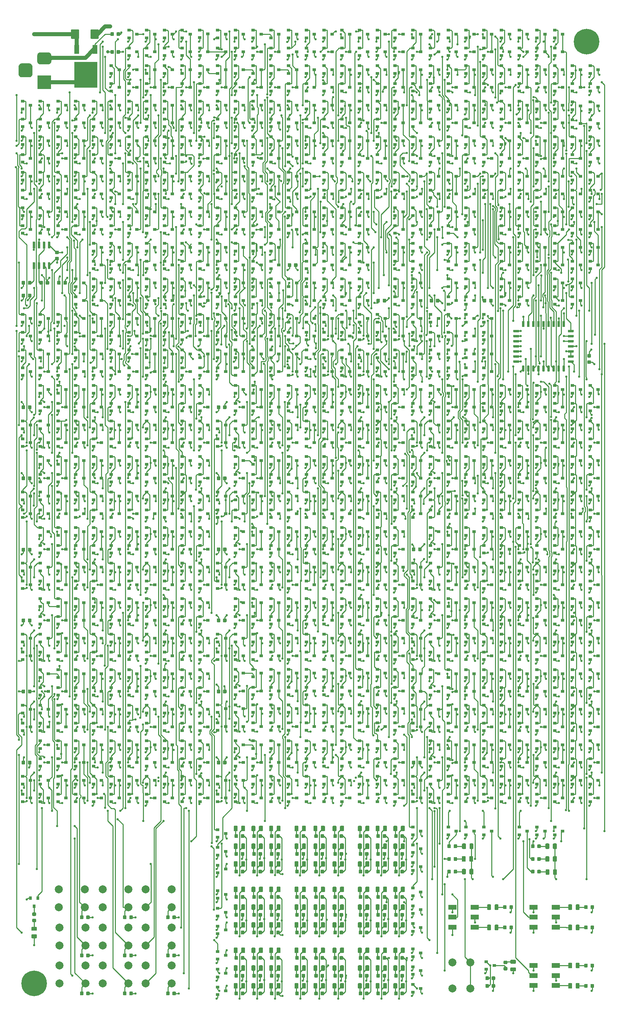
<source format=gbr>
G04 #@! TF.GenerationSoftware,KiCad,Pcbnew,(5.1.5)-3*
G04 #@! TF.CreationDate,2020-07-05T11:54:56+02:00*
G04 #@! TF.ProjectId,FetsAndCrosses,46657473-416e-4644-9372-6f737365732e,rev?*
G04 #@! TF.SameCoordinates,Original*
G04 #@! TF.FileFunction,Copper,L1,Top*
G04 #@! TF.FilePolarity,Positive*
%FSLAX46Y46*%
G04 Gerber Fmt 4.6, Leading zero omitted, Abs format (unit mm)*
G04 Created by KiCad (PCBNEW (5.1.5)-3) date 2020-07-05 11:54:56*
%MOMM*%
%LPD*%
G04 APERTURE LIST*
%ADD10R,0.900000X0.800000*%
%ADD11C,0.100000*%
%ADD12R,3.500000X3.500000*%
%ADD13R,2.000000X1.200000*%
%ADD14C,2.000000*%
%ADD15C,6.400000*%
%ADD16C,0.800000*%
%ADD17R,1.200000X2.200000*%
%ADD18R,5.800000X6.400000*%
%ADD19R,0.800000X0.900000*%
%ADD20C,0.550000*%
%ADD21C,0.250000*%
%ADD22C,1.000000*%
G04 APERTURE END LIST*
D10*
X42180000Y-99380000D03*
X42180000Y-101280000D03*
X44180000Y-100330000D03*
X19955000Y-99380000D03*
X19955000Y-101280000D03*
X21955000Y-100330000D03*
X59960000Y-72710000D03*
X59960000Y-74610000D03*
X61960000Y-73660000D03*
X122190000Y-161610000D03*
X122190000Y-163510000D03*
X124190000Y-162560000D03*
X77740000Y-152720000D03*
X77740000Y-154620000D03*
X79740000Y-153670000D03*
X28845000Y-188280000D03*
X28845000Y-190180000D03*
X30845000Y-189230000D03*
X141970000Y-113665000D03*
X139970000Y-114615000D03*
X139970000Y-112715000D03*
X86630000Y-157165000D03*
X86630000Y-159065000D03*
X88630000Y-158115000D03*
X99965000Y-174945000D03*
X99965000Y-176845000D03*
X101965000Y-175895000D03*
X162195000Y-183835000D03*
X162195000Y-185735000D03*
X164195000Y-184785000D03*
X51070000Y-197170000D03*
X51070000Y-199070000D03*
X53070000Y-198120000D03*
X42180000Y-130495000D03*
X42180000Y-132395000D03*
X44180000Y-131445000D03*
X33290000Y-179390000D03*
X33290000Y-181290000D03*
X35290000Y-180340000D03*
X59960000Y-179390000D03*
X59960000Y-181290000D03*
X61960000Y-180340000D03*
X99965000Y-179265000D03*
X99965000Y-181165000D03*
X101965000Y-180215000D03*
X131080000Y-179390000D03*
X131080000Y-181290000D03*
X133080000Y-180340000D03*
X162195000Y-161610000D03*
X162195000Y-163510000D03*
X164195000Y-162560000D03*
X144415000Y-161610000D03*
X144415000Y-163510000D03*
X146415000Y-162560000D03*
X55515000Y-143830000D03*
X55515000Y-145730000D03*
X57515000Y-144780000D03*
X91075000Y-108270000D03*
X91075000Y-110170000D03*
X93075000Y-109220000D03*
X104410000Y-112715000D03*
X104410000Y-114615000D03*
X106410000Y-113665000D03*
X131080000Y-148275000D03*
X131080000Y-150175000D03*
X133080000Y-149225000D03*
X148860000Y-148275000D03*
X148860000Y-150175000D03*
X150860000Y-149225000D03*
X162195000Y-121605000D03*
X162195000Y-123505000D03*
X164195000Y-122555000D03*
X122190000Y-130495000D03*
X122190000Y-132395000D03*
X124190000Y-131445000D03*
X139970000Y-126050000D03*
X139970000Y-127950000D03*
X141970000Y-127000000D03*
X104410000Y-130495000D03*
X104410000Y-132395000D03*
X106410000Y-131445000D03*
X104410000Y-126050000D03*
X104410000Y-127950000D03*
X106410000Y-127000000D03*
X91075000Y-126050000D03*
X91075000Y-127950000D03*
X93075000Y-127000000D03*
X42180000Y-112715000D03*
X42180000Y-114615000D03*
X44180000Y-113665000D03*
X46625000Y-108270000D03*
X46625000Y-110170000D03*
X48625000Y-109220000D03*
X144415000Y-143830000D03*
X144415000Y-145730000D03*
X146415000Y-144780000D03*
X55515000Y-108270000D03*
X55515000Y-110170000D03*
X57515000Y-109220000D03*
G04 #@! TA.AperFunction,SMDPad,CuDef*
D11*
G36*
X20407691Y-113191053D02*
G01*
X20428926Y-113194203D01*
X20449750Y-113199419D01*
X20469962Y-113206651D01*
X20489368Y-113215830D01*
X20507781Y-113226866D01*
X20525024Y-113239654D01*
X20540930Y-113254070D01*
X20555346Y-113269976D01*
X20568134Y-113287219D01*
X20579170Y-113305632D01*
X20588349Y-113325038D01*
X20595581Y-113345250D01*
X20600797Y-113366074D01*
X20603947Y-113387309D01*
X20605000Y-113408750D01*
X20605000Y-113921250D01*
X20603947Y-113942691D01*
X20600797Y-113963926D01*
X20595581Y-113984750D01*
X20588349Y-114004962D01*
X20579170Y-114024368D01*
X20568134Y-114042781D01*
X20555346Y-114060024D01*
X20540930Y-114075930D01*
X20525024Y-114090346D01*
X20507781Y-114103134D01*
X20489368Y-114114170D01*
X20469962Y-114123349D01*
X20449750Y-114130581D01*
X20428926Y-114135797D01*
X20407691Y-114138947D01*
X20386250Y-114140000D01*
X19948750Y-114140000D01*
X19927309Y-114138947D01*
X19906074Y-114135797D01*
X19885250Y-114130581D01*
X19865038Y-114123349D01*
X19845632Y-114114170D01*
X19827219Y-114103134D01*
X19809976Y-114090346D01*
X19794070Y-114075930D01*
X19779654Y-114060024D01*
X19766866Y-114042781D01*
X19755830Y-114024368D01*
X19746651Y-114004962D01*
X19739419Y-113984750D01*
X19734203Y-113963926D01*
X19731053Y-113942691D01*
X19730000Y-113921250D01*
X19730000Y-113408750D01*
X19731053Y-113387309D01*
X19734203Y-113366074D01*
X19739419Y-113345250D01*
X19746651Y-113325038D01*
X19755830Y-113305632D01*
X19766866Y-113287219D01*
X19779654Y-113269976D01*
X19794070Y-113254070D01*
X19809976Y-113239654D01*
X19827219Y-113226866D01*
X19845632Y-113215830D01*
X19865038Y-113206651D01*
X19885250Y-113199419D01*
X19906074Y-113194203D01*
X19927309Y-113191053D01*
X19948750Y-113190000D01*
X20386250Y-113190000D01*
X20407691Y-113191053D01*
G37*
G04 #@! TD.AperFunction*
G04 #@! TA.AperFunction,SMDPad,CuDef*
G36*
X21982691Y-113191053D02*
G01*
X22003926Y-113194203D01*
X22024750Y-113199419D01*
X22044962Y-113206651D01*
X22064368Y-113215830D01*
X22082781Y-113226866D01*
X22100024Y-113239654D01*
X22115930Y-113254070D01*
X22130346Y-113269976D01*
X22143134Y-113287219D01*
X22154170Y-113305632D01*
X22163349Y-113325038D01*
X22170581Y-113345250D01*
X22175797Y-113366074D01*
X22178947Y-113387309D01*
X22180000Y-113408750D01*
X22180000Y-113921250D01*
X22178947Y-113942691D01*
X22175797Y-113963926D01*
X22170581Y-113984750D01*
X22163349Y-114004962D01*
X22154170Y-114024368D01*
X22143134Y-114042781D01*
X22130346Y-114060024D01*
X22115930Y-114075930D01*
X22100024Y-114090346D01*
X22082781Y-114103134D01*
X22064368Y-114114170D01*
X22044962Y-114123349D01*
X22024750Y-114130581D01*
X22003926Y-114135797D01*
X21982691Y-114138947D01*
X21961250Y-114140000D01*
X21523750Y-114140000D01*
X21502309Y-114138947D01*
X21481074Y-114135797D01*
X21460250Y-114130581D01*
X21440038Y-114123349D01*
X21420632Y-114114170D01*
X21402219Y-114103134D01*
X21384976Y-114090346D01*
X21369070Y-114075930D01*
X21354654Y-114060024D01*
X21341866Y-114042781D01*
X21330830Y-114024368D01*
X21321651Y-114004962D01*
X21314419Y-113984750D01*
X21309203Y-113963926D01*
X21306053Y-113942691D01*
X21305000Y-113921250D01*
X21305000Y-113408750D01*
X21306053Y-113387309D01*
X21309203Y-113366074D01*
X21314419Y-113345250D01*
X21321651Y-113325038D01*
X21330830Y-113305632D01*
X21341866Y-113287219D01*
X21354654Y-113269976D01*
X21369070Y-113254070D01*
X21384976Y-113239654D01*
X21402219Y-113226866D01*
X21420632Y-113215830D01*
X21440038Y-113206651D01*
X21460250Y-113199419D01*
X21481074Y-113194203D01*
X21502309Y-113191053D01*
X21523750Y-113190000D01*
X21961250Y-113190000D01*
X21982691Y-113191053D01*
G37*
G04 #@! TD.AperFunction*
G04 #@! TA.AperFunction,SMDPad,CuDef*
G36*
X69302691Y-113191053D02*
G01*
X69323926Y-113194203D01*
X69344750Y-113199419D01*
X69364962Y-113206651D01*
X69384368Y-113215830D01*
X69402781Y-113226866D01*
X69420024Y-113239654D01*
X69435930Y-113254070D01*
X69450346Y-113269976D01*
X69463134Y-113287219D01*
X69474170Y-113305632D01*
X69483349Y-113325038D01*
X69490581Y-113345250D01*
X69495797Y-113366074D01*
X69498947Y-113387309D01*
X69500000Y-113408750D01*
X69500000Y-113921250D01*
X69498947Y-113942691D01*
X69495797Y-113963926D01*
X69490581Y-113984750D01*
X69483349Y-114004962D01*
X69474170Y-114024368D01*
X69463134Y-114042781D01*
X69450346Y-114060024D01*
X69435930Y-114075930D01*
X69420024Y-114090346D01*
X69402781Y-114103134D01*
X69384368Y-114114170D01*
X69364962Y-114123349D01*
X69344750Y-114130581D01*
X69323926Y-114135797D01*
X69302691Y-114138947D01*
X69281250Y-114140000D01*
X68843750Y-114140000D01*
X68822309Y-114138947D01*
X68801074Y-114135797D01*
X68780250Y-114130581D01*
X68760038Y-114123349D01*
X68740632Y-114114170D01*
X68722219Y-114103134D01*
X68704976Y-114090346D01*
X68689070Y-114075930D01*
X68674654Y-114060024D01*
X68661866Y-114042781D01*
X68650830Y-114024368D01*
X68641651Y-114004962D01*
X68634419Y-113984750D01*
X68629203Y-113963926D01*
X68626053Y-113942691D01*
X68625000Y-113921250D01*
X68625000Y-113408750D01*
X68626053Y-113387309D01*
X68629203Y-113366074D01*
X68634419Y-113345250D01*
X68641651Y-113325038D01*
X68650830Y-113305632D01*
X68661866Y-113287219D01*
X68674654Y-113269976D01*
X68689070Y-113254070D01*
X68704976Y-113239654D01*
X68722219Y-113226866D01*
X68740632Y-113215830D01*
X68760038Y-113206651D01*
X68780250Y-113199419D01*
X68801074Y-113194203D01*
X68822309Y-113191053D01*
X68843750Y-113190000D01*
X69281250Y-113190000D01*
X69302691Y-113191053D01*
G37*
G04 #@! TD.AperFunction*
G04 #@! TA.AperFunction,SMDPad,CuDef*
G36*
X70877691Y-113191053D02*
G01*
X70898926Y-113194203D01*
X70919750Y-113199419D01*
X70939962Y-113206651D01*
X70959368Y-113215830D01*
X70977781Y-113226866D01*
X70995024Y-113239654D01*
X71010930Y-113254070D01*
X71025346Y-113269976D01*
X71038134Y-113287219D01*
X71049170Y-113305632D01*
X71058349Y-113325038D01*
X71065581Y-113345250D01*
X71070797Y-113366074D01*
X71073947Y-113387309D01*
X71075000Y-113408750D01*
X71075000Y-113921250D01*
X71073947Y-113942691D01*
X71070797Y-113963926D01*
X71065581Y-113984750D01*
X71058349Y-114004962D01*
X71049170Y-114024368D01*
X71038134Y-114042781D01*
X71025346Y-114060024D01*
X71010930Y-114075930D01*
X70995024Y-114090346D01*
X70977781Y-114103134D01*
X70959368Y-114114170D01*
X70939962Y-114123349D01*
X70919750Y-114130581D01*
X70898926Y-114135797D01*
X70877691Y-114138947D01*
X70856250Y-114140000D01*
X70418750Y-114140000D01*
X70397309Y-114138947D01*
X70376074Y-114135797D01*
X70355250Y-114130581D01*
X70335038Y-114123349D01*
X70315632Y-114114170D01*
X70297219Y-114103134D01*
X70279976Y-114090346D01*
X70264070Y-114075930D01*
X70249654Y-114060024D01*
X70236866Y-114042781D01*
X70225830Y-114024368D01*
X70216651Y-114004962D01*
X70209419Y-113984750D01*
X70204203Y-113963926D01*
X70201053Y-113942691D01*
X70200000Y-113921250D01*
X70200000Y-113408750D01*
X70201053Y-113387309D01*
X70204203Y-113366074D01*
X70209419Y-113345250D01*
X70216651Y-113325038D01*
X70225830Y-113305632D01*
X70236866Y-113287219D01*
X70249654Y-113269976D01*
X70264070Y-113254070D01*
X70279976Y-113239654D01*
X70297219Y-113226866D01*
X70315632Y-113215830D01*
X70335038Y-113206651D01*
X70355250Y-113199419D01*
X70376074Y-113194203D01*
X70397309Y-113191053D01*
X70418750Y-113190000D01*
X70856250Y-113190000D01*
X70877691Y-113191053D01*
G37*
G04 #@! TD.AperFunction*
G04 #@! TA.AperFunction,SMDPad,CuDef*
G36*
X135977691Y-86521053D02*
G01*
X135998926Y-86524203D01*
X136019750Y-86529419D01*
X136039962Y-86536651D01*
X136059368Y-86545830D01*
X136077781Y-86556866D01*
X136095024Y-86569654D01*
X136110930Y-86584070D01*
X136125346Y-86599976D01*
X136138134Y-86617219D01*
X136149170Y-86635632D01*
X136158349Y-86655038D01*
X136165581Y-86675250D01*
X136170797Y-86696074D01*
X136173947Y-86717309D01*
X136175000Y-86738750D01*
X136175000Y-87251250D01*
X136173947Y-87272691D01*
X136170797Y-87293926D01*
X136165581Y-87314750D01*
X136158349Y-87334962D01*
X136149170Y-87354368D01*
X136138134Y-87372781D01*
X136125346Y-87390024D01*
X136110930Y-87405930D01*
X136095024Y-87420346D01*
X136077781Y-87433134D01*
X136059368Y-87444170D01*
X136039962Y-87453349D01*
X136019750Y-87460581D01*
X135998926Y-87465797D01*
X135977691Y-87468947D01*
X135956250Y-87470000D01*
X135518750Y-87470000D01*
X135497309Y-87468947D01*
X135476074Y-87465797D01*
X135455250Y-87460581D01*
X135435038Y-87453349D01*
X135415632Y-87444170D01*
X135397219Y-87433134D01*
X135379976Y-87420346D01*
X135364070Y-87405930D01*
X135349654Y-87390024D01*
X135336866Y-87372781D01*
X135325830Y-87354368D01*
X135316651Y-87334962D01*
X135309419Y-87314750D01*
X135304203Y-87293926D01*
X135301053Y-87272691D01*
X135300000Y-87251250D01*
X135300000Y-86738750D01*
X135301053Y-86717309D01*
X135304203Y-86696074D01*
X135309419Y-86675250D01*
X135316651Y-86655038D01*
X135325830Y-86635632D01*
X135336866Y-86617219D01*
X135349654Y-86599976D01*
X135364070Y-86584070D01*
X135379976Y-86569654D01*
X135397219Y-86556866D01*
X135415632Y-86545830D01*
X135435038Y-86536651D01*
X135455250Y-86529419D01*
X135476074Y-86524203D01*
X135497309Y-86521053D01*
X135518750Y-86520000D01*
X135956250Y-86520000D01*
X135977691Y-86521053D01*
G37*
G04 #@! TD.AperFunction*
G04 #@! TA.AperFunction,SMDPad,CuDef*
G36*
X137552691Y-86521053D02*
G01*
X137573926Y-86524203D01*
X137594750Y-86529419D01*
X137614962Y-86536651D01*
X137634368Y-86545830D01*
X137652781Y-86556866D01*
X137670024Y-86569654D01*
X137685930Y-86584070D01*
X137700346Y-86599976D01*
X137713134Y-86617219D01*
X137724170Y-86635632D01*
X137733349Y-86655038D01*
X137740581Y-86675250D01*
X137745797Y-86696074D01*
X137748947Y-86717309D01*
X137750000Y-86738750D01*
X137750000Y-87251250D01*
X137748947Y-87272691D01*
X137745797Y-87293926D01*
X137740581Y-87314750D01*
X137733349Y-87334962D01*
X137724170Y-87354368D01*
X137713134Y-87372781D01*
X137700346Y-87390024D01*
X137685930Y-87405930D01*
X137670024Y-87420346D01*
X137652781Y-87433134D01*
X137634368Y-87444170D01*
X137614962Y-87453349D01*
X137594750Y-87460581D01*
X137573926Y-87465797D01*
X137552691Y-87468947D01*
X137531250Y-87470000D01*
X137093750Y-87470000D01*
X137072309Y-87468947D01*
X137051074Y-87465797D01*
X137030250Y-87460581D01*
X137010038Y-87453349D01*
X136990632Y-87444170D01*
X136972219Y-87433134D01*
X136954976Y-87420346D01*
X136939070Y-87405930D01*
X136924654Y-87390024D01*
X136911866Y-87372781D01*
X136900830Y-87354368D01*
X136891651Y-87334962D01*
X136884419Y-87314750D01*
X136879203Y-87293926D01*
X136876053Y-87272691D01*
X136875000Y-87251250D01*
X136875000Y-86738750D01*
X136876053Y-86717309D01*
X136879203Y-86696074D01*
X136884419Y-86675250D01*
X136891651Y-86655038D01*
X136900830Y-86635632D01*
X136911866Y-86617219D01*
X136924654Y-86599976D01*
X136939070Y-86584070D01*
X136954976Y-86569654D01*
X136972219Y-86556866D01*
X136990632Y-86545830D01*
X137010038Y-86536651D01*
X137030250Y-86529419D01*
X137051074Y-86524203D01*
X137072309Y-86521053D01*
X137093750Y-86520000D01*
X137531250Y-86520000D01*
X137552691Y-86521053D01*
G37*
G04 #@! TD.AperFunction*
G04 #@! TA.AperFunction,SMDPad,CuDef*
G36*
X122642691Y-86521053D02*
G01*
X122663926Y-86524203D01*
X122684750Y-86529419D01*
X122704962Y-86536651D01*
X122724368Y-86545830D01*
X122742781Y-86556866D01*
X122760024Y-86569654D01*
X122775930Y-86584070D01*
X122790346Y-86599976D01*
X122803134Y-86617219D01*
X122814170Y-86635632D01*
X122823349Y-86655038D01*
X122830581Y-86675250D01*
X122835797Y-86696074D01*
X122838947Y-86717309D01*
X122840000Y-86738750D01*
X122840000Y-87251250D01*
X122838947Y-87272691D01*
X122835797Y-87293926D01*
X122830581Y-87314750D01*
X122823349Y-87334962D01*
X122814170Y-87354368D01*
X122803134Y-87372781D01*
X122790346Y-87390024D01*
X122775930Y-87405930D01*
X122760024Y-87420346D01*
X122742781Y-87433134D01*
X122724368Y-87444170D01*
X122704962Y-87453349D01*
X122684750Y-87460581D01*
X122663926Y-87465797D01*
X122642691Y-87468947D01*
X122621250Y-87470000D01*
X122183750Y-87470000D01*
X122162309Y-87468947D01*
X122141074Y-87465797D01*
X122120250Y-87460581D01*
X122100038Y-87453349D01*
X122080632Y-87444170D01*
X122062219Y-87433134D01*
X122044976Y-87420346D01*
X122029070Y-87405930D01*
X122014654Y-87390024D01*
X122001866Y-87372781D01*
X121990830Y-87354368D01*
X121981651Y-87334962D01*
X121974419Y-87314750D01*
X121969203Y-87293926D01*
X121966053Y-87272691D01*
X121965000Y-87251250D01*
X121965000Y-86738750D01*
X121966053Y-86717309D01*
X121969203Y-86696074D01*
X121974419Y-86675250D01*
X121981651Y-86655038D01*
X121990830Y-86635632D01*
X122001866Y-86617219D01*
X122014654Y-86599976D01*
X122029070Y-86584070D01*
X122044976Y-86569654D01*
X122062219Y-86556866D01*
X122080632Y-86545830D01*
X122100038Y-86536651D01*
X122120250Y-86529419D01*
X122141074Y-86524203D01*
X122162309Y-86521053D01*
X122183750Y-86520000D01*
X122621250Y-86520000D01*
X122642691Y-86521053D01*
G37*
G04 #@! TD.AperFunction*
G04 #@! TA.AperFunction,SMDPad,CuDef*
G36*
X124217691Y-86521053D02*
G01*
X124238926Y-86524203D01*
X124259750Y-86529419D01*
X124279962Y-86536651D01*
X124299368Y-86545830D01*
X124317781Y-86556866D01*
X124335024Y-86569654D01*
X124350930Y-86584070D01*
X124365346Y-86599976D01*
X124378134Y-86617219D01*
X124389170Y-86635632D01*
X124398349Y-86655038D01*
X124405581Y-86675250D01*
X124410797Y-86696074D01*
X124413947Y-86717309D01*
X124415000Y-86738750D01*
X124415000Y-87251250D01*
X124413947Y-87272691D01*
X124410797Y-87293926D01*
X124405581Y-87314750D01*
X124398349Y-87334962D01*
X124389170Y-87354368D01*
X124378134Y-87372781D01*
X124365346Y-87390024D01*
X124350930Y-87405930D01*
X124335024Y-87420346D01*
X124317781Y-87433134D01*
X124299368Y-87444170D01*
X124279962Y-87453349D01*
X124259750Y-87460581D01*
X124238926Y-87465797D01*
X124217691Y-87468947D01*
X124196250Y-87470000D01*
X123758750Y-87470000D01*
X123737309Y-87468947D01*
X123716074Y-87465797D01*
X123695250Y-87460581D01*
X123675038Y-87453349D01*
X123655632Y-87444170D01*
X123637219Y-87433134D01*
X123619976Y-87420346D01*
X123604070Y-87405930D01*
X123589654Y-87390024D01*
X123576866Y-87372781D01*
X123565830Y-87354368D01*
X123556651Y-87334962D01*
X123549419Y-87314750D01*
X123544203Y-87293926D01*
X123541053Y-87272691D01*
X123540000Y-87251250D01*
X123540000Y-86738750D01*
X123541053Y-86717309D01*
X123544203Y-86696074D01*
X123549419Y-86675250D01*
X123556651Y-86655038D01*
X123565830Y-86635632D01*
X123576866Y-86617219D01*
X123589654Y-86599976D01*
X123604070Y-86584070D01*
X123619976Y-86569654D01*
X123637219Y-86556866D01*
X123655632Y-86545830D01*
X123675038Y-86536651D01*
X123695250Y-86529419D01*
X123716074Y-86524203D01*
X123737309Y-86521053D01*
X123758750Y-86520000D01*
X124196250Y-86520000D01*
X124217691Y-86521053D01*
G37*
G04 #@! TD.AperFunction*
G04 #@! TA.AperFunction,SMDPad,CuDef*
G36*
X87082691Y-77631053D02*
G01*
X87103926Y-77634203D01*
X87124750Y-77639419D01*
X87144962Y-77646651D01*
X87164368Y-77655830D01*
X87182781Y-77666866D01*
X87200024Y-77679654D01*
X87215930Y-77694070D01*
X87230346Y-77709976D01*
X87243134Y-77727219D01*
X87254170Y-77745632D01*
X87263349Y-77765038D01*
X87270581Y-77785250D01*
X87275797Y-77806074D01*
X87278947Y-77827309D01*
X87280000Y-77848750D01*
X87280000Y-78361250D01*
X87278947Y-78382691D01*
X87275797Y-78403926D01*
X87270581Y-78424750D01*
X87263349Y-78444962D01*
X87254170Y-78464368D01*
X87243134Y-78482781D01*
X87230346Y-78500024D01*
X87215930Y-78515930D01*
X87200024Y-78530346D01*
X87182781Y-78543134D01*
X87164368Y-78554170D01*
X87144962Y-78563349D01*
X87124750Y-78570581D01*
X87103926Y-78575797D01*
X87082691Y-78578947D01*
X87061250Y-78580000D01*
X86623750Y-78580000D01*
X86602309Y-78578947D01*
X86581074Y-78575797D01*
X86560250Y-78570581D01*
X86540038Y-78563349D01*
X86520632Y-78554170D01*
X86502219Y-78543134D01*
X86484976Y-78530346D01*
X86469070Y-78515930D01*
X86454654Y-78500024D01*
X86441866Y-78482781D01*
X86430830Y-78464368D01*
X86421651Y-78444962D01*
X86414419Y-78424750D01*
X86409203Y-78403926D01*
X86406053Y-78382691D01*
X86405000Y-78361250D01*
X86405000Y-77848750D01*
X86406053Y-77827309D01*
X86409203Y-77806074D01*
X86414419Y-77785250D01*
X86421651Y-77765038D01*
X86430830Y-77745632D01*
X86441866Y-77727219D01*
X86454654Y-77709976D01*
X86469070Y-77694070D01*
X86484976Y-77679654D01*
X86502219Y-77666866D01*
X86520632Y-77655830D01*
X86540038Y-77646651D01*
X86560250Y-77639419D01*
X86581074Y-77634203D01*
X86602309Y-77631053D01*
X86623750Y-77630000D01*
X87061250Y-77630000D01*
X87082691Y-77631053D01*
G37*
G04 #@! TD.AperFunction*
G04 #@! TA.AperFunction,SMDPad,CuDef*
G36*
X88657691Y-77631053D02*
G01*
X88678926Y-77634203D01*
X88699750Y-77639419D01*
X88719962Y-77646651D01*
X88739368Y-77655830D01*
X88757781Y-77666866D01*
X88775024Y-77679654D01*
X88790930Y-77694070D01*
X88805346Y-77709976D01*
X88818134Y-77727219D01*
X88829170Y-77745632D01*
X88838349Y-77765038D01*
X88845581Y-77785250D01*
X88850797Y-77806074D01*
X88853947Y-77827309D01*
X88855000Y-77848750D01*
X88855000Y-78361250D01*
X88853947Y-78382691D01*
X88850797Y-78403926D01*
X88845581Y-78424750D01*
X88838349Y-78444962D01*
X88829170Y-78464368D01*
X88818134Y-78482781D01*
X88805346Y-78500024D01*
X88790930Y-78515930D01*
X88775024Y-78530346D01*
X88757781Y-78543134D01*
X88739368Y-78554170D01*
X88719962Y-78563349D01*
X88699750Y-78570581D01*
X88678926Y-78575797D01*
X88657691Y-78578947D01*
X88636250Y-78580000D01*
X88198750Y-78580000D01*
X88177309Y-78578947D01*
X88156074Y-78575797D01*
X88135250Y-78570581D01*
X88115038Y-78563349D01*
X88095632Y-78554170D01*
X88077219Y-78543134D01*
X88059976Y-78530346D01*
X88044070Y-78515930D01*
X88029654Y-78500024D01*
X88016866Y-78482781D01*
X88005830Y-78464368D01*
X87996651Y-78444962D01*
X87989419Y-78424750D01*
X87984203Y-78403926D01*
X87981053Y-78382691D01*
X87980000Y-78361250D01*
X87980000Y-77848750D01*
X87981053Y-77827309D01*
X87984203Y-77806074D01*
X87989419Y-77785250D01*
X87996651Y-77765038D01*
X88005830Y-77745632D01*
X88016866Y-77727219D01*
X88029654Y-77709976D01*
X88044070Y-77694070D01*
X88059976Y-77679654D01*
X88077219Y-77666866D01*
X88095632Y-77655830D01*
X88115038Y-77646651D01*
X88135250Y-77639419D01*
X88156074Y-77634203D01*
X88177309Y-77631053D01*
X88198750Y-77630000D01*
X88636250Y-77630000D01*
X88657691Y-77631053D01*
G37*
G04 #@! TD.AperFunction*
G04 #@! TA.AperFunction,SMDPad,CuDef*
G36*
X109307691Y-86521053D02*
G01*
X109328926Y-86524203D01*
X109349750Y-86529419D01*
X109369962Y-86536651D01*
X109389368Y-86545830D01*
X109407781Y-86556866D01*
X109425024Y-86569654D01*
X109440930Y-86584070D01*
X109455346Y-86599976D01*
X109468134Y-86617219D01*
X109479170Y-86635632D01*
X109488349Y-86655038D01*
X109495581Y-86675250D01*
X109500797Y-86696074D01*
X109503947Y-86717309D01*
X109505000Y-86738750D01*
X109505000Y-87251250D01*
X109503947Y-87272691D01*
X109500797Y-87293926D01*
X109495581Y-87314750D01*
X109488349Y-87334962D01*
X109479170Y-87354368D01*
X109468134Y-87372781D01*
X109455346Y-87390024D01*
X109440930Y-87405930D01*
X109425024Y-87420346D01*
X109407781Y-87433134D01*
X109389368Y-87444170D01*
X109369962Y-87453349D01*
X109349750Y-87460581D01*
X109328926Y-87465797D01*
X109307691Y-87468947D01*
X109286250Y-87470000D01*
X108848750Y-87470000D01*
X108827309Y-87468947D01*
X108806074Y-87465797D01*
X108785250Y-87460581D01*
X108765038Y-87453349D01*
X108745632Y-87444170D01*
X108727219Y-87433134D01*
X108709976Y-87420346D01*
X108694070Y-87405930D01*
X108679654Y-87390024D01*
X108666866Y-87372781D01*
X108655830Y-87354368D01*
X108646651Y-87334962D01*
X108639419Y-87314750D01*
X108634203Y-87293926D01*
X108631053Y-87272691D01*
X108630000Y-87251250D01*
X108630000Y-86738750D01*
X108631053Y-86717309D01*
X108634203Y-86696074D01*
X108639419Y-86675250D01*
X108646651Y-86655038D01*
X108655830Y-86635632D01*
X108666866Y-86617219D01*
X108679654Y-86599976D01*
X108694070Y-86584070D01*
X108709976Y-86569654D01*
X108727219Y-86556866D01*
X108745632Y-86545830D01*
X108765038Y-86536651D01*
X108785250Y-86529419D01*
X108806074Y-86524203D01*
X108827309Y-86521053D01*
X108848750Y-86520000D01*
X109286250Y-86520000D01*
X109307691Y-86521053D01*
G37*
G04 #@! TD.AperFunction*
G04 #@! TA.AperFunction,SMDPad,CuDef*
G36*
X110882691Y-86521053D02*
G01*
X110903926Y-86524203D01*
X110924750Y-86529419D01*
X110944962Y-86536651D01*
X110964368Y-86545830D01*
X110982781Y-86556866D01*
X111000024Y-86569654D01*
X111015930Y-86584070D01*
X111030346Y-86599976D01*
X111043134Y-86617219D01*
X111054170Y-86635632D01*
X111063349Y-86655038D01*
X111070581Y-86675250D01*
X111075797Y-86696074D01*
X111078947Y-86717309D01*
X111080000Y-86738750D01*
X111080000Y-87251250D01*
X111078947Y-87272691D01*
X111075797Y-87293926D01*
X111070581Y-87314750D01*
X111063349Y-87334962D01*
X111054170Y-87354368D01*
X111043134Y-87372781D01*
X111030346Y-87390024D01*
X111015930Y-87405930D01*
X111000024Y-87420346D01*
X110982781Y-87433134D01*
X110964368Y-87444170D01*
X110944962Y-87453349D01*
X110924750Y-87460581D01*
X110903926Y-87465797D01*
X110882691Y-87468947D01*
X110861250Y-87470000D01*
X110423750Y-87470000D01*
X110402309Y-87468947D01*
X110381074Y-87465797D01*
X110360250Y-87460581D01*
X110340038Y-87453349D01*
X110320632Y-87444170D01*
X110302219Y-87433134D01*
X110284976Y-87420346D01*
X110269070Y-87405930D01*
X110254654Y-87390024D01*
X110241866Y-87372781D01*
X110230830Y-87354368D01*
X110221651Y-87334962D01*
X110214419Y-87314750D01*
X110209203Y-87293926D01*
X110206053Y-87272691D01*
X110205000Y-87251250D01*
X110205000Y-86738750D01*
X110206053Y-86717309D01*
X110209203Y-86696074D01*
X110214419Y-86675250D01*
X110221651Y-86655038D01*
X110230830Y-86635632D01*
X110241866Y-86617219D01*
X110254654Y-86599976D01*
X110269070Y-86584070D01*
X110284976Y-86569654D01*
X110302219Y-86556866D01*
X110320632Y-86545830D01*
X110340038Y-86536651D01*
X110360250Y-86529419D01*
X110381074Y-86524203D01*
X110402309Y-86521053D01*
X110423750Y-86520000D01*
X110861250Y-86520000D01*
X110882691Y-86521053D01*
G37*
G04 #@! TD.AperFunction*
G04 #@! TA.AperFunction,SMDPad,CuDef*
G36*
X20407691Y-202091053D02*
G01*
X20428926Y-202094203D01*
X20449750Y-202099419D01*
X20469962Y-202106651D01*
X20489368Y-202115830D01*
X20507781Y-202126866D01*
X20525024Y-202139654D01*
X20540930Y-202154070D01*
X20555346Y-202169976D01*
X20568134Y-202187219D01*
X20579170Y-202205632D01*
X20588349Y-202225038D01*
X20595581Y-202245250D01*
X20600797Y-202266074D01*
X20603947Y-202287309D01*
X20605000Y-202308750D01*
X20605000Y-202821250D01*
X20603947Y-202842691D01*
X20600797Y-202863926D01*
X20595581Y-202884750D01*
X20588349Y-202904962D01*
X20579170Y-202924368D01*
X20568134Y-202942781D01*
X20555346Y-202960024D01*
X20540930Y-202975930D01*
X20525024Y-202990346D01*
X20507781Y-203003134D01*
X20489368Y-203014170D01*
X20469962Y-203023349D01*
X20449750Y-203030581D01*
X20428926Y-203035797D01*
X20407691Y-203038947D01*
X20386250Y-203040000D01*
X19948750Y-203040000D01*
X19927309Y-203038947D01*
X19906074Y-203035797D01*
X19885250Y-203030581D01*
X19865038Y-203023349D01*
X19845632Y-203014170D01*
X19827219Y-203003134D01*
X19809976Y-202990346D01*
X19794070Y-202975930D01*
X19779654Y-202960024D01*
X19766866Y-202942781D01*
X19755830Y-202924368D01*
X19746651Y-202904962D01*
X19739419Y-202884750D01*
X19734203Y-202863926D01*
X19731053Y-202842691D01*
X19730000Y-202821250D01*
X19730000Y-202308750D01*
X19731053Y-202287309D01*
X19734203Y-202266074D01*
X19739419Y-202245250D01*
X19746651Y-202225038D01*
X19755830Y-202205632D01*
X19766866Y-202187219D01*
X19779654Y-202169976D01*
X19794070Y-202154070D01*
X19809976Y-202139654D01*
X19827219Y-202126866D01*
X19845632Y-202115830D01*
X19865038Y-202106651D01*
X19885250Y-202099419D01*
X19906074Y-202094203D01*
X19927309Y-202091053D01*
X19948750Y-202090000D01*
X20386250Y-202090000D01*
X20407691Y-202091053D01*
G37*
G04 #@! TD.AperFunction*
G04 #@! TA.AperFunction,SMDPad,CuDef*
G36*
X21982691Y-202091053D02*
G01*
X22003926Y-202094203D01*
X22024750Y-202099419D01*
X22044962Y-202106651D01*
X22064368Y-202115830D01*
X22082781Y-202126866D01*
X22100024Y-202139654D01*
X22115930Y-202154070D01*
X22130346Y-202169976D01*
X22143134Y-202187219D01*
X22154170Y-202205632D01*
X22163349Y-202225038D01*
X22170581Y-202245250D01*
X22175797Y-202266074D01*
X22178947Y-202287309D01*
X22180000Y-202308750D01*
X22180000Y-202821250D01*
X22178947Y-202842691D01*
X22175797Y-202863926D01*
X22170581Y-202884750D01*
X22163349Y-202904962D01*
X22154170Y-202924368D01*
X22143134Y-202942781D01*
X22130346Y-202960024D01*
X22115930Y-202975930D01*
X22100024Y-202990346D01*
X22082781Y-203003134D01*
X22064368Y-203014170D01*
X22044962Y-203023349D01*
X22024750Y-203030581D01*
X22003926Y-203035797D01*
X21982691Y-203038947D01*
X21961250Y-203040000D01*
X21523750Y-203040000D01*
X21502309Y-203038947D01*
X21481074Y-203035797D01*
X21460250Y-203030581D01*
X21440038Y-203023349D01*
X21420632Y-203014170D01*
X21402219Y-203003134D01*
X21384976Y-202990346D01*
X21369070Y-202975930D01*
X21354654Y-202960024D01*
X21341866Y-202942781D01*
X21330830Y-202924368D01*
X21321651Y-202904962D01*
X21314419Y-202884750D01*
X21309203Y-202863926D01*
X21306053Y-202842691D01*
X21305000Y-202821250D01*
X21305000Y-202308750D01*
X21306053Y-202287309D01*
X21309203Y-202266074D01*
X21314419Y-202245250D01*
X21321651Y-202225038D01*
X21330830Y-202205632D01*
X21341866Y-202187219D01*
X21354654Y-202169976D01*
X21369070Y-202154070D01*
X21384976Y-202139654D01*
X21402219Y-202126866D01*
X21420632Y-202115830D01*
X21440038Y-202106651D01*
X21460250Y-202099419D01*
X21481074Y-202094203D01*
X21502309Y-202091053D01*
X21523750Y-202090000D01*
X21961250Y-202090000D01*
X21982691Y-202091053D01*
G37*
G04 #@! TD.AperFunction*
G04 #@! TA.AperFunction,SMDPad,CuDef*
G36*
X69302691Y-202091053D02*
G01*
X69323926Y-202094203D01*
X69344750Y-202099419D01*
X69364962Y-202106651D01*
X69384368Y-202115830D01*
X69402781Y-202126866D01*
X69420024Y-202139654D01*
X69435930Y-202154070D01*
X69450346Y-202169976D01*
X69463134Y-202187219D01*
X69474170Y-202205632D01*
X69483349Y-202225038D01*
X69490581Y-202245250D01*
X69495797Y-202266074D01*
X69498947Y-202287309D01*
X69500000Y-202308750D01*
X69500000Y-202821250D01*
X69498947Y-202842691D01*
X69495797Y-202863926D01*
X69490581Y-202884750D01*
X69483349Y-202904962D01*
X69474170Y-202924368D01*
X69463134Y-202942781D01*
X69450346Y-202960024D01*
X69435930Y-202975930D01*
X69420024Y-202990346D01*
X69402781Y-203003134D01*
X69384368Y-203014170D01*
X69364962Y-203023349D01*
X69344750Y-203030581D01*
X69323926Y-203035797D01*
X69302691Y-203038947D01*
X69281250Y-203040000D01*
X68843750Y-203040000D01*
X68822309Y-203038947D01*
X68801074Y-203035797D01*
X68780250Y-203030581D01*
X68760038Y-203023349D01*
X68740632Y-203014170D01*
X68722219Y-203003134D01*
X68704976Y-202990346D01*
X68689070Y-202975930D01*
X68674654Y-202960024D01*
X68661866Y-202942781D01*
X68650830Y-202924368D01*
X68641651Y-202904962D01*
X68634419Y-202884750D01*
X68629203Y-202863926D01*
X68626053Y-202842691D01*
X68625000Y-202821250D01*
X68625000Y-202308750D01*
X68626053Y-202287309D01*
X68629203Y-202266074D01*
X68634419Y-202245250D01*
X68641651Y-202225038D01*
X68650830Y-202205632D01*
X68661866Y-202187219D01*
X68674654Y-202169976D01*
X68689070Y-202154070D01*
X68704976Y-202139654D01*
X68722219Y-202126866D01*
X68740632Y-202115830D01*
X68760038Y-202106651D01*
X68780250Y-202099419D01*
X68801074Y-202094203D01*
X68822309Y-202091053D01*
X68843750Y-202090000D01*
X69281250Y-202090000D01*
X69302691Y-202091053D01*
G37*
G04 #@! TD.AperFunction*
G04 #@! TA.AperFunction,SMDPad,CuDef*
G36*
X70877691Y-202091053D02*
G01*
X70898926Y-202094203D01*
X70919750Y-202099419D01*
X70939962Y-202106651D01*
X70959368Y-202115830D01*
X70977781Y-202126866D01*
X70995024Y-202139654D01*
X71010930Y-202154070D01*
X71025346Y-202169976D01*
X71038134Y-202187219D01*
X71049170Y-202205632D01*
X71058349Y-202225038D01*
X71065581Y-202245250D01*
X71070797Y-202266074D01*
X71073947Y-202287309D01*
X71075000Y-202308750D01*
X71075000Y-202821250D01*
X71073947Y-202842691D01*
X71070797Y-202863926D01*
X71065581Y-202884750D01*
X71058349Y-202904962D01*
X71049170Y-202924368D01*
X71038134Y-202942781D01*
X71025346Y-202960024D01*
X71010930Y-202975930D01*
X70995024Y-202990346D01*
X70977781Y-203003134D01*
X70959368Y-203014170D01*
X70939962Y-203023349D01*
X70919750Y-203030581D01*
X70898926Y-203035797D01*
X70877691Y-203038947D01*
X70856250Y-203040000D01*
X70418750Y-203040000D01*
X70397309Y-203038947D01*
X70376074Y-203035797D01*
X70355250Y-203030581D01*
X70335038Y-203023349D01*
X70315632Y-203014170D01*
X70297219Y-203003134D01*
X70279976Y-202990346D01*
X70264070Y-202975930D01*
X70249654Y-202960024D01*
X70236866Y-202942781D01*
X70225830Y-202924368D01*
X70216651Y-202904962D01*
X70209419Y-202884750D01*
X70204203Y-202863926D01*
X70201053Y-202842691D01*
X70200000Y-202821250D01*
X70200000Y-202308750D01*
X70201053Y-202287309D01*
X70204203Y-202266074D01*
X70209419Y-202245250D01*
X70216651Y-202225038D01*
X70225830Y-202205632D01*
X70236866Y-202187219D01*
X70249654Y-202169976D01*
X70264070Y-202154070D01*
X70279976Y-202139654D01*
X70297219Y-202126866D01*
X70315632Y-202115830D01*
X70335038Y-202106651D01*
X70355250Y-202099419D01*
X70376074Y-202094203D01*
X70397309Y-202091053D01*
X70418750Y-202090000D01*
X70856250Y-202090000D01*
X70877691Y-202091053D01*
G37*
G04 #@! TD.AperFunction*
G04 #@! TA.AperFunction,SMDPad,CuDef*
G36*
X118197691Y-202091053D02*
G01*
X118218926Y-202094203D01*
X118239750Y-202099419D01*
X118259962Y-202106651D01*
X118279368Y-202115830D01*
X118297781Y-202126866D01*
X118315024Y-202139654D01*
X118330930Y-202154070D01*
X118345346Y-202169976D01*
X118358134Y-202187219D01*
X118369170Y-202205632D01*
X118378349Y-202225038D01*
X118385581Y-202245250D01*
X118390797Y-202266074D01*
X118393947Y-202287309D01*
X118395000Y-202308750D01*
X118395000Y-202821250D01*
X118393947Y-202842691D01*
X118390797Y-202863926D01*
X118385581Y-202884750D01*
X118378349Y-202904962D01*
X118369170Y-202924368D01*
X118358134Y-202942781D01*
X118345346Y-202960024D01*
X118330930Y-202975930D01*
X118315024Y-202990346D01*
X118297781Y-203003134D01*
X118279368Y-203014170D01*
X118259962Y-203023349D01*
X118239750Y-203030581D01*
X118218926Y-203035797D01*
X118197691Y-203038947D01*
X118176250Y-203040000D01*
X117738750Y-203040000D01*
X117717309Y-203038947D01*
X117696074Y-203035797D01*
X117675250Y-203030581D01*
X117655038Y-203023349D01*
X117635632Y-203014170D01*
X117617219Y-203003134D01*
X117599976Y-202990346D01*
X117584070Y-202975930D01*
X117569654Y-202960024D01*
X117556866Y-202942781D01*
X117545830Y-202924368D01*
X117536651Y-202904962D01*
X117529419Y-202884750D01*
X117524203Y-202863926D01*
X117521053Y-202842691D01*
X117520000Y-202821250D01*
X117520000Y-202308750D01*
X117521053Y-202287309D01*
X117524203Y-202266074D01*
X117529419Y-202245250D01*
X117536651Y-202225038D01*
X117545830Y-202205632D01*
X117556866Y-202187219D01*
X117569654Y-202169976D01*
X117584070Y-202154070D01*
X117599976Y-202139654D01*
X117617219Y-202126866D01*
X117635632Y-202115830D01*
X117655038Y-202106651D01*
X117675250Y-202099419D01*
X117696074Y-202094203D01*
X117717309Y-202091053D01*
X117738750Y-202090000D01*
X118176250Y-202090000D01*
X118197691Y-202091053D01*
G37*
G04 #@! TD.AperFunction*
G04 #@! TA.AperFunction,SMDPad,CuDef*
G36*
X119772691Y-202091053D02*
G01*
X119793926Y-202094203D01*
X119814750Y-202099419D01*
X119834962Y-202106651D01*
X119854368Y-202115830D01*
X119872781Y-202126866D01*
X119890024Y-202139654D01*
X119905930Y-202154070D01*
X119920346Y-202169976D01*
X119933134Y-202187219D01*
X119944170Y-202205632D01*
X119953349Y-202225038D01*
X119960581Y-202245250D01*
X119965797Y-202266074D01*
X119968947Y-202287309D01*
X119970000Y-202308750D01*
X119970000Y-202821250D01*
X119968947Y-202842691D01*
X119965797Y-202863926D01*
X119960581Y-202884750D01*
X119953349Y-202904962D01*
X119944170Y-202924368D01*
X119933134Y-202942781D01*
X119920346Y-202960024D01*
X119905930Y-202975930D01*
X119890024Y-202990346D01*
X119872781Y-203003134D01*
X119854368Y-203014170D01*
X119834962Y-203023349D01*
X119814750Y-203030581D01*
X119793926Y-203035797D01*
X119772691Y-203038947D01*
X119751250Y-203040000D01*
X119313750Y-203040000D01*
X119292309Y-203038947D01*
X119271074Y-203035797D01*
X119250250Y-203030581D01*
X119230038Y-203023349D01*
X119210632Y-203014170D01*
X119192219Y-203003134D01*
X119174976Y-202990346D01*
X119159070Y-202975930D01*
X119144654Y-202960024D01*
X119131866Y-202942781D01*
X119120830Y-202924368D01*
X119111651Y-202904962D01*
X119104419Y-202884750D01*
X119099203Y-202863926D01*
X119096053Y-202842691D01*
X119095000Y-202821250D01*
X119095000Y-202308750D01*
X119096053Y-202287309D01*
X119099203Y-202266074D01*
X119104419Y-202245250D01*
X119111651Y-202225038D01*
X119120830Y-202205632D01*
X119131866Y-202187219D01*
X119144654Y-202169976D01*
X119159070Y-202154070D01*
X119174976Y-202139654D01*
X119192219Y-202126866D01*
X119210632Y-202115830D01*
X119230038Y-202106651D01*
X119250250Y-202099419D01*
X119271074Y-202094203D01*
X119292309Y-202091053D01*
X119313750Y-202090000D01*
X119751250Y-202090000D01*
X119772691Y-202091053D01*
G37*
G04 #@! TD.AperFunction*
G04 #@! TA.AperFunction,SMDPad,CuDef*
G36*
X20407691Y-184311053D02*
G01*
X20428926Y-184314203D01*
X20449750Y-184319419D01*
X20469962Y-184326651D01*
X20489368Y-184335830D01*
X20507781Y-184346866D01*
X20525024Y-184359654D01*
X20540930Y-184374070D01*
X20555346Y-184389976D01*
X20568134Y-184407219D01*
X20579170Y-184425632D01*
X20588349Y-184445038D01*
X20595581Y-184465250D01*
X20600797Y-184486074D01*
X20603947Y-184507309D01*
X20605000Y-184528750D01*
X20605000Y-185041250D01*
X20603947Y-185062691D01*
X20600797Y-185083926D01*
X20595581Y-185104750D01*
X20588349Y-185124962D01*
X20579170Y-185144368D01*
X20568134Y-185162781D01*
X20555346Y-185180024D01*
X20540930Y-185195930D01*
X20525024Y-185210346D01*
X20507781Y-185223134D01*
X20489368Y-185234170D01*
X20469962Y-185243349D01*
X20449750Y-185250581D01*
X20428926Y-185255797D01*
X20407691Y-185258947D01*
X20386250Y-185260000D01*
X19948750Y-185260000D01*
X19927309Y-185258947D01*
X19906074Y-185255797D01*
X19885250Y-185250581D01*
X19865038Y-185243349D01*
X19845632Y-185234170D01*
X19827219Y-185223134D01*
X19809976Y-185210346D01*
X19794070Y-185195930D01*
X19779654Y-185180024D01*
X19766866Y-185162781D01*
X19755830Y-185144368D01*
X19746651Y-185124962D01*
X19739419Y-185104750D01*
X19734203Y-185083926D01*
X19731053Y-185062691D01*
X19730000Y-185041250D01*
X19730000Y-184528750D01*
X19731053Y-184507309D01*
X19734203Y-184486074D01*
X19739419Y-184465250D01*
X19746651Y-184445038D01*
X19755830Y-184425632D01*
X19766866Y-184407219D01*
X19779654Y-184389976D01*
X19794070Y-184374070D01*
X19809976Y-184359654D01*
X19827219Y-184346866D01*
X19845632Y-184335830D01*
X19865038Y-184326651D01*
X19885250Y-184319419D01*
X19906074Y-184314203D01*
X19927309Y-184311053D01*
X19948750Y-184310000D01*
X20386250Y-184310000D01*
X20407691Y-184311053D01*
G37*
G04 #@! TD.AperFunction*
G04 #@! TA.AperFunction,SMDPad,CuDef*
G36*
X21982691Y-184311053D02*
G01*
X22003926Y-184314203D01*
X22024750Y-184319419D01*
X22044962Y-184326651D01*
X22064368Y-184335830D01*
X22082781Y-184346866D01*
X22100024Y-184359654D01*
X22115930Y-184374070D01*
X22130346Y-184389976D01*
X22143134Y-184407219D01*
X22154170Y-184425632D01*
X22163349Y-184445038D01*
X22170581Y-184465250D01*
X22175797Y-184486074D01*
X22178947Y-184507309D01*
X22180000Y-184528750D01*
X22180000Y-185041250D01*
X22178947Y-185062691D01*
X22175797Y-185083926D01*
X22170581Y-185104750D01*
X22163349Y-185124962D01*
X22154170Y-185144368D01*
X22143134Y-185162781D01*
X22130346Y-185180024D01*
X22115930Y-185195930D01*
X22100024Y-185210346D01*
X22082781Y-185223134D01*
X22064368Y-185234170D01*
X22044962Y-185243349D01*
X22024750Y-185250581D01*
X22003926Y-185255797D01*
X21982691Y-185258947D01*
X21961250Y-185260000D01*
X21523750Y-185260000D01*
X21502309Y-185258947D01*
X21481074Y-185255797D01*
X21460250Y-185250581D01*
X21440038Y-185243349D01*
X21420632Y-185234170D01*
X21402219Y-185223134D01*
X21384976Y-185210346D01*
X21369070Y-185195930D01*
X21354654Y-185180024D01*
X21341866Y-185162781D01*
X21330830Y-185144368D01*
X21321651Y-185124962D01*
X21314419Y-185104750D01*
X21309203Y-185083926D01*
X21306053Y-185062691D01*
X21305000Y-185041250D01*
X21305000Y-184528750D01*
X21306053Y-184507309D01*
X21309203Y-184486074D01*
X21314419Y-184465250D01*
X21321651Y-184445038D01*
X21330830Y-184425632D01*
X21341866Y-184407219D01*
X21354654Y-184389976D01*
X21369070Y-184374070D01*
X21384976Y-184359654D01*
X21402219Y-184346866D01*
X21420632Y-184335830D01*
X21440038Y-184326651D01*
X21460250Y-184319419D01*
X21481074Y-184314203D01*
X21502309Y-184311053D01*
X21523750Y-184310000D01*
X21961250Y-184310000D01*
X21982691Y-184311053D01*
G37*
G04 #@! TD.AperFunction*
G04 #@! TA.AperFunction,SMDPad,CuDef*
G36*
X69302691Y-166531053D02*
G01*
X69323926Y-166534203D01*
X69344750Y-166539419D01*
X69364962Y-166546651D01*
X69384368Y-166555830D01*
X69402781Y-166566866D01*
X69420024Y-166579654D01*
X69435930Y-166594070D01*
X69450346Y-166609976D01*
X69463134Y-166627219D01*
X69474170Y-166645632D01*
X69483349Y-166665038D01*
X69490581Y-166685250D01*
X69495797Y-166706074D01*
X69498947Y-166727309D01*
X69500000Y-166748750D01*
X69500000Y-167261250D01*
X69498947Y-167282691D01*
X69495797Y-167303926D01*
X69490581Y-167324750D01*
X69483349Y-167344962D01*
X69474170Y-167364368D01*
X69463134Y-167382781D01*
X69450346Y-167400024D01*
X69435930Y-167415930D01*
X69420024Y-167430346D01*
X69402781Y-167443134D01*
X69384368Y-167454170D01*
X69364962Y-167463349D01*
X69344750Y-167470581D01*
X69323926Y-167475797D01*
X69302691Y-167478947D01*
X69281250Y-167480000D01*
X68843750Y-167480000D01*
X68822309Y-167478947D01*
X68801074Y-167475797D01*
X68780250Y-167470581D01*
X68760038Y-167463349D01*
X68740632Y-167454170D01*
X68722219Y-167443134D01*
X68704976Y-167430346D01*
X68689070Y-167415930D01*
X68674654Y-167400024D01*
X68661866Y-167382781D01*
X68650830Y-167364368D01*
X68641651Y-167344962D01*
X68634419Y-167324750D01*
X68629203Y-167303926D01*
X68626053Y-167282691D01*
X68625000Y-167261250D01*
X68625000Y-166748750D01*
X68626053Y-166727309D01*
X68629203Y-166706074D01*
X68634419Y-166685250D01*
X68641651Y-166665038D01*
X68650830Y-166645632D01*
X68661866Y-166627219D01*
X68674654Y-166609976D01*
X68689070Y-166594070D01*
X68704976Y-166579654D01*
X68722219Y-166566866D01*
X68740632Y-166555830D01*
X68760038Y-166546651D01*
X68780250Y-166539419D01*
X68801074Y-166534203D01*
X68822309Y-166531053D01*
X68843750Y-166530000D01*
X69281250Y-166530000D01*
X69302691Y-166531053D01*
G37*
G04 #@! TD.AperFunction*
G04 #@! TA.AperFunction,SMDPad,CuDef*
G36*
X70877691Y-166531053D02*
G01*
X70898926Y-166534203D01*
X70919750Y-166539419D01*
X70939962Y-166546651D01*
X70959368Y-166555830D01*
X70977781Y-166566866D01*
X70995024Y-166579654D01*
X71010930Y-166594070D01*
X71025346Y-166609976D01*
X71038134Y-166627219D01*
X71049170Y-166645632D01*
X71058349Y-166665038D01*
X71065581Y-166685250D01*
X71070797Y-166706074D01*
X71073947Y-166727309D01*
X71075000Y-166748750D01*
X71075000Y-167261250D01*
X71073947Y-167282691D01*
X71070797Y-167303926D01*
X71065581Y-167324750D01*
X71058349Y-167344962D01*
X71049170Y-167364368D01*
X71038134Y-167382781D01*
X71025346Y-167400024D01*
X71010930Y-167415930D01*
X70995024Y-167430346D01*
X70977781Y-167443134D01*
X70959368Y-167454170D01*
X70939962Y-167463349D01*
X70919750Y-167470581D01*
X70898926Y-167475797D01*
X70877691Y-167478947D01*
X70856250Y-167480000D01*
X70418750Y-167480000D01*
X70397309Y-167478947D01*
X70376074Y-167475797D01*
X70355250Y-167470581D01*
X70335038Y-167463349D01*
X70315632Y-167454170D01*
X70297219Y-167443134D01*
X70279976Y-167430346D01*
X70264070Y-167415930D01*
X70249654Y-167400024D01*
X70236866Y-167382781D01*
X70225830Y-167364368D01*
X70216651Y-167344962D01*
X70209419Y-167324750D01*
X70204203Y-167303926D01*
X70201053Y-167282691D01*
X70200000Y-167261250D01*
X70200000Y-166748750D01*
X70201053Y-166727309D01*
X70204203Y-166706074D01*
X70209419Y-166685250D01*
X70216651Y-166665038D01*
X70225830Y-166645632D01*
X70236866Y-166627219D01*
X70249654Y-166609976D01*
X70264070Y-166594070D01*
X70279976Y-166579654D01*
X70297219Y-166566866D01*
X70315632Y-166555830D01*
X70335038Y-166546651D01*
X70355250Y-166539419D01*
X70376074Y-166534203D01*
X70397309Y-166531053D01*
X70418750Y-166530000D01*
X70856250Y-166530000D01*
X70877691Y-166531053D01*
G37*
G04 #@! TD.AperFunction*
G04 #@! TA.AperFunction,SMDPad,CuDef*
G36*
X69302691Y-148751053D02*
G01*
X69323926Y-148754203D01*
X69344750Y-148759419D01*
X69364962Y-148766651D01*
X69384368Y-148775830D01*
X69402781Y-148786866D01*
X69420024Y-148799654D01*
X69435930Y-148814070D01*
X69450346Y-148829976D01*
X69463134Y-148847219D01*
X69474170Y-148865632D01*
X69483349Y-148885038D01*
X69490581Y-148905250D01*
X69495797Y-148926074D01*
X69498947Y-148947309D01*
X69500000Y-148968750D01*
X69500000Y-149481250D01*
X69498947Y-149502691D01*
X69495797Y-149523926D01*
X69490581Y-149544750D01*
X69483349Y-149564962D01*
X69474170Y-149584368D01*
X69463134Y-149602781D01*
X69450346Y-149620024D01*
X69435930Y-149635930D01*
X69420024Y-149650346D01*
X69402781Y-149663134D01*
X69384368Y-149674170D01*
X69364962Y-149683349D01*
X69344750Y-149690581D01*
X69323926Y-149695797D01*
X69302691Y-149698947D01*
X69281250Y-149700000D01*
X68843750Y-149700000D01*
X68822309Y-149698947D01*
X68801074Y-149695797D01*
X68780250Y-149690581D01*
X68760038Y-149683349D01*
X68740632Y-149674170D01*
X68722219Y-149663134D01*
X68704976Y-149650346D01*
X68689070Y-149635930D01*
X68674654Y-149620024D01*
X68661866Y-149602781D01*
X68650830Y-149584368D01*
X68641651Y-149564962D01*
X68634419Y-149544750D01*
X68629203Y-149523926D01*
X68626053Y-149502691D01*
X68625000Y-149481250D01*
X68625000Y-148968750D01*
X68626053Y-148947309D01*
X68629203Y-148926074D01*
X68634419Y-148905250D01*
X68641651Y-148885038D01*
X68650830Y-148865632D01*
X68661866Y-148847219D01*
X68674654Y-148829976D01*
X68689070Y-148814070D01*
X68704976Y-148799654D01*
X68722219Y-148786866D01*
X68740632Y-148775830D01*
X68760038Y-148766651D01*
X68780250Y-148759419D01*
X68801074Y-148754203D01*
X68822309Y-148751053D01*
X68843750Y-148750000D01*
X69281250Y-148750000D01*
X69302691Y-148751053D01*
G37*
G04 #@! TD.AperFunction*
G04 #@! TA.AperFunction,SMDPad,CuDef*
G36*
X70877691Y-148751053D02*
G01*
X70898926Y-148754203D01*
X70919750Y-148759419D01*
X70939962Y-148766651D01*
X70959368Y-148775830D01*
X70977781Y-148786866D01*
X70995024Y-148799654D01*
X71010930Y-148814070D01*
X71025346Y-148829976D01*
X71038134Y-148847219D01*
X71049170Y-148865632D01*
X71058349Y-148885038D01*
X71065581Y-148905250D01*
X71070797Y-148926074D01*
X71073947Y-148947309D01*
X71075000Y-148968750D01*
X71075000Y-149481250D01*
X71073947Y-149502691D01*
X71070797Y-149523926D01*
X71065581Y-149544750D01*
X71058349Y-149564962D01*
X71049170Y-149584368D01*
X71038134Y-149602781D01*
X71025346Y-149620024D01*
X71010930Y-149635930D01*
X70995024Y-149650346D01*
X70977781Y-149663134D01*
X70959368Y-149674170D01*
X70939962Y-149683349D01*
X70919750Y-149690581D01*
X70898926Y-149695797D01*
X70877691Y-149698947D01*
X70856250Y-149700000D01*
X70418750Y-149700000D01*
X70397309Y-149698947D01*
X70376074Y-149695797D01*
X70355250Y-149690581D01*
X70335038Y-149683349D01*
X70315632Y-149674170D01*
X70297219Y-149663134D01*
X70279976Y-149650346D01*
X70264070Y-149635930D01*
X70249654Y-149620024D01*
X70236866Y-149602781D01*
X70225830Y-149584368D01*
X70216651Y-149564962D01*
X70209419Y-149544750D01*
X70204203Y-149523926D01*
X70201053Y-149502691D01*
X70200000Y-149481250D01*
X70200000Y-148968750D01*
X70201053Y-148947309D01*
X70204203Y-148926074D01*
X70209419Y-148905250D01*
X70216651Y-148885038D01*
X70225830Y-148865632D01*
X70236866Y-148847219D01*
X70249654Y-148829976D01*
X70264070Y-148814070D01*
X70279976Y-148799654D01*
X70297219Y-148786866D01*
X70315632Y-148775830D01*
X70335038Y-148766651D01*
X70355250Y-148759419D01*
X70376074Y-148754203D01*
X70397309Y-148751053D01*
X70418750Y-148750000D01*
X70856250Y-148750000D01*
X70877691Y-148751053D01*
G37*
G04 #@! TD.AperFunction*
G04 #@! TA.AperFunction,SMDPad,CuDef*
G36*
X69302691Y-184311053D02*
G01*
X69323926Y-184314203D01*
X69344750Y-184319419D01*
X69364962Y-184326651D01*
X69384368Y-184335830D01*
X69402781Y-184346866D01*
X69420024Y-184359654D01*
X69435930Y-184374070D01*
X69450346Y-184389976D01*
X69463134Y-184407219D01*
X69474170Y-184425632D01*
X69483349Y-184445038D01*
X69490581Y-184465250D01*
X69495797Y-184486074D01*
X69498947Y-184507309D01*
X69500000Y-184528750D01*
X69500000Y-185041250D01*
X69498947Y-185062691D01*
X69495797Y-185083926D01*
X69490581Y-185104750D01*
X69483349Y-185124962D01*
X69474170Y-185144368D01*
X69463134Y-185162781D01*
X69450346Y-185180024D01*
X69435930Y-185195930D01*
X69420024Y-185210346D01*
X69402781Y-185223134D01*
X69384368Y-185234170D01*
X69364962Y-185243349D01*
X69344750Y-185250581D01*
X69323926Y-185255797D01*
X69302691Y-185258947D01*
X69281250Y-185260000D01*
X68843750Y-185260000D01*
X68822309Y-185258947D01*
X68801074Y-185255797D01*
X68780250Y-185250581D01*
X68760038Y-185243349D01*
X68740632Y-185234170D01*
X68722219Y-185223134D01*
X68704976Y-185210346D01*
X68689070Y-185195930D01*
X68674654Y-185180024D01*
X68661866Y-185162781D01*
X68650830Y-185144368D01*
X68641651Y-185124962D01*
X68634419Y-185104750D01*
X68629203Y-185083926D01*
X68626053Y-185062691D01*
X68625000Y-185041250D01*
X68625000Y-184528750D01*
X68626053Y-184507309D01*
X68629203Y-184486074D01*
X68634419Y-184465250D01*
X68641651Y-184445038D01*
X68650830Y-184425632D01*
X68661866Y-184407219D01*
X68674654Y-184389976D01*
X68689070Y-184374070D01*
X68704976Y-184359654D01*
X68722219Y-184346866D01*
X68740632Y-184335830D01*
X68760038Y-184326651D01*
X68780250Y-184319419D01*
X68801074Y-184314203D01*
X68822309Y-184311053D01*
X68843750Y-184310000D01*
X69281250Y-184310000D01*
X69302691Y-184311053D01*
G37*
G04 #@! TD.AperFunction*
G04 #@! TA.AperFunction,SMDPad,CuDef*
G36*
X70877691Y-184311053D02*
G01*
X70898926Y-184314203D01*
X70919750Y-184319419D01*
X70939962Y-184326651D01*
X70959368Y-184335830D01*
X70977781Y-184346866D01*
X70995024Y-184359654D01*
X71010930Y-184374070D01*
X71025346Y-184389976D01*
X71038134Y-184407219D01*
X71049170Y-184425632D01*
X71058349Y-184445038D01*
X71065581Y-184465250D01*
X71070797Y-184486074D01*
X71073947Y-184507309D01*
X71075000Y-184528750D01*
X71075000Y-185041250D01*
X71073947Y-185062691D01*
X71070797Y-185083926D01*
X71065581Y-185104750D01*
X71058349Y-185124962D01*
X71049170Y-185144368D01*
X71038134Y-185162781D01*
X71025346Y-185180024D01*
X71010930Y-185195930D01*
X70995024Y-185210346D01*
X70977781Y-185223134D01*
X70959368Y-185234170D01*
X70939962Y-185243349D01*
X70919750Y-185250581D01*
X70898926Y-185255797D01*
X70877691Y-185258947D01*
X70856250Y-185260000D01*
X70418750Y-185260000D01*
X70397309Y-185258947D01*
X70376074Y-185255797D01*
X70355250Y-185250581D01*
X70335038Y-185243349D01*
X70315632Y-185234170D01*
X70297219Y-185223134D01*
X70279976Y-185210346D01*
X70264070Y-185195930D01*
X70249654Y-185180024D01*
X70236866Y-185162781D01*
X70225830Y-185144368D01*
X70216651Y-185124962D01*
X70209419Y-185104750D01*
X70204203Y-185083926D01*
X70201053Y-185062691D01*
X70200000Y-185041250D01*
X70200000Y-184528750D01*
X70201053Y-184507309D01*
X70204203Y-184486074D01*
X70209419Y-184465250D01*
X70216651Y-184445038D01*
X70225830Y-184425632D01*
X70236866Y-184407219D01*
X70249654Y-184389976D01*
X70264070Y-184374070D01*
X70279976Y-184359654D01*
X70297219Y-184346866D01*
X70315632Y-184335830D01*
X70335038Y-184326651D01*
X70355250Y-184319419D01*
X70376074Y-184314203D01*
X70397309Y-184311053D01*
X70418750Y-184310000D01*
X70856250Y-184310000D01*
X70877691Y-184311053D01*
G37*
G04 #@! TD.AperFunction*
G04 #@! TA.AperFunction,SMDPad,CuDef*
G36*
X20407691Y-148841054D02*
G01*
X20428926Y-148844204D01*
X20449750Y-148849420D01*
X20469962Y-148856652D01*
X20489368Y-148865831D01*
X20507781Y-148876867D01*
X20525024Y-148889655D01*
X20540930Y-148904071D01*
X20555346Y-148919977D01*
X20568134Y-148937220D01*
X20579170Y-148955633D01*
X20588349Y-148975039D01*
X20595581Y-148995251D01*
X20600797Y-149016075D01*
X20603947Y-149037310D01*
X20605000Y-149058751D01*
X20605000Y-149571251D01*
X20603947Y-149592692D01*
X20600797Y-149613927D01*
X20595581Y-149634751D01*
X20588349Y-149654963D01*
X20579170Y-149674369D01*
X20568134Y-149692782D01*
X20555346Y-149710025D01*
X20540930Y-149725931D01*
X20525024Y-149740347D01*
X20507781Y-149753135D01*
X20489368Y-149764171D01*
X20469962Y-149773350D01*
X20449750Y-149780582D01*
X20428926Y-149785798D01*
X20407691Y-149788948D01*
X20386250Y-149790001D01*
X19948750Y-149790001D01*
X19927309Y-149788948D01*
X19906074Y-149785798D01*
X19885250Y-149780582D01*
X19865038Y-149773350D01*
X19845632Y-149764171D01*
X19827219Y-149753135D01*
X19809976Y-149740347D01*
X19794070Y-149725931D01*
X19779654Y-149710025D01*
X19766866Y-149692782D01*
X19755830Y-149674369D01*
X19746651Y-149654963D01*
X19739419Y-149634751D01*
X19734203Y-149613927D01*
X19731053Y-149592692D01*
X19730000Y-149571251D01*
X19730000Y-149058751D01*
X19731053Y-149037310D01*
X19734203Y-149016075D01*
X19739419Y-148995251D01*
X19746651Y-148975039D01*
X19755830Y-148955633D01*
X19766866Y-148937220D01*
X19779654Y-148919977D01*
X19794070Y-148904071D01*
X19809976Y-148889655D01*
X19827219Y-148876867D01*
X19845632Y-148865831D01*
X19865038Y-148856652D01*
X19885250Y-148849420D01*
X19906074Y-148844204D01*
X19927309Y-148841054D01*
X19948750Y-148840001D01*
X20386250Y-148840001D01*
X20407691Y-148841054D01*
G37*
G04 #@! TD.AperFunction*
G04 #@! TA.AperFunction,SMDPad,CuDef*
G36*
X21982691Y-148841054D02*
G01*
X22003926Y-148844204D01*
X22024750Y-148849420D01*
X22044962Y-148856652D01*
X22064368Y-148865831D01*
X22082781Y-148876867D01*
X22100024Y-148889655D01*
X22115930Y-148904071D01*
X22130346Y-148919977D01*
X22143134Y-148937220D01*
X22154170Y-148955633D01*
X22163349Y-148975039D01*
X22170581Y-148995251D01*
X22175797Y-149016075D01*
X22178947Y-149037310D01*
X22180000Y-149058751D01*
X22180000Y-149571251D01*
X22178947Y-149592692D01*
X22175797Y-149613927D01*
X22170581Y-149634751D01*
X22163349Y-149654963D01*
X22154170Y-149674369D01*
X22143134Y-149692782D01*
X22130346Y-149710025D01*
X22115930Y-149725931D01*
X22100024Y-149740347D01*
X22082781Y-149753135D01*
X22064368Y-149764171D01*
X22044962Y-149773350D01*
X22024750Y-149780582D01*
X22003926Y-149785798D01*
X21982691Y-149788948D01*
X21961250Y-149790001D01*
X21523750Y-149790001D01*
X21502309Y-149788948D01*
X21481074Y-149785798D01*
X21460250Y-149780582D01*
X21440038Y-149773350D01*
X21420632Y-149764171D01*
X21402219Y-149753135D01*
X21384976Y-149740347D01*
X21369070Y-149725931D01*
X21354654Y-149710025D01*
X21341866Y-149692782D01*
X21330830Y-149674369D01*
X21321651Y-149654963D01*
X21314419Y-149634751D01*
X21309203Y-149613927D01*
X21306053Y-149592692D01*
X21305000Y-149571251D01*
X21305000Y-149058751D01*
X21306053Y-149037310D01*
X21309203Y-149016075D01*
X21314419Y-148995251D01*
X21321651Y-148975039D01*
X21330830Y-148955633D01*
X21341866Y-148937220D01*
X21354654Y-148919977D01*
X21369070Y-148904071D01*
X21384976Y-148889655D01*
X21402219Y-148876867D01*
X21420632Y-148865831D01*
X21440038Y-148856652D01*
X21460250Y-148849420D01*
X21481074Y-148844204D01*
X21502309Y-148841054D01*
X21523750Y-148840001D01*
X21961250Y-148840001D01*
X21982691Y-148841054D01*
G37*
G04 #@! TD.AperFunction*
G04 #@! TA.AperFunction,SMDPad,CuDef*
G36*
X69302691Y-130971053D02*
G01*
X69323926Y-130974203D01*
X69344750Y-130979419D01*
X69364962Y-130986651D01*
X69384368Y-130995830D01*
X69402781Y-131006866D01*
X69420024Y-131019654D01*
X69435930Y-131034070D01*
X69450346Y-131049976D01*
X69463134Y-131067219D01*
X69474170Y-131085632D01*
X69483349Y-131105038D01*
X69490581Y-131125250D01*
X69495797Y-131146074D01*
X69498947Y-131167309D01*
X69500000Y-131188750D01*
X69500000Y-131701250D01*
X69498947Y-131722691D01*
X69495797Y-131743926D01*
X69490581Y-131764750D01*
X69483349Y-131784962D01*
X69474170Y-131804368D01*
X69463134Y-131822781D01*
X69450346Y-131840024D01*
X69435930Y-131855930D01*
X69420024Y-131870346D01*
X69402781Y-131883134D01*
X69384368Y-131894170D01*
X69364962Y-131903349D01*
X69344750Y-131910581D01*
X69323926Y-131915797D01*
X69302691Y-131918947D01*
X69281250Y-131920000D01*
X68843750Y-131920000D01*
X68822309Y-131918947D01*
X68801074Y-131915797D01*
X68780250Y-131910581D01*
X68760038Y-131903349D01*
X68740632Y-131894170D01*
X68722219Y-131883134D01*
X68704976Y-131870346D01*
X68689070Y-131855930D01*
X68674654Y-131840024D01*
X68661866Y-131822781D01*
X68650830Y-131804368D01*
X68641651Y-131784962D01*
X68634419Y-131764750D01*
X68629203Y-131743926D01*
X68626053Y-131722691D01*
X68625000Y-131701250D01*
X68625000Y-131188750D01*
X68626053Y-131167309D01*
X68629203Y-131146074D01*
X68634419Y-131125250D01*
X68641651Y-131105038D01*
X68650830Y-131085632D01*
X68661866Y-131067219D01*
X68674654Y-131049976D01*
X68689070Y-131034070D01*
X68704976Y-131019654D01*
X68722219Y-131006866D01*
X68740632Y-130995830D01*
X68760038Y-130986651D01*
X68780250Y-130979419D01*
X68801074Y-130974203D01*
X68822309Y-130971053D01*
X68843750Y-130970000D01*
X69281250Y-130970000D01*
X69302691Y-130971053D01*
G37*
G04 #@! TD.AperFunction*
G04 #@! TA.AperFunction,SMDPad,CuDef*
G36*
X70877691Y-130971053D02*
G01*
X70898926Y-130974203D01*
X70919750Y-130979419D01*
X70939962Y-130986651D01*
X70959368Y-130995830D01*
X70977781Y-131006866D01*
X70995024Y-131019654D01*
X71010930Y-131034070D01*
X71025346Y-131049976D01*
X71038134Y-131067219D01*
X71049170Y-131085632D01*
X71058349Y-131105038D01*
X71065581Y-131125250D01*
X71070797Y-131146074D01*
X71073947Y-131167309D01*
X71075000Y-131188750D01*
X71075000Y-131701250D01*
X71073947Y-131722691D01*
X71070797Y-131743926D01*
X71065581Y-131764750D01*
X71058349Y-131784962D01*
X71049170Y-131804368D01*
X71038134Y-131822781D01*
X71025346Y-131840024D01*
X71010930Y-131855930D01*
X70995024Y-131870346D01*
X70977781Y-131883134D01*
X70959368Y-131894170D01*
X70939962Y-131903349D01*
X70919750Y-131910581D01*
X70898926Y-131915797D01*
X70877691Y-131918947D01*
X70856250Y-131920000D01*
X70418750Y-131920000D01*
X70397309Y-131918947D01*
X70376074Y-131915797D01*
X70355250Y-131910581D01*
X70335038Y-131903349D01*
X70315632Y-131894170D01*
X70297219Y-131883134D01*
X70279976Y-131870346D01*
X70264070Y-131855930D01*
X70249654Y-131840024D01*
X70236866Y-131822781D01*
X70225830Y-131804368D01*
X70216651Y-131784962D01*
X70209419Y-131764750D01*
X70204203Y-131743926D01*
X70201053Y-131722691D01*
X70200000Y-131701250D01*
X70200000Y-131188750D01*
X70201053Y-131167309D01*
X70204203Y-131146074D01*
X70209419Y-131125250D01*
X70216651Y-131105038D01*
X70225830Y-131085632D01*
X70236866Y-131067219D01*
X70249654Y-131049976D01*
X70264070Y-131034070D01*
X70279976Y-131019654D01*
X70297219Y-131006866D01*
X70315632Y-130995830D01*
X70335038Y-130986651D01*
X70355250Y-130979419D01*
X70376074Y-130974203D01*
X70397309Y-130971053D01*
X70418750Y-130970000D01*
X70856250Y-130970000D01*
X70877691Y-130971053D01*
G37*
G04 #@! TD.AperFunction*
G04 #@! TA.AperFunction,SMDPad,CuDef*
G36*
X20407691Y-166531053D02*
G01*
X20428926Y-166534203D01*
X20449750Y-166539419D01*
X20469962Y-166546651D01*
X20489368Y-166555830D01*
X20507781Y-166566866D01*
X20525024Y-166579654D01*
X20540930Y-166594070D01*
X20555346Y-166609976D01*
X20568134Y-166627219D01*
X20579170Y-166645632D01*
X20588349Y-166665038D01*
X20595581Y-166685250D01*
X20600797Y-166706074D01*
X20603947Y-166727309D01*
X20605000Y-166748750D01*
X20605000Y-167261250D01*
X20603947Y-167282691D01*
X20600797Y-167303926D01*
X20595581Y-167324750D01*
X20588349Y-167344962D01*
X20579170Y-167364368D01*
X20568134Y-167382781D01*
X20555346Y-167400024D01*
X20540930Y-167415930D01*
X20525024Y-167430346D01*
X20507781Y-167443134D01*
X20489368Y-167454170D01*
X20469962Y-167463349D01*
X20449750Y-167470581D01*
X20428926Y-167475797D01*
X20407691Y-167478947D01*
X20386250Y-167480000D01*
X19948750Y-167480000D01*
X19927309Y-167478947D01*
X19906074Y-167475797D01*
X19885250Y-167470581D01*
X19865038Y-167463349D01*
X19845632Y-167454170D01*
X19827219Y-167443134D01*
X19809976Y-167430346D01*
X19794070Y-167415930D01*
X19779654Y-167400024D01*
X19766866Y-167382781D01*
X19755830Y-167364368D01*
X19746651Y-167344962D01*
X19739419Y-167324750D01*
X19734203Y-167303926D01*
X19731053Y-167282691D01*
X19730000Y-167261250D01*
X19730000Y-166748750D01*
X19731053Y-166727309D01*
X19734203Y-166706074D01*
X19739419Y-166685250D01*
X19746651Y-166665038D01*
X19755830Y-166645632D01*
X19766866Y-166627219D01*
X19779654Y-166609976D01*
X19794070Y-166594070D01*
X19809976Y-166579654D01*
X19827219Y-166566866D01*
X19845632Y-166555830D01*
X19865038Y-166546651D01*
X19885250Y-166539419D01*
X19906074Y-166534203D01*
X19927309Y-166531053D01*
X19948750Y-166530000D01*
X20386250Y-166530000D01*
X20407691Y-166531053D01*
G37*
G04 #@! TD.AperFunction*
G04 #@! TA.AperFunction,SMDPad,CuDef*
G36*
X21982691Y-166531053D02*
G01*
X22003926Y-166534203D01*
X22024750Y-166539419D01*
X22044962Y-166546651D01*
X22064368Y-166555830D01*
X22082781Y-166566866D01*
X22100024Y-166579654D01*
X22115930Y-166594070D01*
X22130346Y-166609976D01*
X22143134Y-166627219D01*
X22154170Y-166645632D01*
X22163349Y-166665038D01*
X22170581Y-166685250D01*
X22175797Y-166706074D01*
X22178947Y-166727309D01*
X22180000Y-166748750D01*
X22180000Y-167261250D01*
X22178947Y-167282691D01*
X22175797Y-167303926D01*
X22170581Y-167324750D01*
X22163349Y-167344962D01*
X22154170Y-167364368D01*
X22143134Y-167382781D01*
X22130346Y-167400024D01*
X22115930Y-167415930D01*
X22100024Y-167430346D01*
X22082781Y-167443134D01*
X22064368Y-167454170D01*
X22044962Y-167463349D01*
X22024750Y-167470581D01*
X22003926Y-167475797D01*
X21982691Y-167478947D01*
X21961250Y-167480000D01*
X21523750Y-167480000D01*
X21502309Y-167478947D01*
X21481074Y-167475797D01*
X21460250Y-167470581D01*
X21440038Y-167463349D01*
X21420632Y-167454170D01*
X21402219Y-167443134D01*
X21384976Y-167430346D01*
X21369070Y-167415930D01*
X21354654Y-167400024D01*
X21341866Y-167382781D01*
X21330830Y-167364368D01*
X21321651Y-167344962D01*
X21314419Y-167324750D01*
X21309203Y-167303926D01*
X21306053Y-167282691D01*
X21305000Y-167261250D01*
X21305000Y-166748750D01*
X21306053Y-166727309D01*
X21309203Y-166706074D01*
X21314419Y-166685250D01*
X21321651Y-166665038D01*
X21330830Y-166645632D01*
X21341866Y-166627219D01*
X21354654Y-166609976D01*
X21369070Y-166594070D01*
X21384976Y-166579654D01*
X21402219Y-166566866D01*
X21420632Y-166555830D01*
X21440038Y-166546651D01*
X21460250Y-166539419D01*
X21481074Y-166534203D01*
X21502309Y-166531053D01*
X21523750Y-166530000D01*
X21961250Y-166530000D01*
X21982691Y-166531053D01*
G37*
G04 #@! TD.AperFunction*
G04 #@! TA.AperFunction,SMDPad,CuDef*
G36*
X20407691Y-130971053D02*
G01*
X20428926Y-130974203D01*
X20449750Y-130979419D01*
X20469962Y-130986651D01*
X20489368Y-130995830D01*
X20507781Y-131006866D01*
X20525024Y-131019654D01*
X20540930Y-131034070D01*
X20555346Y-131049976D01*
X20568134Y-131067219D01*
X20579170Y-131085632D01*
X20588349Y-131105038D01*
X20595581Y-131125250D01*
X20600797Y-131146074D01*
X20603947Y-131167309D01*
X20605000Y-131188750D01*
X20605000Y-131701250D01*
X20603947Y-131722691D01*
X20600797Y-131743926D01*
X20595581Y-131764750D01*
X20588349Y-131784962D01*
X20579170Y-131804368D01*
X20568134Y-131822781D01*
X20555346Y-131840024D01*
X20540930Y-131855930D01*
X20525024Y-131870346D01*
X20507781Y-131883134D01*
X20489368Y-131894170D01*
X20469962Y-131903349D01*
X20449750Y-131910581D01*
X20428926Y-131915797D01*
X20407691Y-131918947D01*
X20386250Y-131920000D01*
X19948750Y-131920000D01*
X19927309Y-131918947D01*
X19906074Y-131915797D01*
X19885250Y-131910581D01*
X19865038Y-131903349D01*
X19845632Y-131894170D01*
X19827219Y-131883134D01*
X19809976Y-131870346D01*
X19794070Y-131855930D01*
X19779654Y-131840024D01*
X19766866Y-131822781D01*
X19755830Y-131804368D01*
X19746651Y-131784962D01*
X19739419Y-131764750D01*
X19734203Y-131743926D01*
X19731053Y-131722691D01*
X19730000Y-131701250D01*
X19730000Y-131188750D01*
X19731053Y-131167309D01*
X19734203Y-131146074D01*
X19739419Y-131125250D01*
X19746651Y-131105038D01*
X19755830Y-131085632D01*
X19766866Y-131067219D01*
X19779654Y-131049976D01*
X19794070Y-131034070D01*
X19809976Y-131019654D01*
X19827219Y-131006866D01*
X19845632Y-130995830D01*
X19865038Y-130986651D01*
X19885250Y-130979419D01*
X19906074Y-130974203D01*
X19927309Y-130971053D01*
X19948750Y-130970000D01*
X20386250Y-130970000D01*
X20407691Y-130971053D01*
G37*
G04 #@! TD.AperFunction*
G04 #@! TA.AperFunction,SMDPad,CuDef*
G36*
X21982691Y-130971053D02*
G01*
X22003926Y-130974203D01*
X22024750Y-130979419D01*
X22044962Y-130986651D01*
X22064368Y-130995830D01*
X22082781Y-131006866D01*
X22100024Y-131019654D01*
X22115930Y-131034070D01*
X22130346Y-131049976D01*
X22143134Y-131067219D01*
X22154170Y-131085632D01*
X22163349Y-131105038D01*
X22170581Y-131125250D01*
X22175797Y-131146074D01*
X22178947Y-131167309D01*
X22180000Y-131188750D01*
X22180000Y-131701250D01*
X22178947Y-131722691D01*
X22175797Y-131743926D01*
X22170581Y-131764750D01*
X22163349Y-131784962D01*
X22154170Y-131804368D01*
X22143134Y-131822781D01*
X22130346Y-131840024D01*
X22115930Y-131855930D01*
X22100024Y-131870346D01*
X22082781Y-131883134D01*
X22064368Y-131894170D01*
X22044962Y-131903349D01*
X22024750Y-131910581D01*
X22003926Y-131915797D01*
X21982691Y-131918947D01*
X21961250Y-131920000D01*
X21523750Y-131920000D01*
X21502309Y-131918947D01*
X21481074Y-131915797D01*
X21460250Y-131910581D01*
X21440038Y-131903349D01*
X21420632Y-131894170D01*
X21402219Y-131883134D01*
X21384976Y-131870346D01*
X21369070Y-131855930D01*
X21354654Y-131840024D01*
X21341866Y-131822781D01*
X21330830Y-131804368D01*
X21321651Y-131784962D01*
X21314419Y-131764750D01*
X21309203Y-131743926D01*
X21306053Y-131722691D01*
X21305000Y-131701250D01*
X21305000Y-131188750D01*
X21306053Y-131167309D01*
X21309203Y-131146074D01*
X21314419Y-131125250D01*
X21321651Y-131105038D01*
X21330830Y-131085632D01*
X21341866Y-131067219D01*
X21354654Y-131049976D01*
X21369070Y-131034070D01*
X21384976Y-131019654D01*
X21402219Y-131006866D01*
X21420632Y-130995830D01*
X21440038Y-130986651D01*
X21460250Y-130979419D01*
X21481074Y-130974203D01*
X21502309Y-130971053D01*
X21523750Y-130970000D01*
X21961250Y-130970000D01*
X21982691Y-130971053D01*
G37*
G04 #@! TD.AperFunction*
G04 #@! TA.AperFunction,SMDPad,CuDef*
G36*
X118197691Y-148751053D02*
G01*
X118218926Y-148754203D01*
X118239750Y-148759419D01*
X118259962Y-148766651D01*
X118279368Y-148775830D01*
X118297781Y-148786866D01*
X118315024Y-148799654D01*
X118330930Y-148814070D01*
X118345346Y-148829976D01*
X118358134Y-148847219D01*
X118369170Y-148865632D01*
X118378349Y-148885038D01*
X118385581Y-148905250D01*
X118390797Y-148926074D01*
X118393947Y-148947309D01*
X118395000Y-148968750D01*
X118395000Y-149481250D01*
X118393947Y-149502691D01*
X118390797Y-149523926D01*
X118385581Y-149544750D01*
X118378349Y-149564962D01*
X118369170Y-149584368D01*
X118358134Y-149602781D01*
X118345346Y-149620024D01*
X118330930Y-149635930D01*
X118315024Y-149650346D01*
X118297781Y-149663134D01*
X118279368Y-149674170D01*
X118259962Y-149683349D01*
X118239750Y-149690581D01*
X118218926Y-149695797D01*
X118197691Y-149698947D01*
X118176250Y-149700000D01*
X117738750Y-149700000D01*
X117717309Y-149698947D01*
X117696074Y-149695797D01*
X117675250Y-149690581D01*
X117655038Y-149683349D01*
X117635632Y-149674170D01*
X117617219Y-149663134D01*
X117599976Y-149650346D01*
X117584070Y-149635930D01*
X117569654Y-149620024D01*
X117556866Y-149602781D01*
X117545830Y-149584368D01*
X117536651Y-149564962D01*
X117529419Y-149544750D01*
X117524203Y-149523926D01*
X117521053Y-149502691D01*
X117520000Y-149481250D01*
X117520000Y-148968750D01*
X117521053Y-148947309D01*
X117524203Y-148926074D01*
X117529419Y-148905250D01*
X117536651Y-148885038D01*
X117545830Y-148865632D01*
X117556866Y-148847219D01*
X117569654Y-148829976D01*
X117584070Y-148814070D01*
X117599976Y-148799654D01*
X117617219Y-148786866D01*
X117635632Y-148775830D01*
X117655038Y-148766651D01*
X117675250Y-148759419D01*
X117696074Y-148754203D01*
X117717309Y-148751053D01*
X117738750Y-148750000D01*
X118176250Y-148750000D01*
X118197691Y-148751053D01*
G37*
G04 #@! TD.AperFunction*
G04 #@! TA.AperFunction,SMDPad,CuDef*
G36*
X119772691Y-148751053D02*
G01*
X119793926Y-148754203D01*
X119814750Y-148759419D01*
X119834962Y-148766651D01*
X119854368Y-148775830D01*
X119872781Y-148786866D01*
X119890024Y-148799654D01*
X119905930Y-148814070D01*
X119920346Y-148829976D01*
X119933134Y-148847219D01*
X119944170Y-148865632D01*
X119953349Y-148885038D01*
X119960581Y-148905250D01*
X119965797Y-148926074D01*
X119968947Y-148947309D01*
X119970000Y-148968750D01*
X119970000Y-149481250D01*
X119968947Y-149502691D01*
X119965797Y-149523926D01*
X119960581Y-149544750D01*
X119953349Y-149564962D01*
X119944170Y-149584368D01*
X119933134Y-149602781D01*
X119920346Y-149620024D01*
X119905930Y-149635930D01*
X119890024Y-149650346D01*
X119872781Y-149663134D01*
X119854368Y-149674170D01*
X119834962Y-149683349D01*
X119814750Y-149690581D01*
X119793926Y-149695797D01*
X119772691Y-149698947D01*
X119751250Y-149700000D01*
X119313750Y-149700000D01*
X119292309Y-149698947D01*
X119271074Y-149695797D01*
X119250250Y-149690581D01*
X119230038Y-149683349D01*
X119210632Y-149674170D01*
X119192219Y-149663134D01*
X119174976Y-149650346D01*
X119159070Y-149635930D01*
X119144654Y-149620024D01*
X119131866Y-149602781D01*
X119120830Y-149584368D01*
X119111651Y-149564962D01*
X119104419Y-149544750D01*
X119099203Y-149523926D01*
X119096053Y-149502691D01*
X119095000Y-149481250D01*
X119095000Y-148968750D01*
X119096053Y-148947309D01*
X119099203Y-148926074D01*
X119104419Y-148905250D01*
X119111651Y-148885038D01*
X119120830Y-148865632D01*
X119131866Y-148847219D01*
X119144654Y-148829976D01*
X119159070Y-148814070D01*
X119174976Y-148799654D01*
X119192219Y-148786866D01*
X119210632Y-148775830D01*
X119230038Y-148766651D01*
X119250250Y-148759419D01*
X119271074Y-148754203D01*
X119292309Y-148751053D01*
X119313750Y-148750000D01*
X119751250Y-148750000D01*
X119772691Y-148751053D01*
G37*
G04 #@! TD.AperFunction*
G04 #@! TA.AperFunction,SMDPad,CuDef*
G36*
X21982691Y-85251053D02*
G01*
X22003926Y-85254203D01*
X22024750Y-85259419D01*
X22044962Y-85266651D01*
X22064368Y-85275830D01*
X22082781Y-85286866D01*
X22100024Y-85299654D01*
X22115930Y-85314070D01*
X22130346Y-85329976D01*
X22143134Y-85347219D01*
X22154170Y-85365632D01*
X22163349Y-85385038D01*
X22170581Y-85405250D01*
X22175797Y-85426074D01*
X22178947Y-85447309D01*
X22180000Y-85468750D01*
X22180000Y-85981250D01*
X22178947Y-86002691D01*
X22175797Y-86023926D01*
X22170581Y-86044750D01*
X22163349Y-86064962D01*
X22154170Y-86084368D01*
X22143134Y-86102781D01*
X22130346Y-86120024D01*
X22115930Y-86135930D01*
X22100024Y-86150346D01*
X22082781Y-86163134D01*
X22064368Y-86174170D01*
X22044962Y-86183349D01*
X22024750Y-86190581D01*
X22003926Y-86195797D01*
X21982691Y-86198947D01*
X21961250Y-86200000D01*
X21523750Y-86200000D01*
X21502309Y-86198947D01*
X21481074Y-86195797D01*
X21460250Y-86190581D01*
X21440038Y-86183349D01*
X21420632Y-86174170D01*
X21402219Y-86163134D01*
X21384976Y-86150346D01*
X21369070Y-86135930D01*
X21354654Y-86120024D01*
X21341866Y-86102781D01*
X21330830Y-86084368D01*
X21321651Y-86064962D01*
X21314419Y-86044750D01*
X21309203Y-86023926D01*
X21306053Y-86002691D01*
X21305000Y-85981250D01*
X21305000Y-85468750D01*
X21306053Y-85447309D01*
X21309203Y-85426074D01*
X21314419Y-85405250D01*
X21321651Y-85385038D01*
X21330830Y-85365632D01*
X21341866Y-85347219D01*
X21354654Y-85329976D01*
X21369070Y-85314070D01*
X21384976Y-85299654D01*
X21402219Y-85286866D01*
X21420632Y-85275830D01*
X21440038Y-85266651D01*
X21460250Y-85259419D01*
X21481074Y-85254203D01*
X21502309Y-85251053D01*
X21523750Y-85250000D01*
X21961250Y-85250000D01*
X21982691Y-85251053D01*
G37*
G04 #@! TD.AperFunction*
G04 #@! TA.AperFunction,SMDPad,CuDef*
G36*
X20407691Y-85251053D02*
G01*
X20428926Y-85254203D01*
X20449750Y-85259419D01*
X20469962Y-85266651D01*
X20489368Y-85275830D01*
X20507781Y-85286866D01*
X20525024Y-85299654D01*
X20540930Y-85314070D01*
X20555346Y-85329976D01*
X20568134Y-85347219D01*
X20579170Y-85365632D01*
X20588349Y-85385038D01*
X20595581Y-85405250D01*
X20600797Y-85426074D01*
X20603947Y-85447309D01*
X20605000Y-85468750D01*
X20605000Y-85981250D01*
X20603947Y-86002691D01*
X20600797Y-86023926D01*
X20595581Y-86044750D01*
X20588349Y-86064962D01*
X20579170Y-86084368D01*
X20568134Y-86102781D01*
X20555346Y-86120024D01*
X20540930Y-86135930D01*
X20525024Y-86150346D01*
X20507781Y-86163134D01*
X20489368Y-86174170D01*
X20469962Y-86183349D01*
X20449750Y-86190581D01*
X20428926Y-86195797D01*
X20407691Y-86198947D01*
X20386250Y-86200000D01*
X19948750Y-86200000D01*
X19927309Y-86198947D01*
X19906074Y-86195797D01*
X19885250Y-86190581D01*
X19865038Y-86183349D01*
X19845632Y-86174170D01*
X19827219Y-86163134D01*
X19809976Y-86150346D01*
X19794070Y-86135930D01*
X19779654Y-86120024D01*
X19766866Y-86102781D01*
X19755830Y-86084368D01*
X19746651Y-86064962D01*
X19739419Y-86044750D01*
X19734203Y-86023926D01*
X19731053Y-86002691D01*
X19730000Y-85981250D01*
X19730000Y-85468750D01*
X19731053Y-85447309D01*
X19734203Y-85426074D01*
X19739419Y-85405250D01*
X19746651Y-85385038D01*
X19755830Y-85365632D01*
X19766866Y-85347219D01*
X19779654Y-85329976D01*
X19794070Y-85314070D01*
X19809976Y-85299654D01*
X19827219Y-85286866D01*
X19845632Y-85275830D01*
X19865038Y-85266651D01*
X19885250Y-85259419D01*
X19906074Y-85254203D01*
X19927309Y-85251053D01*
X19948750Y-85250000D01*
X20386250Y-85250000D01*
X20407691Y-85251053D01*
G37*
G04 #@! TD.AperFunction*
G04 #@! TA.AperFunction,SMDPad,CuDef*
G36*
X28852691Y-76068553D02*
G01*
X28873926Y-76071703D01*
X28894750Y-76076919D01*
X28914962Y-76084151D01*
X28934368Y-76093330D01*
X28952781Y-76104366D01*
X28970024Y-76117154D01*
X28985930Y-76131570D01*
X29000346Y-76147476D01*
X29013134Y-76164719D01*
X29024170Y-76183132D01*
X29033349Y-76202538D01*
X29040581Y-76222750D01*
X29045797Y-76243574D01*
X29048947Y-76264809D01*
X29050000Y-76286250D01*
X29050000Y-76723750D01*
X29048947Y-76745191D01*
X29045797Y-76766426D01*
X29040581Y-76787250D01*
X29033349Y-76807462D01*
X29024170Y-76826868D01*
X29013134Y-76845281D01*
X29000346Y-76862524D01*
X28985930Y-76878430D01*
X28970024Y-76892846D01*
X28952781Y-76905634D01*
X28934368Y-76916670D01*
X28914962Y-76925849D01*
X28894750Y-76933081D01*
X28873926Y-76938297D01*
X28852691Y-76941447D01*
X28831250Y-76942500D01*
X28318750Y-76942500D01*
X28297309Y-76941447D01*
X28276074Y-76938297D01*
X28255250Y-76933081D01*
X28235038Y-76925849D01*
X28215632Y-76916670D01*
X28197219Y-76905634D01*
X28179976Y-76892846D01*
X28164070Y-76878430D01*
X28149654Y-76862524D01*
X28136866Y-76845281D01*
X28125830Y-76826868D01*
X28116651Y-76807462D01*
X28109419Y-76787250D01*
X28104203Y-76766426D01*
X28101053Y-76745191D01*
X28100000Y-76723750D01*
X28100000Y-76286250D01*
X28101053Y-76264809D01*
X28104203Y-76243574D01*
X28109419Y-76222750D01*
X28116651Y-76202538D01*
X28125830Y-76183132D01*
X28136866Y-76164719D01*
X28149654Y-76147476D01*
X28164070Y-76131570D01*
X28179976Y-76117154D01*
X28197219Y-76104366D01*
X28215632Y-76093330D01*
X28235038Y-76084151D01*
X28255250Y-76076919D01*
X28276074Y-76071703D01*
X28297309Y-76068553D01*
X28318750Y-76067500D01*
X28831250Y-76067500D01*
X28852691Y-76068553D01*
G37*
G04 #@! TD.AperFunction*
G04 #@! TA.AperFunction,SMDPad,CuDef*
G36*
X28852691Y-74493553D02*
G01*
X28873926Y-74496703D01*
X28894750Y-74501919D01*
X28914962Y-74509151D01*
X28934368Y-74518330D01*
X28952781Y-74529366D01*
X28970024Y-74542154D01*
X28985930Y-74556570D01*
X29000346Y-74572476D01*
X29013134Y-74589719D01*
X29024170Y-74608132D01*
X29033349Y-74627538D01*
X29040581Y-74647750D01*
X29045797Y-74668574D01*
X29048947Y-74689809D01*
X29050000Y-74711250D01*
X29050000Y-75148750D01*
X29048947Y-75170191D01*
X29045797Y-75191426D01*
X29040581Y-75212250D01*
X29033349Y-75232462D01*
X29024170Y-75251868D01*
X29013134Y-75270281D01*
X29000346Y-75287524D01*
X28985930Y-75303430D01*
X28970024Y-75317846D01*
X28952781Y-75330634D01*
X28934368Y-75341670D01*
X28914962Y-75350849D01*
X28894750Y-75358081D01*
X28873926Y-75363297D01*
X28852691Y-75366447D01*
X28831250Y-75367500D01*
X28318750Y-75367500D01*
X28297309Y-75366447D01*
X28276074Y-75363297D01*
X28255250Y-75358081D01*
X28235038Y-75350849D01*
X28215632Y-75341670D01*
X28197219Y-75330634D01*
X28179976Y-75317846D01*
X28164070Y-75303430D01*
X28149654Y-75287524D01*
X28136866Y-75270281D01*
X28125830Y-75251868D01*
X28116651Y-75232462D01*
X28109419Y-75212250D01*
X28104203Y-75191426D01*
X28101053Y-75170191D01*
X28100000Y-75148750D01*
X28100000Y-74711250D01*
X28101053Y-74689809D01*
X28104203Y-74668574D01*
X28109419Y-74647750D01*
X28116651Y-74627538D01*
X28125830Y-74608132D01*
X28136866Y-74589719D01*
X28149654Y-74572476D01*
X28164070Y-74556570D01*
X28179976Y-74542154D01*
X28197219Y-74529366D01*
X28215632Y-74518330D01*
X28235038Y-74509151D01*
X28255250Y-74501919D01*
X28276074Y-74496703D01*
X28297309Y-74493553D01*
X28318750Y-74492500D01*
X28831250Y-74492500D01*
X28852691Y-74493553D01*
G37*
G04 #@! TD.AperFunction*
G04 #@! TA.AperFunction,SMDPad,CuDef*
G36*
X162202691Y-100376053D02*
G01*
X162223926Y-100379203D01*
X162244750Y-100384419D01*
X162264962Y-100391651D01*
X162284368Y-100400830D01*
X162302781Y-100411866D01*
X162320024Y-100424654D01*
X162335930Y-100439070D01*
X162350346Y-100454976D01*
X162363134Y-100472219D01*
X162374170Y-100490632D01*
X162383349Y-100510038D01*
X162390581Y-100530250D01*
X162395797Y-100551074D01*
X162398947Y-100572309D01*
X162400000Y-100593750D01*
X162400000Y-101031250D01*
X162398947Y-101052691D01*
X162395797Y-101073926D01*
X162390581Y-101094750D01*
X162383349Y-101114962D01*
X162374170Y-101134368D01*
X162363134Y-101152781D01*
X162350346Y-101170024D01*
X162335930Y-101185930D01*
X162320024Y-101200346D01*
X162302781Y-101213134D01*
X162284368Y-101224170D01*
X162264962Y-101233349D01*
X162244750Y-101240581D01*
X162223926Y-101245797D01*
X162202691Y-101248947D01*
X162181250Y-101250000D01*
X161668750Y-101250000D01*
X161647309Y-101248947D01*
X161626074Y-101245797D01*
X161605250Y-101240581D01*
X161585038Y-101233349D01*
X161565632Y-101224170D01*
X161547219Y-101213134D01*
X161529976Y-101200346D01*
X161514070Y-101185930D01*
X161499654Y-101170024D01*
X161486866Y-101152781D01*
X161475830Y-101134368D01*
X161466651Y-101114962D01*
X161459419Y-101094750D01*
X161454203Y-101073926D01*
X161451053Y-101052691D01*
X161450000Y-101031250D01*
X161450000Y-100593750D01*
X161451053Y-100572309D01*
X161454203Y-100551074D01*
X161459419Y-100530250D01*
X161466651Y-100510038D01*
X161475830Y-100490632D01*
X161486866Y-100472219D01*
X161499654Y-100454976D01*
X161514070Y-100439070D01*
X161529976Y-100424654D01*
X161547219Y-100411866D01*
X161565632Y-100400830D01*
X161585038Y-100391651D01*
X161605250Y-100384419D01*
X161626074Y-100379203D01*
X161647309Y-100376053D01*
X161668750Y-100375000D01*
X162181250Y-100375000D01*
X162202691Y-100376053D01*
G37*
G04 #@! TD.AperFunction*
G04 #@! TA.AperFunction,SMDPad,CuDef*
G36*
X162202691Y-101951053D02*
G01*
X162223926Y-101954203D01*
X162244750Y-101959419D01*
X162264962Y-101966651D01*
X162284368Y-101975830D01*
X162302781Y-101986866D01*
X162320024Y-101999654D01*
X162335930Y-102014070D01*
X162350346Y-102029976D01*
X162363134Y-102047219D01*
X162374170Y-102065632D01*
X162383349Y-102085038D01*
X162390581Y-102105250D01*
X162395797Y-102126074D01*
X162398947Y-102147309D01*
X162400000Y-102168750D01*
X162400000Y-102606250D01*
X162398947Y-102627691D01*
X162395797Y-102648926D01*
X162390581Y-102669750D01*
X162383349Y-102689962D01*
X162374170Y-102709368D01*
X162363134Y-102727781D01*
X162350346Y-102745024D01*
X162335930Y-102760930D01*
X162320024Y-102775346D01*
X162302781Y-102788134D01*
X162284368Y-102799170D01*
X162264962Y-102808349D01*
X162244750Y-102815581D01*
X162223926Y-102820797D01*
X162202691Y-102823947D01*
X162181250Y-102825000D01*
X161668750Y-102825000D01*
X161647309Y-102823947D01*
X161626074Y-102820797D01*
X161605250Y-102815581D01*
X161585038Y-102808349D01*
X161565632Y-102799170D01*
X161547219Y-102788134D01*
X161529976Y-102775346D01*
X161514070Y-102760930D01*
X161499654Y-102745024D01*
X161486866Y-102727781D01*
X161475830Y-102709368D01*
X161466651Y-102689962D01*
X161459419Y-102669750D01*
X161454203Y-102648926D01*
X161451053Y-102627691D01*
X161450000Y-102606250D01*
X161450000Y-102168750D01*
X161451053Y-102147309D01*
X161454203Y-102126074D01*
X161459419Y-102105250D01*
X161466651Y-102085038D01*
X161475830Y-102065632D01*
X161486866Y-102047219D01*
X161499654Y-102029976D01*
X161514070Y-102014070D01*
X161529976Y-101999654D01*
X161547219Y-101986866D01*
X161565632Y-101975830D01*
X161585038Y-101966651D01*
X161605250Y-101959419D01*
X161626074Y-101954203D01*
X161647309Y-101951053D01*
X161668750Y-101950000D01*
X162181250Y-101950000D01*
X162202691Y-101951053D01*
G37*
G04 #@! TD.AperFunction*
G04 #@! TA.AperFunction,SMDPad,CuDef*
G36*
X136612691Y-257971053D02*
G01*
X136633926Y-257974203D01*
X136654750Y-257979419D01*
X136674962Y-257986651D01*
X136694368Y-257995830D01*
X136712781Y-258006866D01*
X136730024Y-258019654D01*
X136745930Y-258034070D01*
X136760346Y-258049976D01*
X136773134Y-258067219D01*
X136784170Y-258085632D01*
X136793349Y-258105038D01*
X136800581Y-258125250D01*
X136805797Y-258146074D01*
X136808947Y-258167309D01*
X136810000Y-258188750D01*
X136810000Y-258701250D01*
X136808947Y-258722691D01*
X136805797Y-258743926D01*
X136800581Y-258764750D01*
X136793349Y-258784962D01*
X136784170Y-258804368D01*
X136773134Y-258822781D01*
X136760346Y-258840024D01*
X136745930Y-258855930D01*
X136730024Y-258870346D01*
X136712781Y-258883134D01*
X136694368Y-258894170D01*
X136674962Y-258903349D01*
X136654750Y-258910581D01*
X136633926Y-258915797D01*
X136612691Y-258918947D01*
X136591250Y-258920000D01*
X136153750Y-258920000D01*
X136132309Y-258918947D01*
X136111074Y-258915797D01*
X136090250Y-258910581D01*
X136070038Y-258903349D01*
X136050632Y-258894170D01*
X136032219Y-258883134D01*
X136014976Y-258870346D01*
X135999070Y-258855930D01*
X135984654Y-258840024D01*
X135971866Y-258822781D01*
X135960830Y-258804368D01*
X135951651Y-258784962D01*
X135944419Y-258764750D01*
X135939203Y-258743926D01*
X135936053Y-258722691D01*
X135935000Y-258701250D01*
X135935000Y-258188750D01*
X135936053Y-258167309D01*
X135939203Y-258146074D01*
X135944419Y-258125250D01*
X135951651Y-258105038D01*
X135960830Y-258085632D01*
X135971866Y-258067219D01*
X135984654Y-258049976D01*
X135999070Y-258034070D01*
X136014976Y-258019654D01*
X136032219Y-258006866D01*
X136050632Y-257995830D01*
X136070038Y-257986651D01*
X136090250Y-257979419D01*
X136111074Y-257974203D01*
X136132309Y-257971053D01*
X136153750Y-257970000D01*
X136591250Y-257970000D01*
X136612691Y-257971053D01*
G37*
G04 #@! TD.AperFunction*
G04 #@! TA.AperFunction,SMDPad,CuDef*
G36*
X138187691Y-257971053D02*
G01*
X138208926Y-257974203D01*
X138229750Y-257979419D01*
X138249962Y-257986651D01*
X138269368Y-257995830D01*
X138287781Y-258006866D01*
X138305024Y-258019654D01*
X138320930Y-258034070D01*
X138335346Y-258049976D01*
X138348134Y-258067219D01*
X138359170Y-258085632D01*
X138368349Y-258105038D01*
X138375581Y-258125250D01*
X138380797Y-258146074D01*
X138383947Y-258167309D01*
X138385000Y-258188750D01*
X138385000Y-258701250D01*
X138383947Y-258722691D01*
X138380797Y-258743926D01*
X138375581Y-258764750D01*
X138368349Y-258784962D01*
X138359170Y-258804368D01*
X138348134Y-258822781D01*
X138335346Y-258840024D01*
X138320930Y-258855930D01*
X138305024Y-258870346D01*
X138287781Y-258883134D01*
X138269368Y-258894170D01*
X138249962Y-258903349D01*
X138229750Y-258910581D01*
X138208926Y-258915797D01*
X138187691Y-258918947D01*
X138166250Y-258920000D01*
X137728750Y-258920000D01*
X137707309Y-258918947D01*
X137686074Y-258915797D01*
X137665250Y-258910581D01*
X137645038Y-258903349D01*
X137625632Y-258894170D01*
X137607219Y-258883134D01*
X137589976Y-258870346D01*
X137574070Y-258855930D01*
X137559654Y-258840024D01*
X137546866Y-258822781D01*
X137535830Y-258804368D01*
X137526651Y-258784962D01*
X137519419Y-258764750D01*
X137514203Y-258743926D01*
X137511053Y-258722691D01*
X137510000Y-258701250D01*
X137510000Y-258188750D01*
X137511053Y-258167309D01*
X137514203Y-258146074D01*
X137519419Y-258125250D01*
X137526651Y-258105038D01*
X137535830Y-258085632D01*
X137546866Y-258067219D01*
X137559654Y-258049976D01*
X137574070Y-258034070D01*
X137589976Y-258019654D01*
X137607219Y-258006866D01*
X137625632Y-257995830D01*
X137645038Y-257986651D01*
X137665250Y-257979419D01*
X137686074Y-257974203D01*
X137707309Y-257971053D01*
X137728750Y-257970000D01*
X138166250Y-257970000D01*
X138187691Y-257971053D01*
G37*
G04 #@! TD.AperFunction*
G04 #@! TA.AperFunction,SMDPad,CuDef*
G36*
X42632691Y-24291053D02*
G01*
X42653926Y-24294203D01*
X42674750Y-24299419D01*
X42694962Y-24306651D01*
X42714368Y-24315830D01*
X42732781Y-24326866D01*
X42750024Y-24339654D01*
X42765930Y-24354070D01*
X42780346Y-24369976D01*
X42793134Y-24387219D01*
X42804170Y-24405632D01*
X42813349Y-24425038D01*
X42820581Y-24445250D01*
X42825797Y-24466074D01*
X42828947Y-24487309D01*
X42830000Y-24508750D01*
X42830000Y-25021250D01*
X42828947Y-25042691D01*
X42825797Y-25063926D01*
X42820581Y-25084750D01*
X42813349Y-25104962D01*
X42804170Y-25124368D01*
X42793134Y-25142781D01*
X42780346Y-25160024D01*
X42765930Y-25175930D01*
X42750024Y-25190346D01*
X42732781Y-25203134D01*
X42714368Y-25214170D01*
X42694962Y-25223349D01*
X42674750Y-25230581D01*
X42653926Y-25235797D01*
X42632691Y-25238947D01*
X42611250Y-25240000D01*
X42173750Y-25240000D01*
X42152309Y-25238947D01*
X42131074Y-25235797D01*
X42110250Y-25230581D01*
X42090038Y-25223349D01*
X42070632Y-25214170D01*
X42052219Y-25203134D01*
X42034976Y-25190346D01*
X42019070Y-25175930D01*
X42004654Y-25160024D01*
X41991866Y-25142781D01*
X41980830Y-25124368D01*
X41971651Y-25104962D01*
X41964419Y-25084750D01*
X41959203Y-25063926D01*
X41956053Y-25042691D01*
X41955000Y-25021250D01*
X41955000Y-24508750D01*
X41956053Y-24487309D01*
X41959203Y-24466074D01*
X41964419Y-24445250D01*
X41971651Y-24425038D01*
X41980830Y-24405632D01*
X41991866Y-24387219D01*
X42004654Y-24369976D01*
X42019070Y-24354070D01*
X42034976Y-24339654D01*
X42052219Y-24326866D01*
X42070632Y-24315830D01*
X42090038Y-24306651D01*
X42110250Y-24299419D01*
X42131074Y-24294203D01*
X42152309Y-24291053D01*
X42173750Y-24290000D01*
X42611250Y-24290000D01*
X42632691Y-24291053D01*
G37*
G04 #@! TD.AperFunction*
G04 #@! TA.AperFunction,SMDPad,CuDef*
G36*
X44207691Y-24291053D02*
G01*
X44228926Y-24294203D01*
X44249750Y-24299419D01*
X44269962Y-24306651D01*
X44289368Y-24315830D01*
X44307781Y-24326866D01*
X44325024Y-24339654D01*
X44340930Y-24354070D01*
X44355346Y-24369976D01*
X44368134Y-24387219D01*
X44379170Y-24405632D01*
X44388349Y-24425038D01*
X44395581Y-24445250D01*
X44400797Y-24466074D01*
X44403947Y-24487309D01*
X44405000Y-24508750D01*
X44405000Y-25021250D01*
X44403947Y-25042691D01*
X44400797Y-25063926D01*
X44395581Y-25084750D01*
X44388349Y-25104962D01*
X44379170Y-25124368D01*
X44368134Y-25142781D01*
X44355346Y-25160024D01*
X44340930Y-25175930D01*
X44325024Y-25190346D01*
X44307781Y-25203134D01*
X44289368Y-25214170D01*
X44269962Y-25223349D01*
X44249750Y-25230581D01*
X44228926Y-25235797D01*
X44207691Y-25238947D01*
X44186250Y-25240000D01*
X43748750Y-25240000D01*
X43727309Y-25238947D01*
X43706074Y-25235797D01*
X43685250Y-25230581D01*
X43665038Y-25223349D01*
X43645632Y-25214170D01*
X43627219Y-25203134D01*
X43609976Y-25190346D01*
X43594070Y-25175930D01*
X43579654Y-25160024D01*
X43566866Y-25142781D01*
X43555830Y-25124368D01*
X43546651Y-25104962D01*
X43539419Y-25084750D01*
X43534203Y-25063926D01*
X43531053Y-25042691D01*
X43530000Y-25021250D01*
X43530000Y-24508750D01*
X43531053Y-24487309D01*
X43534203Y-24466074D01*
X43539419Y-24445250D01*
X43546651Y-24425038D01*
X43555830Y-24405632D01*
X43566866Y-24387219D01*
X43579654Y-24369976D01*
X43594070Y-24354070D01*
X43609976Y-24339654D01*
X43627219Y-24326866D01*
X43645632Y-24315830D01*
X43665038Y-24306651D01*
X43685250Y-24299419D01*
X43706074Y-24294203D01*
X43727309Y-24291053D01*
X43748750Y-24290000D01*
X44186250Y-24290000D01*
X44207691Y-24291053D01*
G37*
G04 #@! TD.AperFunction*
G04 #@! TA.AperFunction,SMDPad,CuDef*
G36*
X42632691Y-19846053D02*
G01*
X42653926Y-19849203D01*
X42674750Y-19854419D01*
X42694962Y-19861651D01*
X42714368Y-19870830D01*
X42732781Y-19881866D01*
X42750024Y-19894654D01*
X42765930Y-19909070D01*
X42780346Y-19924976D01*
X42793134Y-19942219D01*
X42804170Y-19960632D01*
X42813349Y-19980038D01*
X42820581Y-20000250D01*
X42825797Y-20021074D01*
X42828947Y-20042309D01*
X42830000Y-20063750D01*
X42830000Y-20576250D01*
X42828947Y-20597691D01*
X42825797Y-20618926D01*
X42820581Y-20639750D01*
X42813349Y-20659962D01*
X42804170Y-20679368D01*
X42793134Y-20697781D01*
X42780346Y-20715024D01*
X42765930Y-20730930D01*
X42750024Y-20745346D01*
X42732781Y-20758134D01*
X42714368Y-20769170D01*
X42694962Y-20778349D01*
X42674750Y-20785581D01*
X42653926Y-20790797D01*
X42632691Y-20793947D01*
X42611250Y-20795000D01*
X42173750Y-20795000D01*
X42152309Y-20793947D01*
X42131074Y-20790797D01*
X42110250Y-20785581D01*
X42090038Y-20778349D01*
X42070632Y-20769170D01*
X42052219Y-20758134D01*
X42034976Y-20745346D01*
X42019070Y-20730930D01*
X42004654Y-20715024D01*
X41991866Y-20697781D01*
X41980830Y-20679368D01*
X41971651Y-20659962D01*
X41964419Y-20639750D01*
X41959203Y-20618926D01*
X41956053Y-20597691D01*
X41955000Y-20576250D01*
X41955000Y-20063750D01*
X41956053Y-20042309D01*
X41959203Y-20021074D01*
X41964419Y-20000250D01*
X41971651Y-19980038D01*
X41980830Y-19960632D01*
X41991866Y-19942219D01*
X42004654Y-19924976D01*
X42019070Y-19909070D01*
X42034976Y-19894654D01*
X42052219Y-19881866D01*
X42070632Y-19870830D01*
X42090038Y-19861651D01*
X42110250Y-19854419D01*
X42131074Y-19849203D01*
X42152309Y-19846053D01*
X42173750Y-19845000D01*
X42611250Y-19845000D01*
X42632691Y-19846053D01*
G37*
G04 #@! TD.AperFunction*
G04 #@! TA.AperFunction,SMDPad,CuDef*
G36*
X44207691Y-19846053D02*
G01*
X44228926Y-19849203D01*
X44249750Y-19854419D01*
X44269962Y-19861651D01*
X44289368Y-19870830D01*
X44307781Y-19881866D01*
X44325024Y-19894654D01*
X44340930Y-19909070D01*
X44355346Y-19924976D01*
X44368134Y-19942219D01*
X44379170Y-19960632D01*
X44388349Y-19980038D01*
X44395581Y-20000250D01*
X44400797Y-20021074D01*
X44403947Y-20042309D01*
X44405000Y-20063750D01*
X44405000Y-20576250D01*
X44403947Y-20597691D01*
X44400797Y-20618926D01*
X44395581Y-20639750D01*
X44388349Y-20659962D01*
X44379170Y-20679368D01*
X44368134Y-20697781D01*
X44355346Y-20715024D01*
X44340930Y-20730930D01*
X44325024Y-20745346D01*
X44307781Y-20758134D01*
X44289368Y-20769170D01*
X44269962Y-20778349D01*
X44249750Y-20785581D01*
X44228926Y-20790797D01*
X44207691Y-20793947D01*
X44186250Y-20795000D01*
X43748750Y-20795000D01*
X43727309Y-20793947D01*
X43706074Y-20790797D01*
X43685250Y-20785581D01*
X43665038Y-20778349D01*
X43645632Y-20769170D01*
X43627219Y-20758134D01*
X43609976Y-20745346D01*
X43594070Y-20730930D01*
X43579654Y-20715024D01*
X43566866Y-20697781D01*
X43555830Y-20679368D01*
X43546651Y-20659962D01*
X43539419Y-20639750D01*
X43534203Y-20618926D01*
X43531053Y-20597691D01*
X43530000Y-20576250D01*
X43530000Y-20063750D01*
X43531053Y-20042309D01*
X43534203Y-20021074D01*
X43539419Y-20000250D01*
X43546651Y-19980038D01*
X43555830Y-19960632D01*
X43566866Y-19942219D01*
X43579654Y-19924976D01*
X43594070Y-19909070D01*
X43609976Y-19894654D01*
X43627219Y-19881866D01*
X43645632Y-19870830D01*
X43665038Y-19861651D01*
X43685250Y-19854419D01*
X43706074Y-19849203D01*
X43727309Y-19846053D01*
X43748750Y-19845000D01*
X44186250Y-19845000D01*
X44207691Y-19846053D01*
G37*
G04 #@! TD.AperFunction*
G04 #@! TA.AperFunction,SMDPad,CuDef*
G36*
X33909504Y-19146204D02*
G01*
X33933773Y-19149804D01*
X33957571Y-19155765D01*
X33980671Y-19164030D01*
X34002849Y-19174520D01*
X34023893Y-19187133D01*
X34043598Y-19201747D01*
X34061777Y-19218223D01*
X34078253Y-19236402D01*
X34092867Y-19256107D01*
X34105480Y-19277151D01*
X34115970Y-19299329D01*
X34124235Y-19322429D01*
X34130196Y-19346227D01*
X34133796Y-19370496D01*
X34135000Y-19395000D01*
X34135000Y-21245000D01*
X34133796Y-21269504D01*
X34130196Y-21293773D01*
X34124235Y-21317571D01*
X34115970Y-21340671D01*
X34105480Y-21362849D01*
X34092867Y-21383893D01*
X34078253Y-21403598D01*
X34061777Y-21421777D01*
X34043598Y-21438253D01*
X34023893Y-21452867D01*
X34002849Y-21465480D01*
X33980671Y-21475970D01*
X33957571Y-21484235D01*
X33933773Y-21490196D01*
X33909504Y-21493796D01*
X33885000Y-21495000D01*
X32310000Y-21495000D01*
X32285496Y-21493796D01*
X32261227Y-21490196D01*
X32237429Y-21484235D01*
X32214329Y-21475970D01*
X32192151Y-21465480D01*
X32171107Y-21452867D01*
X32151402Y-21438253D01*
X32133223Y-21421777D01*
X32116747Y-21403598D01*
X32102133Y-21383893D01*
X32089520Y-21362849D01*
X32079030Y-21340671D01*
X32070765Y-21317571D01*
X32064804Y-21293773D01*
X32061204Y-21269504D01*
X32060000Y-21245000D01*
X32060000Y-19395000D01*
X32061204Y-19370496D01*
X32064804Y-19346227D01*
X32070765Y-19322429D01*
X32079030Y-19299329D01*
X32089520Y-19277151D01*
X32102133Y-19256107D01*
X32116747Y-19236402D01*
X32133223Y-19218223D01*
X32151402Y-19201747D01*
X32171107Y-19187133D01*
X32192151Y-19174520D01*
X32214329Y-19164030D01*
X32237429Y-19155765D01*
X32261227Y-19149804D01*
X32285496Y-19146204D01*
X32310000Y-19145000D01*
X33885000Y-19145000D01*
X33909504Y-19146204D01*
G37*
G04 #@! TD.AperFunction*
G04 #@! TA.AperFunction,SMDPad,CuDef*
G36*
X38834504Y-19146204D02*
G01*
X38858773Y-19149804D01*
X38882571Y-19155765D01*
X38905671Y-19164030D01*
X38927849Y-19174520D01*
X38948893Y-19187133D01*
X38968598Y-19201747D01*
X38986777Y-19218223D01*
X39003253Y-19236402D01*
X39017867Y-19256107D01*
X39030480Y-19277151D01*
X39040970Y-19299329D01*
X39049235Y-19322429D01*
X39055196Y-19346227D01*
X39058796Y-19370496D01*
X39060000Y-19395000D01*
X39060000Y-21245000D01*
X39058796Y-21269504D01*
X39055196Y-21293773D01*
X39049235Y-21317571D01*
X39040970Y-21340671D01*
X39030480Y-21362849D01*
X39017867Y-21383893D01*
X39003253Y-21403598D01*
X38986777Y-21421777D01*
X38968598Y-21438253D01*
X38948893Y-21452867D01*
X38927849Y-21465480D01*
X38905671Y-21475970D01*
X38882571Y-21484235D01*
X38858773Y-21490196D01*
X38834504Y-21493796D01*
X38810000Y-21495000D01*
X37235000Y-21495000D01*
X37210496Y-21493796D01*
X37186227Y-21490196D01*
X37162429Y-21484235D01*
X37139329Y-21475970D01*
X37117151Y-21465480D01*
X37096107Y-21452867D01*
X37076402Y-21438253D01*
X37058223Y-21421777D01*
X37041747Y-21403598D01*
X37027133Y-21383893D01*
X37014520Y-21362849D01*
X37004030Y-21340671D01*
X36995765Y-21317571D01*
X36989804Y-21293773D01*
X36986204Y-21269504D01*
X36985000Y-21245000D01*
X36985000Y-19395000D01*
X36986204Y-19370496D01*
X36989804Y-19346227D01*
X36995765Y-19322429D01*
X37004030Y-19299329D01*
X37014520Y-19277151D01*
X37027133Y-19256107D01*
X37041747Y-19236402D01*
X37058223Y-19218223D01*
X37076402Y-19201747D01*
X37096107Y-19187133D01*
X37117151Y-19174520D01*
X37139329Y-19164030D01*
X37162429Y-19155765D01*
X37186227Y-19149804D01*
X37210496Y-19146204D01*
X37235000Y-19145000D01*
X38810000Y-19145000D01*
X38834504Y-19146204D01*
G37*
G04 #@! TD.AperFunction*
G04 #@! TA.AperFunction,SMDPad,CuDef*
G36*
X21982691Y-82076053D02*
G01*
X22003926Y-82079203D01*
X22024750Y-82084419D01*
X22044962Y-82091651D01*
X22064368Y-82100830D01*
X22082781Y-82111866D01*
X22100024Y-82124654D01*
X22115930Y-82139070D01*
X22130346Y-82154976D01*
X22143134Y-82172219D01*
X22154170Y-82190632D01*
X22163349Y-82210038D01*
X22170581Y-82230250D01*
X22175797Y-82251074D01*
X22178947Y-82272309D01*
X22180000Y-82293750D01*
X22180000Y-82806250D01*
X22178947Y-82827691D01*
X22175797Y-82848926D01*
X22170581Y-82869750D01*
X22163349Y-82889962D01*
X22154170Y-82909368D01*
X22143134Y-82927781D01*
X22130346Y-82945024D01*
X22115930Y-82960930D01*
X22100024Y-82975346D01*
X22082781Y-82988134D01*
X22064368Y-82999170D01*
X22044962Y-83008349D01*
X22024750Y-83015581D01*
X22003926Y-83020797D01*
X21982691Y-83023947D01*
X21961250Y-83025000D01*
X21523750Y-83025000D01*
X21502309Y-83023947D01*
X21481074Y-83020797D01*
X21460250Y-83015581D01*
X21440038Y-83008349D01*
X21420632Y-82999170D01*
X21402219Y-82988134D01*
X21384976Y-82975346D01*
X21369070Y-82960930D01*
X21354654Y-82945024D01*
X21341866Y-82927781D01*
X21330830Y-82909368D01*
X21321651Y-82889962D01*
X21314419Y-82869750D01*
X21309203Y-82848926D01*
X21306053Y-82827691D01*
X21305000Y-82806250D01*
X21305000Y-82293750D01*
X21306053Y-82272309D01*
X21309203Y-82251074D01*
X21314419Y-82230250D01*
X21321651Y-82210038D01*
X21330830Y-82190632D01*
X21341866Y-82172219D01*
X21354654Y-82154976D01*
X21369070Y-82139070D01*
X21384976Y-82124654D01*
X21402219Y-82111866D01*
X21420632Y-82100830D01*
X21440038Y-82091651D01*
X21460250Y-82084419D01*
X21481074Y-82079203D01*
X21502309Y-82076053D01*
X21523750Y-82075000D01*
X21961250Y-82075000D01*
X21982691Y-82076053D01*
G37*
G04 #@! TD.AperFunction*
G04 #@! TA.AperFunction,SMDPad,CuDef*
G36*
X20407691Y-82076053D02*
G01*
X20428926Y-82079203D01*
X20449750Y-82084419D01*
X20469962Y-82091651D01*
X20489368Y-82100830D01*
X20507781Y-82111866D01*
X20525024Y-82124654D01*
X20540930Y-82139070D01*
X20555346Y-82154976D01*
X20568134Y-82172219D01*
X20579170Y-82190632D01*
X20588349Y-82210038D01*
X20595581Y-82230250D01*
X20600797Y-82251074D01*
X20603947Y-82272309D01*
X20605000Y-82293750D01*
X20605000Y-82806250D01*
X20603947Y-82827691D01*
X20600797Y-82848926D01*
X20595581Y-82869750D01*
X20588349Y-82889962D01*
X20579170Y-82909368D01*
X20568134Y-82927781D01*
X20555346Y-82945024D01*
X20540930Y-82960930D01*
X20525024Y-82975346D01*
X20507781Y-82988134D01*
X20489368Y-82999170D01*
X20469962Y-83008349D01*
X20449750Y-83015581D01*
X20428926Y-83020797D01*
X20407691Y-83023947D01*
X20386250Y-83025000D01*
X19948750Y-83025000D01*
X19927309Y-83023947D01*
X19906074Y-83020797D01*
X19885250Y-83015581D01*
X19865038Y-83008349D01*
X19845632Y-82999170D01*
X19827219Y-82988134D01*
X19809976Y-82975346D01*
X19794070Y-82960930D01*
X19779654Y-82945024D01*
X19766866Y-82927781D01*
X19755830Y-82909368D01*
X19746651Y-82889962D01*
X19739419Y-82869750D01*
X19734203Y-82848926D01*
X19731053Y-82827691D01*
X19730000Y-82806250D01*
X19730000Y-82293750D01*
X19731053Y-82272309D01*
X19734203Y-82251074D01*
X19739419Y-82230250D01*
X19746651Y-82210038D01*
X19755830Y-82190632D01*
X19766866Y-82172219D01*
X19779654Y-82154976D01*
X19794070Y-82139070D01*
X19809976Y-82124654D01*
X19827219Y-82111866D01*
X19845632Y-82100830D01*
X19865038Y-82091651D01*
X19885250Y-82084419D01*
X19906074Y-82079203D01*
X19927309Y-82076053D01*
X19948750Y-82075000D01*
X20386250Y-82075000D01*
X20407691Y-82076053D01*
G37*
G04 #@! TD.AperFunction*
D10*
X95520000Y-81600000D03*
X95520000Y-83500000D03*
X97520000Y-82550000D03*
X28845000Y-94935000D03*
X28845000Y-96835000D03*
X30845000Y-95885000D03*
D12*
X25400000Y-32385000D03*
G04 #@! TA.AperFunction,ComponentPad*
D11*
G36*
X26473513Y-24888611D02*
G01*
X26546318Y-24899411D01*
X26617714Y-24917295D01*
X26687013Y-24942090D01*
X26753548Y-24973559D01*
X26816678Y-25011398D01*
X26875795Y-25055242D01*
X26930330Y-25104670D01*
X26979758Y-25159205D01*
X27023602Y-25218322D01*
X27061441Y-25281452D01*
X27092910Y-25347987D01*
X27117705Y-25417286D01*
X27135589Y-25488682D01*
X27146389Y-25561487D01*
X27150000Y-25635000D01*
X27150000Y-27135000D01*
X27146389Y-27208513D01*
X27135589Y-27281318D01*
X27117705Y-27352714D01*
X27092910Y-27422013D01*
X27061441Y-27488548D01*
X27023602Y-27551678D01*
X26979758Y-27610795D01*
X26930330Y-27665330D01*
X26875795Y-27714758D01*
X26816678Y-27758602D01*
X26753548Y-27796441D01*
X26687013Y-27827910D01*
X26617714Y-27852705D01*
X26546318Y-27870589D01*
X26473513Y-27881389D01*
X26400000Y-27885000D01*
X24400000Y-27885000D01*
X24326487Y-27881389D01*
X24253682Y-27870589D01*
X24182286Y-27852705D01*
X24112987Y-27827910D01*
X24046452Y-27796441D01*
X23983322Y-27758602D01*
X23924205Y-27714758D01*
X23869670Y-27665330D01*
X23820242Y-27610795D01*
X23776398Y-27551678D01*
X23738559Y-27488548D01*
X23707090Y-27422013D01*
X23682295Y-27352714D01*
X23664411Y-27281318D01*
X23653611Y-27208513D01*
X23650000Y-27135000D01*
X23650000Y-25635000D01*
X23653611Y-25561487D01*
X23664411Y-25488682D01*
X23682295Y-25417286D01*
X23707090Y-25347987D01*
X23738559Y-25281452D01*
X23776398Y-25218322D01*
X23820242Y-25159205D01*
X23869670Y-25104670D01*
X23924205Y-25055242D01*
X23983322Y-25011398D01*
X24046452Y-24973559D01*
X24112987Y-24942090D01*
X24182286Y-24917295D01*
X24253682Y-24899411D01*
X24326487Y-24888611D01*
X24400000Y-24885000D01*
X26400000Y-24885000D01*
X26473513Y-24888611D01*
G37*
G04 #@! TD.AperFunction*
G04 #@! TA.AperFunction,ComponentPad*
G36*
X21660765Y-27639213D02*
G01*
X21745704Y-27651813D01*
X21828999Y-27672677D01*
X21909848Y-27701605D01*
X21987472Y-27738319D01*
X22061124Y-27782464D01*
X22130094Y-27833616D01*
X22193718Y-27891282D01*
X22251384Y-27954906D01*
X22302536Y-28023876D01*
X22346681Y-28097528D01*
X22383395Y-28175152D01*
X22412323Y-28256001D01*
X22433187Y-28339296D01*
X22445787Y-28424235D01*
X22450000Y-28510000D01*
X22450000Y-30260000D01*
X22445787Y-30345765D01*
X22433187Y-30430704D01*
X22412323Y-30513999D01*
X22383395Y-30594848D01*
X22346681Y-30672472D01*
X22302536Y-30746124D01*
X22251384Y-30815094D01*
X22193718Y-30878718D01*
X22130094Y-30936384D01*
X22061124Y-30987536D01*
X21987472Y-31031681D01*
X21909848Y-31068395D01*
X21828999Y-31097323D01*
X21745704Y-31118187D01*
X21660765Y-31130787D01*
X21575000Y-31135000D01*
X19825000Y-31135000D01*
X19739235Y-31130787D01*
X19654296Y-31118187D01*
X19571001Y-31097323D01*
X19490152Y-31068395D01*
X19412528Y-31031681D01*
X19338876Y-30987536D01*
X19269906Y-30936384D01*
X19206282Y-30878718D01*
X19148616Y-30815094D01*
X19097464Y-30746124D01*
X19053319Y-30672472D01*
X19016605Y-30594848D01*
X18987677Y-30513999D01*
X18966813Y-30430704D01*
X18954213Y-30345765D01*
X18950000Y-30260000D01*
X18950000Y-28510000D01*
X18954213Y-28424235D01*
X18966813Y-28339296D01*
X18987677Y-28256001D01*
X19016605Y-28175152D01*
X19053319Y-28097528D01*
X19097464Y-28023876D01*
X19148616Y-27954906D01*
X19206282Y-27891282D01*
X19269906Y-27833616D01*
X19338876Y-27782464D01*
X19412528Y-27738319D01*
X19490152Y-27701605D01*
X19571001Y-27672677D01*
X19654296Y-27651813D01*
X19739235Y-27639213D01*
X19825000Y-27635000D01*
X21575000Y-27635000D01*
X21660765Y-27639213D01*
G37*
G04 #@! TD.AperFunction*
D13*
X147955000Y-253365000D03*
X147955000Y-255865000D03*
X147955000Y-258365000D03*
X153555000Y-253365000D03*
X153555000Y-255865000D03*
X153555000Y-258365000D03*
X127635000Y-238760000D03*
X127635000Y-241260000D03*
X127635000Y-243760000D03*
X133235000Y-238760000D03*
X133235000Y-241260000D03*
X133235000Y-243760000D03*
X147955000Y-238760000D03*
X147955000Y-241260000D03*
X147955000Y-243760000D03*
X153555000Y-238760000D03*
X153555000Y-241260000D03*
X153555000Y-243760000D03*
D14*
X132135000Y-259080000D03*
X127635000Y-259080000D03*
X132135000Y-252580000D03*
X127635000Y-252580000D03*
X50800000Y-257865000D03*
X50800000Y-253365000D03*
X57300000Y-257865000D03*
X57300000Y-253365000D03*
X50800000Y-248340000D03*
X50800000Y-243840000D03*
X57300000Y-248340000D03*
X57300000Y-243840000D03*
X50800000Y-238815000D03*
X50800000Y-234315000D03*
X57300000Y-238815000D03*
X57300000Y-234315000D03*
X40005000Y-257865000D03*
X40005000Y-253365000D03*
X46505000Y-257865000D03*
X46505000Y-253365000D03*
X40005000Y-248340000D03*
X40005000Y-243840000D03*
X46505000Y-248340000D03*
X46505000Y-243840000D03*
X40005000Y-238815000D03*
X40005000Y-234315000D03*
X46505000Y-238815000D03*
X46505000Y-234315000D03*
X29210000Y-257865000D03*
X29210000Y-253365000D03*
X35710000Y-257865000D03*
X35710000Y-253365000D03*
X29210000Y-248340000D03*
X29210000Y-243840000D03*
X35710000Y-248340000D03*
X35710000Y-243840000D03*
X29060000Y-238815000D03*
X29060000Y-234315000D03*
X35560000Y-238815000D03*
X35560000Y-234315000D03*
D10*
X19955000Y-139385000D03*
X19955000Y-141285000D03*
X21955000Y-140335000D03*
D15*
X161290000Y-22225000D03*
D16*
X163690000Y-22225000D03*
X162987056Y-23922056D03*
X161290000Y-24625000D03*
X159592944Y-23922056D03*
X158890000Y-22225000D03*
X159592944Y-20527944D03*
X161290000Y-19825000D03*
X162987056Y-20527944D03*
D15*
X22860000Y-257810000D03*
D16*
X25260000Y-257810000D03*
X24557056Y-259507056D03*
X22860000Y-260210000D03*
X21162944Y-259507056D03*
X20460000Y-257810000D03*
X21162944Y-256112944D03*
X22860000Y-255410000D03*
X24557056Y-256112944D03*
G04 #@! TA.AperFunction,SMDPad,CuDef*
D11*
G36*
X23340142Y-243686174D02*
G01*
X23363803Y-243689684D01*
X23387007Y-243695496D01*
X23409529Y-243703554D01*
X23431153Y-243713782D01*
X23451670Y-243726079D01*
X23470883Y-243740329D01*
X23488607Y-243756393D01*
X23504671Y-243774117D01*
X23518921Y-243793330D01*
X23531218Y-243813847D01*
X23541446Y-243835471D01*
X23549504Y-243857993D01*
X23555316Y-243881197D01*
X23558826Y-243904858D01*
X23560000Y-243928750D01*
X23560000Y-244416250D01*
X23558826Y-244440142D01*
X23555316Y-244463803D01*
X23549504Y-244487007D01*
X23541446Y-244509529D01*
X23531218Y-244531153D01*
X23518921Y-244551670D01*
X23504671Y-244570883D01*
X23488607Y-244588607D01*
X23470883Y-244604671D01*
X23451670Y-244618921D01*
X23431153Y-244631218D01*
X23409529Y-244641446D01*
X23387007Y-244649504D01*
X23363803Y-244655316D01*
X23340142Y-244658826D01*
X23316250Y-244660000D01*
X22403750Y-244660000D01*
X22379858Y-244658826D01*
X22356197Y-244655316D01*
X22332993Y-244649504D01*
X22310471Y-244641446D01*
X22288847Y-244631218D01*
X22268330Y-244618921D01*
X22249117Y-244604671D01*
X22231393Y-244588607D01*
X22215329Y-244570883D01*
X22201079Y-244551670D01*
X22188782Y-244531153D01*
X22178554Y-244509529D01*
X22170496Y-244487007D01*
X22164684Y-244463803D01*
X22161174Y-244440142D01*
X22160000Y-244416250D01*
X22160000Y-243928750D01*
X22161174Y-243904858D01*
X22164684Y-243881197D01*
X22170496Y-243857993D01*
X22178554Y-243835471D01*
X22188782Y-243813847D01*
X22201079Y-243793330D01*
X22215329Y-243774117D01*
X22231393Y-243756393D01*
X22249117Y-243740329D01*
X22268330Y-243726079D01*
X22288847Y-243713782D01*
X22310471Y-243703554D01*
X22332993Y-243695496D01*
X22356197Y-243689684D01*
X22379858Y-243686174D01*
X22403750Y-243685000D01*
X23316250Y-243685000D01*
X23340142Y-243686174D01*
G37*
G04 #@! TD.AperFunction*
G04 #@! TA.AperFunction,SMDPad,CuDef*
G36*
X23340142Y-245561174D02*
G01*
X23363803Y-245564684D01*
X23387007Y-245570496D01*
X23409529Y-245578554D01*
X23431153Y-245588782D01*
X23451670Y-245601079D01*
X23470883Y-245615329D01*
X23488607Y-245631393D01*
X23504671Y-245649117D01*
X23518921Y-245668330D01*
X23531218Y-245688847D01*
X23541446Y-245710471D01*
X23549504Y-245732993D01*
X23555316Y-245756197D01*
X23558826Y-245779858D01*
X23560000Y-245803750D01*
X23560000Y-246291250D01*
X23558826Y-246315142D01*
X23555316Y-246338803D01*
X23549504Y-246362007D01*
X23541446Y-246384529D01*
X23531218Y-246406153D01*
X23518921Y-246426670D01*
X23504671Y-246445883D01*
X23488607Y-246463607D01*
X23470883Y-246479671D01*
X23451670Y-246493921D01*
X23431153Y-246506218D01*
X23409529Y-246516446D01*
X23387007Y-246524504D01*
X23363803Y-246530316D01*
X23340142Y-246533826D01*
X23316250Y-246535000D01*
X22403750Y-246535000D01*
X22379858Y-246533826D01*
X22356197Y-246530316D01*
X22332993Y-246524504D01*
X22310471Y-246516446D01*
X22288847Y-246506218D01*
X22268330Y-246493921D01*
X22249117Y-246479671D01*
X22231393Y-246463607D01*
X22215329Y-246445883D01*
X22201079Y-246426670D01*
X22188782Y-246406153D01*
X22178554Y-246384529D01*
X22170496Y-246362007D01*
X22164684Y-246338803D01*
X22161174Y-246315142D01*
X22160000Y-246291250D01*
X22160000Y-245803750D01*
X22161174Y-245779858D01*
X22164684Y-245756197D01*
X22170496Y-245732993D01*
X22178554Y-245710471D01*
X22188782Y-245688847D01*
X22201079Y-245668330D01*
X22215329Y-245649117D01*
X22231393Y-245631393D01*
X22249117Y-245615329D01*
X22268330Y-245601079D01*
X22288847Y-245588782D01*
X22310471Y-245578554D01*
X22332993Y-245570496D01*
X22356197Y-245564684D01*
X22379858Y-245561174D01*
X22403750Y-245560000D01*
X23316250Y-245560000D01*
X23340142Y-245561174D01*
G37*
G04 #@! TD.AperFunction*
G04 #@! TA.AperFunction,SMDPad,CuDef*
G36*
X130775142Y-225996174D02*
G01*
X130798803Y-225999684D01*
X130822007Y-226005496D01*
X130844529Y-226013554D01*
X130866153Y-226023782D01*
X130886670Y-226036079D01*
X130905883Y-226050329D01*
X130923607Y-226066393D01*
X130939671Y-226084117D01*
X130953921Y-226103330D01*
X130966218Y-226123847D01*
X130976446Y-226145471D01*
X130984504Y-226167993D01*
X130990316Y-226191197D01*
X130993826Y-226214858D01*
X130995000Y-226238750D01*
X130995000Y-227151250D01*
X130993826Y-227175142D01*
X130990316Y-227198803D01*
X130984504Y-227222007D01*
X130976446Y-227244529D01*
X130966218Y-227266153D01*
X130953921Y-227286670D01*
X130939671Y-227305883D01*
X130923607Y-227323607D01*
X130905883Y-227339671D01*
X130886670Y-227353921D01*
X130866153Y-227366218D01*
X130844529Y-227376446D01*
X130822007Y-227384504D01*
X130798803Y-227390316D01*
X130775142Y-227393826D01*
X130751250Y-227395000D01*
X130263750Y-227395000D01*
X130239858Y-227393826D01*
X130216197Y-227390316D01*
X130192993Y-227384504D01*
X130170471Y-227376446D01*
X130148847Y-227366218D01*
X130128330Y-227353921D01*
X130109117Y-227339671D01*
X130091393Y-227323607D01*
X130075329Y-227305883D01*
X130061079Y-227286670D01*
X130048782Y-227266153D01*
X130038554Y-227244529D01*
X130030496Y-227222007D01*
X130024684Y-227198803D01*
X130021174Y-227175142D01*
X130020000Y-227151250D01*
X130020000Y-226238750D01*
X130021174Y-226214858D01*
X130024684Y-226191197D01*
X130030496Y-226167993D01*
X130038554Y-226145471D01*
X130048782Y-226123847D01*
X130061079Y-226103330D01*
X130075329Y-226084117D01*
X130091393Y-226066393D01*
X130109117Y-226050329D01*
X130128330Y-226036079D01*
X130148847Y-226023782D01*
X130170471Y-226013554D01*
X130192993Y-226005496D01*
X130216197Y-225999684D01*
X130239858Y-225996174D01*
X130263750Y-225995000D01*
X130751250Y-225995000D01*
X130775142Y-225996174D01*
G37*
G04 #@! TD.AperFunction*
G04 #@! TA.AperFunction,SMDPad,CuDef*
G36*
X132650142Y-225996174D02*
G01*
X132673803Y-225999684D01*
X132697007Y-226005496D01*
X132719529Y-226013554D01*
X132741153Y-226023782D01*
X132761670Y-226036079D01*
X132780883Y-226050329D01*
X132798607Y-226066393D01*
X132814671Y-226084117D01*
X132828921Y-226103330D01*
X132841218Y-226123847D01*
X132851446Y-226145471D01*
X132859504Y-226167993D01*
X132865316Y-226191197D01*
X132868826Y-226214858D01*
X132870000Y-226238750D01*
X132870000Y-227151250D01*
X132868826Y-227175142D01*
X132865316Y-227198803D01*
X132859504Y-227222007D01*
X132851446Y-227244529D01*
X132841218Y-227266153D01*
X132828921Y-227286670D01*
X132814671Y-227305883D01*
X132798607Y-227323607D01*
X132780883Y-227339671D01*
X132761670Y-227353921D01*
X132741153Y-227366218D01*
X132719529Y-227376446D01*
X132697007Y-227384504D01*
X132673803Y-227390316D01*
X132650142Y-227393826D01*
X132626250Y-227395000D01*
X132138750Y-227395000D01*
X132114858Y-227393826D01*
X132091197Y-227390316D01*
X132067993Y-227384504D01*
X132045471Y-227376446D01*
X132023847Y-227366218D01*
X132003330Y-227353921D01*
X131984117Y-227339671D01*
X131966393Y-227323607D01*
X131950329Y-227305883D01*
X131936079Y-227286670D01*
X131923782Y-227266153D01*
X131913554Y-227244529D01*
X131905496Y-227222007D01*
X131899684Y-227198803D01*
X131896174Y-227175142D01*
X131895000Y-227151250D01*
X131895000Y-226238750D01*
X131896174Y-226214858D01*
X131899684Y-226191197D01*
X131905496Y-226167993D01*
X131913554Y-226145471D01*
X131923782Y-226123847D01*
X131936079Y-226103330D01*
X131950329Y-226084117D01*
X131966393Y-226066393D01*
X131984117Y-226050329D01*
X132003330Y-226036079D01*
X132023847Y-226023782D01*
X132045471Y-226013554D01*
X132067993Y-226005496D01*
X132091197Y-225999684D01*
X132114858Y-225996174D01*
X132138750Y-225995000D01*
X132626250Y-225995000D01*
X132650142Y-225996174D01*
G37*
G04 #@! TD.AperFunction*
G04 #@! TA.AperFunction,SMDPad,CuDef*
G36*
X130835142Y-222821174D02*
G01*
X130858803Y-222824684D01*
X130882007Y-222830496D01*
X130904529Y-222838554D01*
X130926153Y-222848782D01*
X130946670Y-222861079D01*
X130965883Y-222875329D01*
X130983607Y-222891393D01*
X130999671Y-222909117D01*
X131013921Y-222928330D01*
X131026218Y-222948847D01*
X131036446Y-222970471D01*
X131044504Y-222992993D01*
X131050316Y-223016197D01*
X131053826Y-223039858D01*
X131055000Y-223063750D01*
X131055000Y-223976250D01*
X131053826Y-224000142D01*
X131050316Y-224023803D01*
X131044504Y-224047007D01*
X131036446Y-224069529D01*
X131026218Y-224091153D01*
X131013921Y-224111670D01*
X130999671Y-224130883D01*
X130983607Y-224148607D01*
X130965883Y-224164671D01*
X130946670Y-224178921D01*
X130926153Y-224191218D01*
X130904529Y-224201446D01*
X130882007Y-224209504D01*
X130858803Y-224215316D01*
X130835142Y-224218826D01*
X130811250Y-224220000D01*
X130323750Y-224220000D01*
X130299858Y-224218826D01*
X130276197Y-224215316D01*
X130252993Y-224209504D01*
X130230471Y-224201446D01*
X130208847Y-224191218D01*
X130188330Y-224178921D01*
X130169117Y-224164671D01*
X130151393Y-224148607D01*
X130135329Y-224130883D01*
X130121079Y-224111670D01*
X130108782Y-224091153D01*
X130098554Y-224069529D01*
X130090496Y-224047007D01*
X130084684Y-224023803D01*
X130081174Y-224000142D01*
X130080000Y-223976250D01*
X130080000Y-223063750D01*
X130081174Y-223039858D01*
X130084684Y-223016197D01*
X130090496Y-222992993D01*
X130098554Y-222970471D01*
X130108782Y-222948847D01*
X130121079Y-222928330D01*
X130135329Y-222909117D01*
X130151393Y-222891393D01*
X130169117Y-222875329D01*
X130188330Y-222861079D01*
X130208847Y-222848782D01*
X130230471Y-222838554D01*
X130252993Y-222830496D01*
X130276197Y-222824684D01*
X130299858Y-222821174D01*
X130323750Y-222820000D01*
X130811250Y-222820000D01*
X130835142Y-222821174D01*
G37*
G04 #@! TD.AperFunction*
G04 #@! TA.AperFunction,SMDPad,CuDef*
G36*
X132710142Y-222821174D02*
G01*
X132733803Y-222824684D01*
X132757007Y-222830496D01*
X132779529Y-222838554D01*
X132801153Y-222848782D01*
X132821670Y-222861079D01*
X132840883Y-222875329D01*
X132858607Y-222891393D01*
X132874671Y-222909117D01*
X132888921Y-222928330D01*
X132901218Y-222948847D01*
X132911446Y-222970471D01*
X132919504Y-222992993D01*
X132925316Y-223016197D01*
X132928826Y-223039858D01*
X132930000Y-223063750D01*
X132930000Y-223976250D01*
X132928826Y-224000142D01*
X132925316Y-224023803D01*
X132919504Y-224047007D01*
X132911446Y-224069529D01*
X132901218Y-224091153D01*
X132888921Y-224111670D01*
X132874671Y-224130883D01*
X132858607Y-224148607D01*
X132840883Y-224164671D01*
X132821670Y-224178921D01*
X132801153Y-224191218D01*
X132779529Y-224201446D01*
X132757007Y-224209504D01*
X132733803Y-224215316D01*
X132710142Y-224218826D01*
X132686250Y-224220000D01*
X132198750Y-224220000D01*
X132174858Y-224218826D01*
X132151197Y-224215316D01*
X132127993Y-224209504D01*
X132105471Y-224201446D01*
X132083847Y-224191218D01*
X132063330Y-224178921D01*
X132044117Y-224164671D01*
X132026393Y-224148607D01*
X132010329Y-224130883D01*
X131996079Y-224111670D01*
X131983782Y-224091153D01*
X131973554Y-224069529D01*
X131965496Y-224047007D01*
X131959684Y-224023803D01*
X131956174Y-224000142D01*
X131955000Y-223976250D01*
X131955000Y-223063750D01*
X131956174Y-223039858D01*
X131959684Y-223016197D01*
X131965496Y-222992993D01*
X131973554Y-222970471D01*
X131983782Y-222948847D01*
X131996079Y-222928330D01*
X132010329Y-222909117D01*
X132026393Y-222891393D01*
X132044117Y-222875329D01*
X132063330Y-222861079D01*
X132083847Y-222848782D01*
X132105471Y-222838554D01*
X132127993Y-222830496D01*
X132151197Y-222824684D01*
X132174858Y-222821174D01*
X132198750Y-222820000D01*
X132686250Y-222820000D01*
X132710142Y-222821174D01*
G37*
G04 #@! TD.AperFunction*
G04 #@! TA.AperFunction,SMDPad,CuDef*
G36*
X151780142Y-229281174D02*
G01*
X151803803Y-229284684D01*
X151827007Y-229290496D01*
X151849529Y-229298554D01*
X151871153Y-229308782D01*
X151891670Y-229321079D01*
X151910883Y-229335329D01*
X151928607Y-229351393D01*
X151944671Y-229369117D01*
X151958921Y-229388330D01*
X151971218Y-229408847D01*
X151981446Y-229430471D01*
X151989504Y-229452993D01*
X151995316Y-229476197D01*
X151998826Y-229499858D01*
X152000000Y-229523750D01*
X152000000Y-230436250D01*
X151998826Y-230460142D01*
X151995316Y-230483803D01*
X151989504Y-230507007D01*
X151981446Y-230529529D01*
X151971218Y-230551153D01*
X151958921Y-230571670D01*
X151944671Y-230590883D01*
X151928607Y-230608607D01*
X151910883Y-230624671D01*
X151891670Y-230638921D01*
X151871153Y-230651218D01*
X151849529Y-230661446D01*
X151827007Y-230669504D01*
X151803803Y-230675316D01*
X151780142Y-230678826D01*
X151756250Y-230680000D01*
X151268750Y-230680000D01*
X151244858Y-230678826D01*
X151221197Y-230675316D01*
X151197993Y-230669504D01*
X151175471Y-230661446D01*
X151153847Y-230651218D01*
X151133330Y-230638921D01*
X151114117Y-230624671D01*
X151096393Y-230608607D01*
X151080329Y-230590883D01*
X151066079Y-230571670D01*
X151053782Y-230551153D01*
X151043554Y-230529529D01*
X151035496Y-230507007D01*
X151029684Y-230483803D01*
X151026174Y-230460142D01*
X151025000Y-230436250D01*
X151025000Y-229523750D01*
X151026174Y-229499858D01*
X151029684Y-229476197D01*
X151035496Y-229452993D01*
X151043554Y-229430471D01*
X151053782Y-229408847D01*
X151066079Y-229388330D01*
X151080329Y-229369117D01*
X151096393Y-229351393D01*
X151114117Y-229335329D01*
X151133330Y-229321079D01*
X151153847Y-229308782D01*
X151175471Y-229298554D01*
X151197993Y-229290496D01*
X151221197Y-229284684D01*
X151244858Y-229281174D01*
X151268750Y-229280000D01*
X151756250Y-229280000D01*
X151780142Y-229281174D01*
G37*
G04 #@! TD.AperFunction*
G04 #@! TA.AperFunction,SMDPad,CuDef*
G36*
X153655142Y-229281174D02*
G01*
X153678803Y-229284684D01*
X153702007Y-229290496D01*
X153724529Y-229298554D01*
X153746153Y-229308782D01*
X153766670Y-229321079D01*
X153785883Y-229335329D01*
X153803607Y-229351393D01*
X153819671Y-229369117D01*
X153833921Y-229388330D01*
X153846218Y-229408847D01*
X153856446Y-229430471D01*
X153864504Y-229452993D01*
X153870316Y-229476197D01*
X153873826Y-229499858D01*
X153875000Y-229523750D01*
X153875000Y-230436250D01*
X153873826Y-230460142D01*
X153870316Y-230483803D01*
X153864504Y-230507007D01*
X153856446Y-230529529D01*
X153846218Y-230551153D01*
X153833921Y-230571670D01*
X153819671Y-230590883D01*
X153803607Y-230608607D01*
X153785883Y-230624671D01*
X153766670Y-230638921D01*
X153746153Y-230651218D01*
X153724529Y-230661446D01*
X153702007Y-230669504D01*
X153678803Y-230675316D01*
X153655142Y-230678826D01*
X153631250Y-230680000D01*
X153143750Y-230680000D01*
X153119858Y-230678826D01*
X153096197Y-230675316D01*
X153072993Y-230669504D01*
X153050471Y-230661446D01*
X153028847Y-230651218D01*
X153008330Y-230638921D01*
X152989117Y-230624671D01*
X152971393Y-230608607D01*
X152955329Y-230590883D01*
X152941079Y-230571670D01*
X152928782Y-230551153D01*
X152918554Y-230529529D01*
X152910496Y-230507007D01*
X152904684Y-230483803D01*
X152901174Y-230460142D01*
X152900000Y-230436250D01*
X152900000Y-229523750D01*
X152901174Y-229499858D01*
X152904684Y-229476197D01*
X152910496Y-229452993D01*
X152918554Y-229430471D01*
X152928782Y-229408847D01*
X152941079Y-229388330D01*
X152955329Y-229369117D01*
X152971393Y-229351393D01*
X152989117Y-229335329D01*
X153008330Y-229321079D01*
X153028847Y-229308782D01*
X153050471Y-229298554D01*
X153072993Y-229290496D01*
X153096197Y-229284684D01*
X153119858Y-229281174D01*
X153143750Y-229280000D01*
X153631250Y-229280000D01*
X153655142Y-229281174D01*
G37*
G04 #@! TD.AperFunction*
G04 #@! TA.AperFunction,SMDPad,CuDef*
G36*
X151730142Y-225996174D02*
G01*
X151753803Y-225999684D01*
X151777007Y-226005496D01*
X151799529Y-226013554D01*
X151821153Y-226023782D01*
X151841670Y-226036079D01*
X151860883Y-226050329D01*
X151878607Y-226066393D01*
X151894671Y-226084117D01*
X151908921Y-226103330D01*
X151921218Y-226123847D01*
X151931446Y-226145471D01*
X151939504Y-226167993D01*
X151945316Y-226191197D01*
X151948826Y-226214858D01*
X151950000Y-226238750D01*
X151950000Y-227151250D01*
X151948826Y-227175142D01*
X151945316Y-227198803D01*
X151939504Y-227222007D01*
X151931446Y-227244529D01*
X151921218Y-227266153D01*
X151908921Y-227286670D01*
X151894671Y-227305883D01*
X151878607Y-227323607D01*
X151860883Y-227339671D01*
X151841670Y-227353921D01*
X151821153Y-227366218D01*
X151799529Y-227376446D01*
X151777007Y-227384504D01*
X151753803Y-227390316D01*
X151730142Y-227393826D01*
X151706250Y-227395000D01*
X151218750Y-227395000D01*
X151194858Y-227393826D01*
X151171197Y-227390316D01*
X151147993Y-227384504D01*
X151125471Y-227376446D01*
X151103847Y-227366218D01*
X151083330Y-227353921D01*
X151064117Y-227339671D01*
X151046393Y-227323607D01*
X151030329Y-227305883D01*
X151016079Y-227286670D01*
X151003782Y-227266153D01*
X150993554Y-227244529D01*
X150985496Y-227222007D01*
X150979684Y-227198803D01*
X150976174Y-227175142D01*
X150975000Y-227151250D01*
X150975000Y-226238750D01*
X150976174Y-226214858D01*
X150979684Y-226191197D01*
X150985496Y-226167993D01*
X150993554Y-226145471D01*
X151003782Y-226123847D01*
X151016079Y-226103330D01*
X151030329Y-226084117D01*
X151046393Y-226066393D01*
X151064117Y-226050329D01*
X151083330Y-226036079D01*
X151103847Y-226023782D01*
X151125471Y-226013554D01*
X151147993Y-226005496D01*
X151171197Y-225999684D01*
X151194858Y-225996174D01*
X151218750Y-225995000D01*
X151706250Y-225995000D01*
X151730142Y-225996174D01*
G37*
G04 #@! TD.AperFunction*
G04 #@! TA.AperFunction,SMDPad,CuDef*
G36*
X153605142Y-225996174D02*
G01*
X153628803Y-225999684D01*
X153652007Y-226005496D01*
X153674529Y-226013554D01*
X153696153Y-226023782D01*
X153716670Y-226036079D01*
X153735883Y-226050329D01*
X153753607Y-226066393D01*
X153769671Y-226084117D01*
X153783921Y-226103330D01*
X153796218Y-226123847D01*
X153806446Y-226145471D01*
X153814504Y-226167993D01*
X153820316Y-226191197D01*
X153823826Y-226214858D01*
X153825000Y-226238750D01*
X153825000Y-227151250D01*
X153823826Y-227175142D01*
X153820316Y-227198803D01*
X153814504Y-227222007D01*
X153806446Y-227244529D01*
X153796218Y-227266153D01*
X153783921Y-227286670D01*
X153769671Y-227305883D01*
X153753607Y-227323607D01*
X153735883Y-227339671D01*
X153716670Y-227353921D01*
X153696153Y-227366218D01*
X153674529Y-227376446D01*
X153652007Y-227384504D01*
X153628803Y-227390316D01*
X153605142Y-227393826D01*
X153581250Y-227395000D01*
X153093750Y-227395000D01*
X153069858Y-227393826D01*
X153046197Y-227390316D01*
X153022993Y-227384504D01*
X153000471Y-227376446D01*
X152978847Y-227366218D01*
X152958330Y-227353921D01*
X152939117Y-227339671D01*
X152921393Y-227323607D01*
X152905329Y-227305883D01*
X152891079Y-227286670D01*
X152878782Y-227266153D01*
X152868554Y-227244529D01*
X152860496Y-227222007D01*
X152854684Y-227198803D01*
X152851174Y-227175142D01*
X152850000Y-227151250D01*
X152850000Y-226238750D01*
X152851174Y-226214858D01*
X152854684Y-226191197D01*
X152860496Y-226167993D01*
X152868554Y-226145471D01*
X152878782Y-226123847D01*
X152891079Y-226103330D01*
X152905329Y-226084117D01*
X152921393Y-226066393D01*
X152939117Y-226050329D01*
X152958330Y-226036079D01*
X152978847Y-226023782D01*
X153000471Y-226013554D01*
X153022993Y-226005496D01*
X153046197Y-225999684D01*
X153069858Y-225996174D01*
X153093750Y-225995000D01*
X153581250Y-225995000D01*
X153605142Y-225996174D01*
G37*
G04 #@! TD.AperFunction*
G04 #@! TA.AperFunction,SMDPad,CuDef*
G36*
X151730142Y-222821174D02*
G01*
X151753803Y-222824684D01*
X151777007Y-222830496D01*
X151799529Y-222838554D01*
X151821153Y-222848782D01*
X151841670Y-222861079D01*
X151860883Y-222875329D01*
X151878607Y-222891393D01*
X151894671Y-222909117D01*
X151908921Y-222928330D01*
X151921218Y-222948847D01*
X151931446Y-222970471D01*
X151939504Y-222992993D01*
X151945316Y-223016197D01*
X151948826Y-223039858D01*
X151950000Y-223063750D01*
X151950000Y-223976250D01*
X151948826Y-224000142D01*
X151945316Y-224023803D01*
X151939504Y-224047007D01*
X151931446Y-224069529D01*
X151921218Y-224091153D01*
X151908921Y-224111670D01*
X151894671Y-224130883D01*
X151878607Y-224148607D01*
X151860883Y-224164671D01*
X151841670Y-224178921D01*
X151821153Y-224191218D01*
X151799529Y-224201446D01*
X151777007Y-224209504D01*
X151753803Y-224215316D01*
X151730142Y-224218826D01*
X151706250Y-224220000D01*
X151218750Y-224220000D01*
X151194858Y-224218826D01*
X151171197Y-224215316D01*
X151147993Y-224209504D01*
X151125471Y-224201446D01*
X151103847Y-224191218D01*
X151083330Y-224178921D01*
X151064117Y-224164671D01*
X151046393Y-224148607D01*
X151030329Y-224130883D01*
X151016079Y-224111670D01*
X151003782Y-224091153D01*
X150993554Y-224069529D01*
X150985496Y-224047007D01*
X150979684Y-224023803D01*
X150976174Y-224000142D01*
X150975000Y-223976250D01*
X150975000Y-223063750D01*
X150976174Y-223039858D01*
X150979684Y-223016197D01*
X150985496Y-222992993D01*
X150993554Y-222970471D01*
X151003782Y-222948847D01*
X151016079Y-222928330D01*
X151030329Y-222909117D01*
X151046393Y-222891393D01*
X151064117Y-222875329D01*
X151083330Y-222861079D01*
X151103847Y-222848782D01*
X151125471Y-222838554D01*
X151147993Y-222830496D01*
X151171197Y-222824684D01*
X151194858Y-222821174D01*
X151218750Y-222820000D01*
X151706250Y-222820000D01*
X151730142Y-222821174D01*
G37*
G04 #@! TD.AperFunction*
G04 #@! TA.AperFunction,SMDPad,CuDef*
G36*
X153605142Y-222821174D02*
G01*
X153628803Y-222824684D01*
X153652007Y-222830496D01*
X153674529Y-222838554D01*
X153696153Y-222848782D01*
X153716670Y-222861079D01*
X153735883Y-222875329D01*
X153753607Y-222891393D01*
X153769671Y-222909117D01*
X153783921Y-222928330D01*
X153796218Y-222948847D01*
X153806446Y-222970471D01*
X153814504Y-222992993D01*
X153820316Y-223016197D01*
X153823826Y-223039858D01*
X153825000Y-223063750D01*
X153825000Y-223976250D01*
X153823826Y-224000142D01*
X153820316Y-224023803D01*
X153814504Y-224047007D01*
X153806446Y-224069529D01*
X153796218Y-224091153D01*
X153783921Y-224111670D01*
X153769671Y-224130883D01*
X153753607Y-224148607D01*
X153735883Y-224164671D01*
X153716670Y-224178921D01*
X153696153Y-224191218D01*
X153674529Y-224201446D01*
X153652007Y-224209504D01*
X153628803Y-224215316D01*
X153605142Y-224218826D01*
X153581250Y-224220000D01*
X153093750Y-224220000D01*
X153069858Y-224218826D01*
X153046197Y-224215316D01*
X153022993Y-224209504D01*
X153000471Y-224201446D01*
X152978847Y-224191218D01*
X152958330Y-224178921D01*
X152939117Y-224164671D01*
X152921393Y-224148607D01*
X152905329Y-224130883D01*
X152891079Y-224111670D01*
X152878782Y-224091153D01*
X152868554Y-224069529D01*
X152860496Y-224047007D01*
X152854684Y-224023803D01*
X152851174Y-224000142D01*
X152850000Y-223976250D01*
X152850000Y-223063750D01*
X152851174Y-223039858D01*
X152854684Y-223016197D01*
X152860496Y-222992993D01*
X152868554Y-222970471D01*
X152878782Y-222948847D01*
X152891079Y-222928330D01*
X152905329Y-222909117D01*
X152921393Y-222891393D01*
X152939117Y-222875329D01*
X152958330Y-222861079D01*
X152978847Y-222848782D01*
X153000471Y-222838554D01*
X153022993Y-222830496D01*
X153046197Y-222824684D01*
X153069858Y-222821174D01*
X153093750Y-222820000D01*
X153581250Y-222820000D01*
X153605142Y-222821174D01*
G37*
G04 #@! TD.AperFunction*
G04 #@! TA.AperFunction,SMDPad,CuDef*
G36*
X130820142Y-229171174D02*
G01*
X130843803Y-229174684D01*
X130867007Y-229180496D01*
X130889529Y-229188554D01*
X130911153Y-229198782D01*
X130931670Y-229211079D01*
X130950883Y-229225329D01*
X130968607Y-229241393D01*
X130984671Y-229259117D01*
X130998921Y-229278330D01*
X131011218Y-229298847D01*
X131021446Y-229320471D01*
X131029504Y-229342993D01*
X131035316Y-229366197D01*
X131038826Y-229389858D01*
X131040000Y-229413750D01*
X131040000Y-230326250D01*
X131038826Y-230350142D01*
X131035316Y-230373803D01*
X131029504Y-230397007D01*
X131021446Y-230419529D01*
X131011218Y-230441153D01*
X130998921Y-230461670D01*
X130984671Y-230480883D01*
X130968607Y-230498607D01*
X130950883Y-230514671D01*
X130931670Y-230528921D01*
X130911153Y-230541218D01*
X130889529Y-230551446D01*
X130867007Y-230559504D01*
X130843803Y-230565316D01*
X130820142Y-230568826D01*
X130796250Y-230570000D01*
X130308750Y-230570000D01*
X130284858Y-230568826D01*
X130261197Y-230565316D01*
X130237993Y-230559504D01*
X130215471Y-230551446D01*
X130193847Y-230541218D01*
X130173330Y-230528921D01*
X130154117Y-230514671D01*
X130136393Y-230498607D01*
X130120329Y-230480883D01*
X130106079Y-230461670D01*
X130093782Y-230441153D01*
X130083554Y-230419529D01*
X130075496Y-230397007D01*
X130069684Y-230373803D01*
X130066174Y-230350142D01*
X130065000Y-230326250D01*
X130065000Y-229413750D01*
X130066174Y-229389858D01*
X130069684Y-229366197D01*
X130075496Y-229342993D01*
X130083554Y-229320471D01*
X130093782Y-229298847D01*
X130106079Y-229278330D01*
X130120329Y-229259117D01*
X130136393Y-229241393D01*
X130154117Y-229225329D01*
X130173330Y-229211079D01*
X130193847Y-229198782D01*
X130215471Y-229188554D01*
X130237993Y-229180496D01*
X130261197Y-229174684D01*
X130284858Y-229171174D01*
X130308750Y-229170000D01*
X130796250Y-229170000D01*
X130820142Y-229171174D01*
G37*
G04 #@! TD.AperFunction*
G04 #@! TA.AperFunction,SMDPad,CuDef*
G36*
X132695142Y-229171174D02*
G01*
X132718803Y-229174684D01*
X132742007Y-229180496D01*
X132764529Y-229188554D01*
X132786153Y-229198782D01*
X132806670Y-229211079D01*
X132825883Y-229225329D01*
X132843607Y-229241393D01*
X132859671Y-229259117D01*
X132873921Y-229278330D01*
X132886218Y-229298847D01*
X132896446Y-229320471D01*
X132904504Y-229342993D01*
X132910316Y-229366197D01*
X132913826Y-229389858D01*
X132915000Y-229413750D01*
X132915000Y-230326250D01*
X132913826Y-230350142D01*
X132910316Y-230373803D01*
X132904504Y-230397007D01*
X132896446Y-230419529D01*
X132886218Y-230441153D01*
X132873921Y-230461670D01*
X132859671Y-230480883D01*
X132843607Y-230498607D01*
X132825883Y-230514671D01*
X132806670Y-230528921D01*
X132786153Y-230541218D01*
X132764529Y-230551446D01*
X132742007Y-230559504D01*
X132718803Y-230565316D01*
X132695142Y-230568826D01*
X132671250Y-230570000D01*
X132183750Y-230570000D01*
X132159858Y-230568826D01*
X132136197Y-230565316D01*
X132112993Y-230559504D01*
X132090471Y-230551446D01*
X132068847Y-230541218D01*
X132048330Y-230528921D01*
X132029117Y-230514671D01*
X132011393Y-230498607D01*
X131995329Y-230480883D01*
X131981079Y-230461670D01*
X131968782Y-230441153D01*
X131958554Y-230419529D01*
X131950496Y-230397007D01*
X131944684Y-230373803D01*
X131941174Y-230350142D01*
X131940000Y-230326250D01*
X131940000Y-229413750D01*
X131941174Y-229389858D01*
X131944684Y-229366197D01*
X131950496Y-229342993D01*
X131958554Y-229320471D01*
X131968782Y-229298847D01*
X131981079Y-229278330D01*
X131995329Y-229259117D01*
X132011393Y-229241393D01*
X132029117Y-229225329D01*
X132048330Y-229211079D01*
X132068847Y-229198782D01*
X132090471Y-229188554D01*
X132112993Y-229180496D01*
X132136197Y-229174684D01*
X132159858Y-229171174D01*
X132183750Y-229170000D01*
X132671250Y-229170000D01*
X132695142Y-229171174D01*
G37*
G04 #@! TD.AperFunction*
G04 #@! TA.AperFunction,SMDPad,CuDef*
G36*
X159320142Y-252666174D02*
G01*
X159343803Y-252669684D01*
X159367007Y-252675496D01*
X159389529Y-252683554D01*
X159411153Y-252693782D01*
X159431670Y-252706079D01*
X159450883Y-252720329D01*
X159468607Y-252736393D01*
X159484671Y-252754117D01*
X159498921Y-252773330D01*
X159511218Y-252793847D01*
X159521446Y-252815471D01*
X159529504Y-252837993D01*
X159535316Y-252861197D01*
X159538826Y-252884858D01*
X159540000Y-252908750D01*
X159540000Y-253821250D01*
X159538826Y-253845142D01*
X159535316Y-253868803D01*
X159529504Y-253892007D01*
X159521446Y-253914529D01*
X159511218Y-253936153D01*
X159498921Y-253956670D01*
X159484671Y-253975883D01*
X159468607Y-253993607D01*
X159450883Y-254009671D01*
X159431670Y-254023921D01*
X159411153Y-254036218D01*
X159389529Y-254046446D01*
X159367007Y-254054504D01*
X159343803Y-254060316D01*
X159320142Y-254063826D01*
X159296250Y-254065000D01*
X158808750Y-254065000D01*
X158784858Y-254063826D01*
X158761197Y-254060316D01*
X158737993Y-254054504D01*
X158715471Y-254046446D01*
X158693847Y-254036218D01*
X158673330Y-254023921D01*
X158654117Y-254009671D01*
X158636393Y-253993607D01*
X158620329Y-253975883D01*
X158606079Y-253956670D01*
X158593782Y-253936153D01*
X158583554Y-253914529D01*
X158575496Y-253892007D01*
X158569684Y-253868803D01*
X158566174Y-253845142D01*
X158565000Y-253821250D01*
X158565000Y-252908750D01*
X158566174Y-252884858D01*
X158569684Y-252861197D01*
X158575496Y-252837993D01*
X158583554Y-252815471D01*
X158593782Y-252793847D01*
X158606079Y-252773330D01*
X158620329Y-252754117D01*
X158636393Y-252736393D01*
X158654117Y-252720329D01*
X158673330Y-252706079D01*
X158693847Y-252693782D01*
X158715471Y-252683554D01*
X158737993Y-252675496D01*
X158761197Y-252669684D01*
X158784858Y-252666174D01*
X158808750Y-252665000D01*
X159296250Y-252665000D01*
X159320142Y-252666174D01*
G37*
G04 #@! TD.AperFunction*
G04 #@! TA.AperFunction,SMDPad,CuDef*
G36*
X157445142Y-252666174D02*
G01*
X157468803Y-252669684D01*
X157492007Y-252675496D01*
X157514529Y-252683554D01*
X157536153Y-252693782D01*
X157556670Y-252706079D01*
X157575883Y-252720329D01*
X157593607Y-252736393D01*
X157609671Y-252754117D01*
X157623921Y-252773330D01*
X157636218Y-252793847D01*
X157646446Y-252815471D01*
X157654504Y-252837993D01*
X157660316Y-252861197D01*
X157663826Y-252884858D01*
X157665000Y-252908750D01*
X157665000Y-253821250D01*
X157663826Y-253845142D01*
X157660316Y-253868803D01*
X157654504Y-253892007D01*
X157646446Y-253914529D01*
X157636218Y-253936153D01*
X157623921Y-253956670D01*
X157609671Y-253975883D01*
X157593607Y-253993607D01*
X157575883Y-254009671D01*
X157556670Y-254023921D01*
X157536153Y-254036218D01*
X157514529Y-254046446D01*
X157492007Y-254054504D01*
X157468803Y-254060316D01*
X157445142Y-254063826D01*
X157421250Y-254065000D01*
X156933750Y-254065000D01*
X156909858Y-254063826D01*
X156886197Y-254060316D01*
X156862993Y-254054504D01*
X156840471Y-254046446D01*
X156818847Y-254036218D01*
X156798330Y-254023921D01*
X156779117Y-254009671D01*
X156761393Y-253993607D01*
X156745329Y-253975883D01*
X156731079Y-253956670D01*
X156718782Y-253936153D01*
X156708554Y-253914529D01*
X156700496Y-253892007D01*
X156694684Y-253868803D01*
X156691174Y-253845142D01*
X156690000Y-253821250D01*
X156690000Y-252908750D01*
X156691174Y-252884858D01*
X156694684Y-252861197D01*
X156700496Y-252837993D01*
X156708554Y-252815471D01*
X156718782Y-252793847D01*
X156731079Y-252773330D01*
X156745329Y-252754117D01*
X156761393Y-252736393D01*
X156779117Y-252720329D01*
X156798330Y-252706079D01*
X156818847Y-252693782D01*
X156840471Y-252683554D01*
X156862993Y-252675496D01*
X156886197Y-252669684D01*
X156909858Y-252666174D01*
X156933750Y-252665000D01*
X157421250Y-252665000D01*
X157445142Y-252666174D01*
G37*
G04 #@! TD.AperFunction*
G04 #@! TA.AperFunction,SMDPad,CuDef*
G36*
X159320142Y-257746174D02*
G01*
X159343803Y-257749684D01*
X159367007Y-257755496D01*
X159389529Y-257763554D01*
X159411153Y-257773782D01*
X159431670Y-257786079D01*
X159450883Y-257800329D01*
X159468607Y-257816393D01*
X159484671Y-257834117D01*
X159498921Y-257853330D01*
X159511218Y-257873847D01*
X159521446Y-257895471D01*
X159529504Y-257917993D01*
X159535316Y-257941197D01*
X159538826Y-257964858D01*
X159540000Y-257988750D01*
X159540000Y-258901250D01*
X159538826Y-258925142D01*
X159535316Y-258948803D01*
X159529504Y-258972007D01*
X159521446Y-258994529D01*
X159511218Y-259016153D01*
X159498921Y-259036670D01*
X159484671Y-259055883D01*
X159468607Y-259073607D01*
X159450883Y-259089671D01*
X159431670Y-259103921D01*
X159411153Y-259116218D01*
X159389529Y-259126446D01*
X159367007Y-259134504D01*
X159343803Y-259140316D01*
X159320142Y-259143826D01*
X159296250Y-259145000D01*
X158808750Y-259145000D01*
X158784858Y-259143826D01*
X158761197Y-259140316D01*
X158737993Y-259134504D01*
X158715471Y-259126446D01*
X158693847Y-259116218D01*
X158673330Y-259103921D01*
X158654117Y-259089671D01*
X158636393Y-259073607D01*
X158620329Y-259055883D01*
X158606079Y-259036670D01*
X158593782Y-259016153D01*
X158583554Y-258994529D01*
X158575496Y-258972007D01*
X158569684Y-258948803D01*
X158566174Y-258925142D01*
X158565000Y-258901250D01*
X158565000Y-257988750D01*
X158566174Y-257964858D01*
X158569684Y-257941197D01*
X158575496Y-257917993D01*
X158583554Y-257895471D01*
X158593782Y-257873847D01*
X158606079Y-257853330D01*
X158620329Y-257834117D01*
X158636393Y-257816393D01*
X158654117Y-257800329D01*
X158673330Y-257786079D01*
X158693847Y-257773782D01*
X158715471Y-257763554D01*
X158737993Y-257755496D01*
X158761197Y-257749684D01*
X158784858Y-257746174D01*
X158808750Y-257745000D01*
X159296250Y-257745000D01*
X159320142Y-257746174D01*
G37*
G04 #@! TD.AperFunction*
G04 #@! TA.AperFunction,SMDPad,CuDef*
G36*
X157445142Y-257746174D02*
G01*
X157468803Y-257749684D01*
X157492007Y-257755496D01*
X157514529Y-257763554D01*
X157536153Y-257773782D01*
X157556670Y-257786079D01*
X157575883Y-257800329D01*
X157593607Y-257816393D01*
X157609671Y-257834117D01*
X157623921Y-257853330D01*
X157636218Y-257873847D01*
X157646446Y-257895471D01*
X157654504Y-257917993D01*
X157660316Y-257941197D01*
X157663826Y-257964858D01*
X157665000Y-257988750D01*
X157665000Y-258901250D01*
X157663826Y-258925142D01*
X157660316Y-258948803D01*
X157654504Y-258972007D01*
X157646446Y-258994529D01*
X157636218Y-259016153D01*
X157623921Y-259036670D01*
X157609671Y-259055883D01*
X157593607Y-259073607D01*
X157575883Y-259089671D01*
X157556670Y-259103921D01*
X157536153Y-259116218D01*
X157514529Y-259126446D01*
X157492007Y-259134504D01*
X157468803Y-259140316D01*
X157445142Y-259143826D01*
X157421250Y-259145000D01*
X156933750Y-259145000D01*
X156909858Y-259143826D01*
X156886197Y-259140316D01*
X156862993Y-259134504D01*
X156840471Y-259126446D01*
X156818847Y-259116218D01*
X156798330Y-259103921D01*
X156779117Y-259089671D01*
X156761393Y-259073607D01*
X156745329Y-259055883D01*
X156731079Y-259036670D01*
X156718782Y-259016153D01*
X156708554Y-258994529D01*
X156700496Y-258972007D01*
X156694684Y-258948803D01*
X156691174Y-258925142D01*
X156690000Y-258901250D01*
X156690000Y-257988750D01*
X156691174Y-257964858D01*
X156694684Y-257941197D01*
X156700496Y-257917993D01*
X156708554Y-257895471D01*
X156718782Y-257873847D01*
X156731079Y-257853330D01*
X156745329Y-257834117D01*
X156761393Y-257816393D01*
X156779117Y-257800329D01*
X156798330Y-257786079D01*
X156818847Y-257773782D01*
X156840471Y-257763554D01*
X156862993Y-257755496D01*
X156886197Y-257749684D01*
X156909858Y-257746174D01*
X156933750Y-257745000D01*
X157421250Y-257745000D01*
X157445142Y-257746174D01*
G37*
G04 #@! TD.AperFunction*
G04 #@! TA.AperFunction,SMDPad,CuDef*
G36*
X143355142Y-251941174D02*
G01*
X143378803Y-251944684D01*
X143402007Y-251950496D01*
X143424529Y-251958554D01*
X143446153Y-251968782D01*
X143466670Y-251981079D01*
X143485883Y-251995329D01*
X143503607Y-252011393D01*
X143519671Y-252029117D01*
X143533921Y-252048330D01*
X143546218Y-252068847D01*
X143556446Y-252090471D01*
X143564504Y-252112993D01*
X143570316Y-252136197D01*
X143573826Y-252159858D01*
X143575000Y-252183750D01*
X143575000Y-252671250D01*
X143573826Y-252695142D01*
X143570316Y-252718803D01*
X143564504Y-252742007D01*
X143556446Y-252764529D01*
X143546218Y-252786153D01*
X143533921Y-252806670D01*
X143519671Y-252825883D01*
X143503607Y-252843607D01*
X143485883Y-252859671D01*
X143466670Y-252873921D01*
X143446153Y-252886218D01*
X143424529Y-252896446D01*
X143402007Y-252904504D01*
X143378803Y-252910316D01*
X143355142Y-252913826D01*
X143331250Y-252915000D01*
X142418750Y-252915000D01*
X142394858Y-252913826D01*
X142371197Y-252910316D01*
X142347993Y-252904504D01*
X142325471Y-252896446D01*
X142303847Y-252886218D01*
X142283330Y-252873921D01*
X142264117Y-252859671D01*
X142246393Y-252843607D01*
X142230329Y-252825883D01*
X142216079Y-252806670D01*
X142203782Y-252786153D01*
X142193554Y-252764529D01*
X142185496Y-252742007D01*
X142179684Y-252718803D01*
X142176174Y-252695142D01*
X142175000Y-252671250D01*
X142175000Y-252183750D01*
X142176174Y-252159858D01*
X142179684Y-252136197D01*
X142185496Y-252112993D01*
X142193554Y-252090471D01*
X142203782Y-252068847D01*
X142216079Y-252048330D01*
X142230329Y-252029117D01*
X142246393Y-252011393D01*
X142264117Y-251995329D01*
X142283330Y-251981079D01*
X142303847Y-251968782D01*
X142325471Y-251958554D01*
X142347993Y-251950496D01*
X142371197Y-251944684D01*
X142394858Y-251941174D01*
X142418750Y-251940000D01*
X143331250Y-251940000D01*
X143355142Y-251941174D01*
G37*
G04 #@! TD.AperFunction*
G04 #@! TA.AperFunction,SMDPad,CuDef*
G36*
X143355142Y-253816174D02*
G01*
X143378803Y-253819684D01*
X143402007Y-253825496D01*
X143424529Y-253833554D01*
X143446153Y-253843782D01*
X143466670Y-253856079D01*
X143485883Y-253870329D01*
X143503607Y-253886393D01*
X143519671Y-253904117D01*
X143533921Y-253923330D01*
X143546218Y-253943847D01*
X143556446Y-253965471D01*
X143564504Y-253987993D01*
X143570316Y-254011197D01*
X143573826Y-254034858D01*
X143575000Y-254058750D01*
X143575000Y-254546250D01*
X143573826Y-254570142D01*
X143570316Y-254593803D01*
X143564504Y-254617007D01*
X143556446Y-254639529D01*
X143546218Y-254661153D01*
X143533921Y-254681670D01*
X143519671Y-254700883D01*
X143503607Y-254718607D01*
X143485883Y-254734671D01*
X143466670Y-254748921D01*
X143446153Y-254761218D01*
X143424529Y-254771446D01*
X143402007Y-254779504D01*
X143378803Y-254785316D01*
X143355142Y-254788826D01*
X143331250Y-254790000D01*
X142418750Y-254790000D01*
X142394858Y-254788826D01*
X142371197Y-254785316D01*
X142347993Y-254779504D01*
X142325471Y-254771446D01*
X142303847Y-254761218D01*
X142283330Y-254748921D01*
X142264117Y-254734671D01*
X142246393Y-254718607D01*
X142230329Y-254700883D01*
X142216079Y-254681670D01*
X142203782Y-254661153D01*
X142193554Y-254639529D01*
X142185496Y-254617007D01*
X142179684Y-254593803D01*
X142176174Y-254570142D01*
X142175000Y-254546250D01*
X142175000Y-254058750D01*
X142176174Y-254034858D01*
X142179684Y-254011197D01*
X142185496Y-253987993D01*
X142193554Y-253965471D01*
X142203782Y-253943847D01*
X142216079Y-253923330D01*
X142230329Y-253904117D01*
X142246393Y-253886393D01*
X142264117Y-253870329D01*
X142283330Y-253856079D01*
X142303847Y-253843782D01*
X142325471Y-253833554D01*
X142347993Y-253825496D01*
X142371197Y-253819684D01*
X142394858Y-253816174D01*
X142418750Y-253815000D01*
X143331250Y-253815000D01*
X143355142Y-253816174D01*
G37*
G04 #@! TD.AperFunction*
G04 #@! TA.AperFunction,SMDPad,CuDef*
G36*
X139000142Y-238061174D02*
G01*
X139023803Y-238064684D01*
X139047007Y-238070496D01*
X139069529Y-238078554D01*
X139091153Y-238088782D01*
X139111670Y-238101079D01*
X139130883Y-238115329D01*
X139148607Y-238131393D01*
X139164671Y-238149117D01*
X139178921Y-238168330D01*
X139191218Y-238188847D01*
X139201446Y-238210471D01*
X139209504Y-238232993D01*
X139215316Y-238256197D01*
X139218826Y-238279858D01*
X139220000Y-238303750D01*
X139220000Y-239216250D01*
X139218826Y-239240142D01*
X139215316Y-239263803D01*
X139209504Y-239287007D01*
X139201446Y-239309529D01*
X139191218Y-239331153D01*
X139178921Y-239351670D01*
X139164671Y-239370883D01*
X139148607Y-239388607D01*
X139130883Y-239404671D01*
X139111670Y-239418921D01*
X139091153Y-239431218D01*
X139069529Y-239441446D01*
X139047007Y-239449504D01*
X139023803Y-239455316D01*
X139000142Y-239458826D01*
X138976250Y-239460000D01*
X138488750Y-239460000D01*
X138464858Y-239458826D01*
X138441197Y-239455316D01*
X138417993Y-239449504D01*
X138395471Y-239441446D01*
X138373847Y-239431218D01*
X138353330Y-239418921D01*
X138334117Y-239404671D01*
X138316393Y-239388607D01*
X138300329Y-239370883D01*
X138286079Y-239351670D01*
X138273782Y-239331153D01*
X138263554Y-239309529D01*
X138255496Y-239287007D01*
X138249684Y-239263803D01*
X138246174Y-239240142D01*
X138245000Y-239216250D01*
X138245000Y-238303750D01*
X138246174Y-238279858D01*
X138249684Y-238256197D01*
X138255496Y-238232993D01*
X138263554Y-238210471D01*
X138273782Y-238188847D01*
X138286079Y-238168330D01*
X138300329Y-238149117D01*
X138316393Y-238131393D01*
X138334117Y-238115329D01*
X138353330Y-238101079D01*
X138373847Y-238088782D01*
X138395471Y-238078554D01*
X138417993Y-238070496D01*
X138441197Y-238064684D01*
X138464858Y-238061174D01*
X138488750Y-238060000D01*
X138976250Y-238060000D01*
X139000142Y-238061174D01*
G37*
G04 #@! TD.AperFunction*
G04 #@! TA.AperFunction,SMDPad,CuDef*
G36*
X137125142Y-238061174D02*
G01*
X137148803Y-238064684D01*
X137172007Y-238070496D01*
X137194529Y-238078554D01*
X137216153Y-238088782D01*
X137236670Y-238101079D01*
X137255883Y-238115329D01*
X137273607Y-238131393D01*
X137289671Y-238149117D01*
X137303921Y-238168330D01*
X137316218Y-238188847D01*
X137326446Y-238210471D01*
X137334504Y-238232993D01*
X137340316Y-238256197D01*
X137343826Y-238279858D01*
X137345000Y-238303750D01*
X137345000Y-239216250D01*
X137343826Y-239240142D01*
X137340316Y-239263803D01*
X137334504Y-239287007D01*
X137326446Y-239309529D01*
X137316218Y-239331153D01*
X137303921Y-239351670D01*
X137289671Y-239370883D01*
X137273607Y-239388607D01*
X137255883Y-239404671D01*
X137236670Y-239418921D01*
X137216153Y-239431218D01*
X137194529Y-239441446D01*
X137172007Y-239449504D01*
X137148803Y-239455316D01*
X137125142Y-239458826D01*
X137101250Y-239460000D01*
X136613750Y-239460000D01*
X136589858Y-239458826D01*
X136566197Y-239455316D01*
X136542993Y-239449504D01*
X136520471Y-239441446D01*
X136498847Y-239431218D01*
X136478330Y-239418921D01*
X136459117Y-239404671D01*
X136441393Y-239388607D01*
X136425329Y-239370883D01*
X136411079Y-239351670D01*
X136398782Y-239331153D01*
X136388554Y-239309529D01*
X136380496Y-239287007D01*
X136374684Y-239263803D01*
X136371174Y-239240142D01*
X136370000Y-239216250D01*
X136370000Y-238303750D01*
X136371174Y-238279858D01*
X136374684Y-238256197D01*
X136380496Y-238232993D01*
X136388554Y-238210471D01*
X136398782Y-238188847D01*
X136411079Y-238168330D01*
X136425329Y-238149117D01*
X136441393Y-238131393D01*
X136459117Y-238115329D01*
X136478330Y-238101079D01*
X136498847Y-238088782D01*
X136520471Y-238078554D01*
X136542993Y-238070496D01*
X136566197Y-238064684D01*
X136589858Y-238061174D01*
X136613750Y-238060000D01*
X137101250Y-238060000D01*
X137125142Y-238061174D01*
G37*
G04 #@! TD.AperFunction*
G04 #@! TA.AperFunction,SMDPad,CuDef*
G36*
X139000142Y-243141174D02*
G01*
X139023803Y-243144684D01*
X139047007Y-243150496D01*
X139069529Y-243158554D01*
X139091153Y-243168782D01*
X139111670Y-243181079D01*
X139130883Y-243195329D01*
X139148607Y-243211393D01*
X139164671Y-243229117D01*
X139178921Y-243248330D01*
X139191218Y-243268847D01*
X139201446Y-243290471D01*
X139209504Y-243312993D01*
X139215316Y-243336197D01*
X139218826Y-243359858D01*
X139220000Y-243383750D01*
X139220000Y-244296250D01*
X139218826Y-244320142D01*
X139215316Y-244343803D01*
X139209504Y-244367007D01*
X139201446Y-244389529D01*
X139191218Y-244411153D01*
X139178921Y-244431670D01*
X139164671Y-244450883D01*
X139148607Y-244468607D01*
X139130883Y-244484671D01*
X139111670Y-244498921D01*
X139091153Y-244511218D01*
X139069529Y-244521446D01*
X139047007Y-244529504D01*
X139023803Y-244535316D01*
X139000142Y-244538826D01*
X138976250Y-244540000D01*
X138488750Y-244540000D01*
X138464858Y-244538826D01*
X138441197Y-244535316D01*
X138417993Y-244529504D01*
X138395471Y-244521446D01*
X138373847Y-244511218D01*
X138353330Y-244498921D01*
X138334117Y-244484671D01*
X138316393Y-244468607D01*
X138300329Y-244450883D01*
X138286079Y-244431670D01*
X138273782Y-244411153D01*
X138263554Y-244389529D01*
X138255496Y-244367007D01*
X138249684Y-244343803D01*
X138246174Y-244320142D01*
X138245000Y-244296250D01*
X138245000Y-243383750D01*
X138246174Y-243359858D01*
X138249684Y-243336197D01*
X138255496Y-243312993D01*
X138263554Y-243290471D01*
X138273782Y-243268847D01*
X138286079Y-243248330D01*
X138300329Y-243229117D01*
X138316393Y-243211393D01*
X138334117Y-243195329D01*
X138353330Y-243181079D01*
X138373847Y-243168782D01*
X138395471Y-243158554D01*
X138417993Y-243150496D01*
X138441197Y-243144684D01*
X138464858Y-243141174D01*
X138488750Y-243140000D01*
X138976250Y-243140000D01*
X139000142Y-243141174D01*
G37*
G04 #@! TD.AperFunction*
G04 #@! TA.AperFunction,SMDPad,CuDef*
G36*
X137125142Y-243141174D02*
G01*
X137148803Y-243144684D01*
X137172007Y-243150496D01*
X137194529Y-243158554D01*
X137216153Y-243168782D01*
X137236670Y-243181079D01*
X137255883Y-243195329D01*
X137273607Y-243211393D01*
X137289671Y-243229117D01*
X137303921Y-243248330D01*
X137316218Y-243268847D01*
X137326446Y-243290471D01*
X137334504Y-243312993D01*
X137340316Y-243336197D01*
X137343826Y-243359858D01*
X137345000Y-243383750D01*
X137345000Y-244296250D01*
X137343826Y-244320142D01*
X137340316Y-244343803D01*
X137334504Y-244367007D01*
X137326446Y-244389529D01*
X137316218Y-244411153D01*
X137303921Y-244431670D01*
X137289671Y-244450883D01*
X137273607Y-244468607D01*
X137255883Y-244484671D01*
X137236670Y-244498921D01*
X137216153Y-244511218D01*
X137194529Y-244521446D01*
X137172007Y-244529504D01*
X137148803Y-244535316D01*
X137125142Y-244538826D01*
X137101250Y-244540000D01*
X136613750Y-244540000D01*
X136589858Y-244538826D01*
X136566197Y-244535316D01*
X136542993Y-244529504D01*
X136520471Y-244521446D01*
X136498847Y-244511218D01*
X136478330Y-244498921D01*
X136459117Y-244484671D01*
X136441393Y-244468607D01*
X136425329Y-244450883D01*
X136411079Y-244431670D01*
X136398782Y-244411153D01*
X136388554Y-244389529D01*
X136380496Y-244367007D01*
X136374684Y-244343803D01*
X136371174Y-244320142D01*
X136370000Y-244296250D01*
X136370000Y-243383750D01*
X136371174Y-243359858D01*
X136374684Y-243336197D01*
X136380496Y-243312993D01*
X136388554Y-243290471D01*
X136398782Y-243268847D01*
X136411079Y-243248330D01*
X136425329Y-243229117D01*
X136441393Y-243211393D01*
X136459117Y-243195329D01*
X136478330Y-243181079D01*
X136498847Y-243168782D01*
X136520471Y-243158554D01*
X136542993Y-243150496D01*
X136566197Y-243144684D01*
X136589858Y-243141174D01*
X136613750Y-243140000D01*
X137101250Y-243140000D01*
X137125142Y-243141174D01*
G37*
G04 #@! TD.AperFunction*
G04 #@! TA.AperFunction,SMDPad,CuDef*
G36*
X159320142Y-238061174D02*
G01*
X159343803Y-238064684D01*
X159367007Y-238070496D01*
X159389529Y-238078554D01*
X159411153Y-238088782D01*
X159431670Y-238101079D01*
X159450883Y-238115329D01*
X159468607Y-238131393D01*
X159484671Y-238149117D01*
X159498921Y-238168330D01*
X159511218Y-238188847D01*
X159521446Y-238210471D01*
X159529504Y-238232993D01*
X159535316Y-238256197D01*
X159538826Y-238279858D01*
X159540000Y-238303750D01*
X159540000Y-239216250D01*
X159538826Y-239240142D01*
X159535316Y-239263803D01*
X159529504Y-239287007D01*
X159521446Y-239309529D01*
X159511218Y-239331153D01*
X159498921Y-239351670D01*
X159484671Y-239370883D01*
X159468607Y-239388607D01*
X159450883Y-239404671D01*
X159431670Y-239418921D01*
X159411153Y-239431218D01*
X159389529Y-239441446D01*
X159367007Y-239449504D01*
X159343803Y-239455316D01*
X159320142Y-239458826D01*
X159296250Y-239460000D01*
X158808750Y-239460000D01*
X158784858Y-239458826D01*
X158761197Y-239455316D01*
X158737993Y-239449504D01*
X158715471Y-239441446D01*
X158693847Y-239431218D01*
X158673330Y-239418921D01*
X158654117Y-239404671D01*
X158636393Y-239388607D01*
X158620329Y-239370883D01*
X158606079Y-239351670D01*
X158593782Y-239331153D01*
X158583554Y-239309529D01*
X158575496Y-239287007D01*
X158569684Y-239263803D01*
X158566174Y-239240142D01*
X158565000Y-239216250D01*
X158565000Y-238303750D01*
X158566174Y-238279858D01*
X158569684Y-238256197D01*
X158575496Y-238232993D01*
X158583554Y-238210471D01*
X158593782Y-238188847D01*
X158606079Y-238168330D01*
X158620329Y-238149117D01*
X158636393Y-238131393D01*
X158654117Y-238115329D01*
X158673330Y-238101079D01*
X158693847Y-238088782D01*
X158715471Y-238078554D01*
X158737993Y-238070496D01*
X158761197Y-238064684D01*
X158784858Y-238061174D01*
X158808750Y-238060000D01*
X159296250Y-238060000D01*
X159320142Y-238061174D01*
G37*
G04 #@! TD.AperFunction*
G04 #@! TA.AperFunction,SMDPad,CuDef*
G36*
X157445142Y-238061174D02*
G01*
X157468803Y-238064684D01*
X157492007Y-238070496D01*
X157514529Y-238078554D01*
X157536153Y-238088782D01*
X157556670Y-238101079D01*
X157575883Y-238115329D01*
X157593607Y-238131393D01*
X157609671Y-238149117D01*
X157623921Y-238168330D01*
X157636218Y-238188847D01*
X157646446Y-238210471D01*
X157654504Y-238232993D01*
X157660316Y-238256197D01*
X157663826Y-238279858D01*
X157665000Y-238303750D01*
X157665000Y-239216250D01*
X157663826Y-239240142D01*
X157660316Y-239263803D01*
X157654504Y-239287007D01*
X157646446Y-239309529D01*
X157636218Y-239331153D01*
X157623921Y-239351670D01*
X157609671Y-239370883D01*
X157593607Y-239388607D01*
X157575883Y-239404671D01*
X157556670Y-239418921D01*
X157536153Y-239431218D01*
X157514529Y-239441446D01*
X157492007Y-239449504D01*
X157468803Y-239455316D01*
X157445142Y-239458826D01*
X157421250Y-239460000D01*
X156933750Y-239460000D01*
X156909858Y-239458826D01*
X156886197Y-239455316D01*
X156862993Y-239449504D01*
X156840471Y-239441446D01*
X156818847Y-239431218D01*
X156798330Y-239418921D01*
X156779117Y-239404671D01*
X156761393Y-239388607D01*
X156745329Y-239370883D01*
X156731079Y-239351670D01*
X156718782Y-239331153D01*
X156708554Y-239309529D01*
X156700496Y-239287007D01*
X156694684Y-239263803D01*
X156691174Y-239240142D01*
X156690000Y-239216250D01*
X156690000Y-238303750D01*
X156691174Y-238279858D01*
X156694684Y-238256197D01*
X156700496Y-238232993D01*
X156708554Y-238210471D01*
X156718782Y-238188847D01*
X156731079Y-238168330D01*
X156745329Y-238149117D01*
X156761393Y-238131393D01*
X156779117Y-238115329D01*
X156798330Y-238101079D01*
X156818847Y-238088782D01*
X156840471Y-238078554D01*
X156862993Y-238070496D01*
X156886197Y-238064684D01*
X156909858Y-238061174D01*
X156933750Y-238060000D01*
X157421250Y-238060000D01*
X157445142Y-238061174D01*
G37*
G04 #@! TD.AperFunction*
G04 #@! TA.AperFunction,SMDPad,CuDef*
G36*
X159320142Y-243141174D02*
G01*
X159343803Y-243144684D01*
X159367007Y-243150496D01*
X159389529Y-243158554D01*
X159411153Y-243168782D01*
X159431670Y-243181079D01*
X159450883Y-243195329D01*
X159468607Y-243211393D01*
X159484671Y-243229117D01*
X159498921Y-243248330D01*
X159511218Y-243268847D01*
X159521446Y-243290471D01*
X159529504Y-243312993D01*
X159535316Y-243336197D01*
X159538826Y-243359858D01*
X159540000Y-243383750D01*
X159540000Y-244296250D01*
X159538826Y-244320142D01*
X159535316Y-244343803D01*
X159529504Y-244367007D01*
X159521446Y-244389529D01*
X159511218Y-244411153D01*
X159498921Y-244431670D01*
X159484671Y-244450883D01*
X159468607Y-244468607D01*
X159450883Y-244484671D01*
X159431670Y-244498921D01*
X159411153Y-244511218D01*
X159389529Y-244521446D01*
X159367007Y-244529504D01*
X159343803Y-244535316D01*
X159320142Y-244538826D01*
X159296250Y-244540000D01*
X158808750Y-244540000D01*
X158784858Y-244538826D01*
X158761197Y-244535316D01*
X158737993Y-244529504D01*
X158715471Y-244521446D01*
X158693847Y-244511218D01*
X158673330Y-244498921D01*
X158654117Y-244484671D01*
X158636393Y-244468607D01*
X158620329Y-244450883D01*
X158606079Y-244431670D01*
X158593782Y-244411153D01*
X158583554Y-244389529D01*
X158575496Y-244367007D01*
X158569684Y-244343803D01*
X158566174Y-244320142D01*
X158565000Y-244296250D01*
X158565000Y-243383750D01*
X158566174Y-243359858D01*
X158569684Y-243336197D01*
X158575496Y-243312993D01*
X158583554Y-243290471D01*
X158593782Y-243268847D01*
X158606079Y-243248330D01*
X158620329Y-243229117D01*
X158636393Y-243211393D01*
X158654117Y-243195329D01*
X158673330Y-243181079D01*
X158693847Y-243168782D01*
X158715471Y-243158554D01*
X158737993Y-243150496D01*
X158761197Y-243144684D01*
X158784858Y-243141174D01*
X158808750Y-243140000D01*
X159296250Y-243140000D01*
X159320142Y-243141174D01*
G37*
G04 #@! TD.AperFunction*
G04 #@! TA.AperFunction,SMDPad,CuDef*
G36*
X157445142Y-243141174D02*
G01*
X157468803Y-243144684D01*
X157492007Y-243150496D01*
X157514529Y-243158554D01*
X157536153Y-243168782D01*
X157556670Y-243181079D01*
X157575883Y-243195329D01*
X157593607Y-243211393D01*
X157609671Y-243229117D01*
X157623921Y-243248330D01*
X157636218Y-243268847D01*
X157646446Y-243290471D01*
X157654504Y-243312993D01*
X157660316Y-243336197D01*
X157663826Y-243359858D01*
X157665000Y-243383750D01*
X157665000Y-244296250D01*
X157663826Y-244320142D01*
X157660316Y-244343803D01*
X157654504Y-244367007D01*
X157646446Y-244389529D01*
X157636218Y-244411153D01*
X157623921Y-244431670D01*
X157609671Y-244450883D01*
X157593607Y-244468607D01*
X157575883Y-244484671D01*
X157556670Y-244498921D01*
X157536153Y-244511218D01*
X157514529Y-244521446D01*
X157492007Y-244529504D01*
X157468803Y-244535316D01*
X157445142Y-244538826D01*
X157421250Y-244540000D01*
X156933750Y-244540000D01*
X156909858Y-244538826D01*
X156886197Y-244535316D01*
X156862993Y-244529504D01*
X156840471Y-244521446D01*
X156818847Y-244511218D01*
X156798330Y-244498921D01*
X156779117Y-244484671D01*
X156761393Y-244468607D01*
X156745329Y-244450883D01*
X156731079Y-244431670D01*
X156718782Y-244411153D01*
X156708554Y-244389529D01*
X156700496Y-244367007D01*
X156694684Y-244343803D01*
X156691174Y-244320142D01*
X156690000Y-244296250D01*
X156690000Y-243383750D01*
X156691174Y-243359858D01*
X156694684Y-243336197D01*
X156700496Y-243312993D01*
X156708554Y-243290471D01*
X156718782Y-243268847D01*
X156731079Y-243248330D01*
X156745329Y-243229117D01*
X156761393Y-243211393D01*
X156779117Y-243195329D01*
X156798330Y-243181079D01*
X156818847Y-243168782D01*
X156840471Y-243158554D01*
X156862993Y-243150496D01*
X156886197Y-243144684D01*
X156909858Y-243141174D01*
X156933750Y-243140000D01*
X157421250Y-243140000D01*
X157445142Y-243141174D01*
G37*
G04 #@! TD.AperFunction*
G04 #@! TA.AperFunction,SMDPad,CuDef*
G36*
X115505142Y-257746174D02*
G01*
X115528803Y-257749684D01*
X115552007Y-257755496D01*
X115574529Y-257763554D01*
X115596153Y-257773782D01*
X115616670Y-257786079D01*
X115635883Y-257800329D01*
X115653607Y-257816393D01*
X115669671Y-257834117D01*
X115683921Y-257853330D01*
X115696218Y-257873847D01*
X115706446Y-257895471D01*
X115714504Y-257917993D01*
X115720316Y-257941197D01*
X115723826Y-257964858D01*
X115725000Y-257988750D01*
X115725000Y-258901250D01*
X115723826Y-258925142D01*
X115720316Y-258948803D01*
X115714504Y-258972007D01*
X115706446Y-258994529D01*
X115696218Y-259016153D01*
X115683921Y-259036670D01*
X115669671Y-259055883D01*
X115653607Y-259073607D01*
X115635883Y-259089671D01*
X115616670Y-259103921D01*
X115596153Y-259116218D01*
X115574529Y-259126446D01*
X115552007Y-259134504D01*
X115528803Y-259140316D01*
X115505142Y-259143826D01*
X115481250Y-259145000D01*
X114993750Y-259145000D01*
X114969858Y-259143826D01*
X114946197Y-259140316D01*
X114922993Y-259134504D01*
X114900471Y-259126446D01*
X114878847Y-259116218D01*
X114858330Y-259103921D01*
X114839117Y-259089671D01*
X114821393Y-259073607D01*
X114805329Y-259055883D01*
X114791079Y-259036670D01*
X114778782Y-259016153D01*
X114768554Y-258994529D01*
X114760496Y-258972007D01*
X114754684Y-258948803D01*
X114751174Y-258925142D01*
X114750000Y-258901250D01*
X114750000Y-257988750D01*
X114751174Y-257964858D01*
X114754684Y-257941197D01*
X114760496Y-257917993D01*
X114768554Y-257895471D01*
X114778782Y-257873847D01*
X114791079Y-257853330D01*
X114805329Y-257834117D01*
X114821393Y-257816393D01*
X114839117Y-257800329D01*
X114858330Y-257786079D01*
X114878847Y-257773782D01*
X114900471Y-257763554D01*
X114922993Y-257755496D01*
X114946197Y-257749684D01*
X114969858Y-257746174D01*
X114993750Y-257745000D01*
X115481250Y-257745000D01*
X115505142Y-257746174D01*
G37*
G04 #@! TD.AperFunction*
G04 #@! TA.AperFunction,SMDPad,CuDef*
G36*
X113630142Y-257746174D02*
G01*
X113653803Y-257749684D01*
X113677007Y-257755496D01*
X113699529Y-257763554D01*
X113721153Y-257773782D01*
X113741670Y-257786079D01*
X113760883Y-257800329D01*
X113778607Y-257816393D01*
X113794671Y-257834117D01*
X113808921Y-257853330D01*
X113821218Y-257873847D01*
X113831446Y-257895471D01*
X113839504Y-257917993D01*
X113845316Y-257941197D01*
X113848826Y-257964858D01*
X113850000Y-257988750D01*
X113850000Y-258901250D01*
X113848826Y-258925142D01*
X113845316Y-258948803D01*
X113839504Y-258972007D01*
X113831446Y-258994529D01*
X113821218Y-259016153D01*
X113808921Y-259036670D01*
X113794671Y-259055883D01*
X113778607Y-259073607D01*
X113760883Y-259089671D01*
X113741670Y-259103921D01*
X113721153Y-259116218D01*
X113699529Y-259126446D01*
X113677007Y-259134504D01*
X113653803Y-259140316D01*
X113630142Y-259143826D01*
X113606250Y-259145000D01*
X113118750Y-259145000D01*
X113094858Y-259143826D01*
X113071197Y-259140316D01*
X113047993Y-259134504D01*
X113025471Y-259126446D01*
X113003847Y-259116218D01*
X112983330Y-259103921D01*
X112964117Y-259089671D01*
X112946393Y-259073607D01*
X112930329Y-259055883D01*
X112916079Y-259036670D01*
X112903782Y-259016153D01*
X112893554Y-258994529D01*
X112885496Y-258972007D01*
X112879684Y-258948803D01*
X112876174Y-258925142D01*
X112875000Y-258901250D01*
X112875000Y-257988750D01*
X112876174Y-257964858D01*
X112879684Y-257941197D01*
X112885496Y-257917993D01*
X112893554Y-257895471D01*
X112903782Y-257873847D01*
X112916079Y-257853330D01*
X112930329Y-257834117D01*
X112946393Y-257816393D01*
X112964117Y-257800329D01*
X112983330Y-257786079D01*
X113003847Y-257773782D01*
X113025471Y-257763554D01*
X113047993Y-257755496D01*
X113071197Y-257749684D01*
X113094858Y-257746174D01*
X113118750Y-257745000D01*
X113606250Y-257745000D01*
X113630142Y-257746174D01*
G37*
G04 #@! TD.AperFunction*
G04 #@! TA.AperFunction,SMDPad,CuDef*
G36*
X115505142Y-253301174D02*
G01*
X115528803Y-253304684D01*
X115552007Y-253310496D01*
X115574529Y-253318554D01*
X115596153Y-253328782D01*
X115616670Y-253341079D01*
X115635883Y-253355329D01*
X115653607Y-253371393D01*
X115669671Y-253389117D01*
X115683921Y-253408330D01*
X115696218Y-253428847D01*
X115706446Y-253450471D01*
X115714504Y-253472993D01*
X115720316Y-253496197D01*
X115723826Y-253519858D01*
X115725000Y-253543750D01*
X115725000Y-254456250D01*
X115723826Y-254480142D01*
X115720316Y-254503803D01*
X115714504Y-254527007D01*
X115706446Y-254549529D01*
X115696218Y-254571153D01*
X115683921Y-254591670D01*
X115669671Y-254610883D01*
X115653607Y-254628607D01*
X115635883Y-254644671D01*
X115616670Y-254658921D01*
X115596153Y-254671218D01*
X115574529Y-254681446D01*
X115552007Y-254689504D01*
X115528803Y-254695316D01*
X115505142Y-254698826D01*
X115481250Y-254700000D01*
X114993750Y-254700000D01*
X114969858Y-254698826D01*
X114946197Y-254695316D01*
X114922993Y-254689504D01*
X114900471Y-254681446D01*
X114878847Y-254671218D01*
X114858330Y-254658921D01*
X114839117Y-254644671D01*
X114821393Y-254628607D01*
X114805329Y-254610883D01*
X114791079Y-254591670D01*
X114778782Y-254571153D01*
X114768554Y-254549529D01*
X114760496Y-254527007D01*
X114754684Y-254503803D01*
X114751174Y-254480142D01*
X114750000Y-254456250D01*
X114750000Y-253543750D01*
X114751174Y-253519858D01*
X114754684Y-253496197D01*
X114760496Y-253472993D01*
X114768554Y-253450471D01*
X114778782Y-253428847D01*
X114791079Y-253408330D01*
X114805329Y-253389117D01*
X114821393Y-253371393D01*
X114839117Y-253355329D01*
X114858330Y-253341079D01*
X114878847Y-253328782D01*
X114900471Y-253318554D01*
X114922993Y-253310496D01*
X114946197Y-253304684D01*
X114969858Y-253301174D01*
X114993750Y-253300000D01*
X115481250Y-253300000D01*
X115505142Y-253301174D01*
G37*
G04 #@! TD.AperFunction*
G04 #@! TA.AperFunction,SMDPad,CuDef*
G36*
X113630142Y-253301174D02*
G01*
X113653803Y-253304684D01*
X113677007Y-253310496D01*
X113699529Y-253318554D01*
X113721153Y-253328782D01*
X113741670Y-253341079D01*
X113760883Y-253355329D01*
X113778607Y-253371393D01*
X113794671Y-253389117D01*
X113808921Y-253408330D01*
X113821218Y-253428847D01*
X113831446Y-253450471D01*
X113839504Y-253472993D01*
X113845316Y-253496197D01*
X113848826Y-253519858D01*
X113850000Y-253543750D01*
X113850000Y-254456250D01*
X113848826Y-254480142D01*
X113845316Y-254503803D01*
X113839504Y-254527007D01*
X113831446Y-254549529D01*
X113821218Y-254571153D01*
X113808921Y-254591670D01*
X113794671Y-254610883D01*
X113778607Y-254628607D01*
X113760883Y-254644671D01*
X113741670Y-254658921D01*
X113721153Y-254671218D01*
X113699529Y-254681446D01*
X113677007Y-254689504D01*
X113653803Y-254695316D01*
X113630142Y-254698826D01*
X113606250Y-254700000D01*
X113118750Y-254700000D01*
X113094858Y-254698826D01*
X113071197Y-254695316D01*
X113047993Y-254689504D01*
X113025471Y-254681446D01*
X113003847Y-254671218D01*
X112983330Y-254658921D01*
X112964117Y-254644671D01*
X112946393Y-254628607D01*
X112930329Y-254610883D01*
X112916079Y-254591670D01*
X112903782Y-254571153D01*
X112893554Y-254549529D01*
X112885496Y-254527007D01*
X112879684Y-254503803D01*
X112876174Y-254480142D01*
X112875000Y-254456250D01*
X112875000Y-253543750D01*
X112876174Y-253519858D01*
X112879684Y-253496197D01*
X112885496Y-253472993D01*
X112893554Y-253450471D01*
X112903782Y-253428847D01*
X112916079Y-253408330D01*
X112930329Y-253389117D01*
X112946393Y-253371393D01*
X112964117Y-253355329D01*
X112983330Y-253341079D01*
X113003847Y-253328782D01*
X113025471Y-253318554D01*
X113047993Y-253310496D01*
X113071197Y-253304684D01*
X113094858Y-253301174D01*
X113118750Y-253300000D01*
X113606250Y-253300000D01*
X113630142Y-253301174D01*
G37*
G04 #@! TD.AperFunction*
G04 #@! TA.AperFunction,SMDPad,CuDef*
G36*
X115505142Y-248856174D02*
G01*
X115528803Y-248859684D01*
X115552007Y-248865496D01*
X115574529Y-248873554D01*
X115596153Y-248883782D01*
X115616670Y-248896079D01*
X115635883Y-248910329D01*
X115653607Y-248926393D01*
X115669671Y-248944117D01*
X115683921Y-248963330D01*
X115696218Y-248983847D01*
X115706446Y-249005471D01*
X115714504Y-249027993D01*
X115720316Y-249051197D01*
X115723826Y-249074858D01*
X115725000Y-249098750D01*
X115725000Y-250011250D01*
X115723826Y-250035142D01*
X115720316Y-250058803D01*
X115714504Y-250082007D01*
X115706446Y-250104529D01*
X115696218Y-250126153D01*
X115683921Y-250146670D01*
X115669671Y-250165883D01*
X115653607Y-250183607D01*
X115635883Y-250199671D01*
X115616670Y-250213921D01*
X115596153Y-250226218D01*
X115574529Y-250236446D01*
X115552007Y-250244504D01*
X115528803Y-250250316D01*
X115505142Y-250253826D01*
X115481250Y-250255000D01*
X114993750Y-250255000D01*
X114969858Y-250253826D01*
X114946197Y-250250316D01*
X114922993Y-250244504D01*
X114900471Y-250236446D01*
X114878847Y-250226218D01*
X114858330Y-250213921D01*
X114839117Y-250199671D01*
X114821393Y-250183607D01*
X114805329Y-250165883D01*
X114791079Y-250146670D01*
X114778782Y-250126153D01*
X114768554Y-250104529D01*
X114760496Y-250082007D01*
X114754684Y-250058803D01*
X114751174Y-250035142D01*
X114750000Y-250011250D01*
X114750000Y-249098750D01*
X114751174Y-249074858D01*
X114754684Y-249051197D01*
X114760496Y-249027993D01*
X114768554Y-249005471D01*
X114778782Y-248983847D01*
X114791079Y-248963330D01*
X114805329Y-248944117D01*
X114821393Y-248926393D01*
X114839117Y-248910329D01*
X114858330Y-248896079D01*
X114878847Y-248883782D01*
X114900471Y-248873554D01*
X114922993Y-248865496D01*
X114946197Y-248859684D01*
X114969858Y-248856174D01*
X114993750Y-248855000D01*
X115481250Y-248855000D01*
X115505142Y-248856174D01*
G37*
G04 #@! TD.AperFunction*
G04 #@! TA.AperFunction,SMDPad,CuDef*
G36*
X113630142Y-248856174D02*
G01*
X113653803Y-248859684D01*
X113677007Y-248865496D01*
X113699529Y-248873554D01*
X113721153Y-248883782D01*
X113741670Y-248896079D01*
X113760883Y-248910329D01*
X113778607Y-248926393D01*
X113794671Y-248944117D01*
X113808921Y-248963330D01*
X113821218Y-248983847D01*
X113831446Y-249005471D01*
X113839504Y-249027993D01*
X113845316Y-249051197D01*
X113848826Y-249074858D01*
X113850000Y-249098750D01*
X113850000Y-250011250D01*
X113848826Y-250035142D01*
X113845316Y-250058803D01*
X113839504Y-250082007D01*
X113831446Y-250104529D01*
X113821218Y-250126153D01*
X113808921Y-250146670D01*
X113794671Y-250165883D01*
X113778607Y-250183607D01*
X113760883Y-250199671D01*
X113741670Y-250213921D01*
X113721153Y-250226218D01*
X113699529Y-250236446D01*
X113677007Y-250244504D01*
X113653803Y-250250316D01*
X113630142Y-250253826D01*
X113606250Y-250255000D01*
X113118750Y-250255000D01*
X113094858Y-250253826D01*
X113071197Y-250250316D01*
X113047993Y-250244504D01*
X113025471Y-250236446D01*
X113003847Y-250226218D01*
X112983330Y-250213921D01*
X112964117Y-250199671D01*
X112946393Y-250183607D01*
X112930329Y-250165883D01*
X112916079Y-250146670D01*
X112903782Y-250126153D01*
X112893554Y-250104529D01*
X112885496Y-250082007D01*
X112879684Y-250058803D01*
X112876174Y-250035142D01*
X112875000Y-250011250D01*
X112875000Y-249098750D01*
X112876174Y-249074858D01*
X112879684Y-249051197D01*
X112885496Y-249027993D01*
X112893554Y-249005471D01*
X112903782Y-248983847D01*
X112916079Y-248963330D01*
X112930329Y-248944117D01*
X112946393Y-248926393D01*
X112964117Y-248910329D01*
X112983330Y-248896079D01*
X113003847Y-248883782D01*
X113025471Y-248873554D01*
X113047993Y-248865496D01*
X113071197Y-248859684D01*
X113094858Y-248856174D01*
X113118750Y-248855000D01*
X113606250Y-248855000D01*
X113630142Y-248856174D01*
G37*
G04 #@! TD.AperFunction*
G04 #@! TA.AperFunction,SMDPad,CuDef*
G36*
X111060142Y-257746174D02*
G01*
X111083803Y-257749684D01*
X111107007Y-257755496D01*
X111129529Y-257763554D01*
X111151153Y-257773782D01*
X111171670Y-257786079D01*
X111190883Y-257800329D01*
X111208607Y-257816393D01*
X111224671Y-257834117D01*
X111238921Y-257853330D01*
X111251218Y-257873847D01*
X111261446Y-257895471D01*
X111269504Y-257917993D01*
X111275316Y-257941197D01*
X111278826Y-257964858D01*
X111280000Y-257988750D01*
X111280000Y-258901250D01*
X111278826Y-258925142D01*
X111275316Y-258948803D01*
X111269504Y-258972007D01*
X111261446Y-258994529D01*
X111251218Y-259016153D01*
X111238921Y-259036670D01*
X111224671Y-259055883D01*
X111208607Y-259073607D01*
X111190883Y-259089671D01*
X111171670Y-259103921D01*
X111151153Y-259116218D01*
X111129529Y-259126446D01*
X111107007Y-259134504D01*
X111083803Y-259140316D01*
X111060142Y-259143826D01*
X111036250Y-259145000D01*
X110548750Y-259145000D01*
X110524858Y-259143826D01*
X110501197Y-259140316D01*
X110477993Y-259134504D01*
X110455471Y-259126446D01*
X110433847Y-259116218D01*
X110413330Y-259103921D01*
X110394117Y-259089671D01*
X110376393Y-259073607D01*
X110360329Y-259055883D01*
X110346079Y-259036670D01*
X110333782Y-259016153D01*
X110323554Y-258994529D01*
X110315496Y-258972007D01*
X110309684Y-258948803D01*
X110306174Y-258925142D01*
X110305000Y-258901250D01*
X110305000Y-257988750D01*
X110306174Y-257964858D01*
X110309684Y-257941197D01*
X110315496Y-257917993D01*
X110323554Y-257895471D01*
X110333782Y-257873847D01*
X110346079Y-257853330D01*
X110360329Y-257834117D01*
X110376393Y-257816393D01*
X110394117Y-257800329D01*
X110413330Y-257786079D01*
X110433847Y-257773782D01*
X110455471Y-257763554D01*
X110477993Y-257755496D01*
X110501197Y-257749684D01*
X110524858Y-257746174D01*
X110548750Y-257745000D01*
X111036250Y-257745000D01*
X111060142Y-257746174D01*
G37*
G04 #@! TD.AperFunction*
G04 #@! TA.AperFunction,SMDPad,CuDef*
G36*
X109185142Y-257746174D02*
G01*
X109208803Y-257749684D01*
X109232007Y-257755496D01*
X109254529Y-257763554D01*
X109276153Y-257773782D01*
X109296670Y-257786079D01*
X109315883Y-257800329D01*
X109333607Y-257816393D01*
X109349671Y-257834117D01*
X109363921Y-257853330D01*
X109376218Y-257873847D01*
X109386446Y-257895471D01*
X109394504Y-257917993D01*
X109400316Y-257941197D01*
X109403826Y-257964858D01*
X109405000Y-257988750D01*
X109405000Y-258901250D01*
X109403826Y-258925142D01*
X109400316Y-258948803D01*
X109394504Y-258972007D01*
X109386446Y-258994529D01*
X109376218Y-259016153D01*
X109363921Y-259036670D01*
X109349671Y-259055883D01*
X109333607Y-259073607D01*
X109315883Y-259089671D01*
X109296670Y-259103921D01*
X109276153Y-259116218D01*
X109254529Y-259126446D01*
X109232007Y-259134504D01*
X109208803Y-259140316D01*
X109185142Y-259143826D01*
X109161250Y-259145000D01*
X108673750Y-259145000D01*
X108649858Y-259143826D01*
X108626197Y-259140316D01*
X108602993Y-259134504D01*
X108580471Y-259126446D01*
X108558847Y-259116218D01*
X108538330Y-259103921D01*
X108519117Y-259089671D01*
X108501393Y-259073607D01*
X108485329Y-259055883D01*
X108471079Y-259036670D01*
X108458782Y-259016153D01*
X108448554Y-258994529D01*
X108440496Y-258972007D01*
X108434684Y-258948803D01*
X108431174Y-258925142D01*
X108430000Y-258901250D01*
X108430000Y-257988750D01*
X108431174Y-257964858D01*
X108434684Y-257941197D01*
X108440496Y-257917993D01*
X108448554Y-257895471D01*
X108458782Y-257873847D01*
X108471079Y-257853330D01*
X108485329Y-257834117D01*
X108501393Y-257816393D01*
X108519117Y-257800329D01*
X108538330Y-257786079D01*
X108558847Y-257773782D01*
X108580471Y-257763554D01*
X108602993Y-257755496D01*
X108626197Y-257749684D01*
X108649858Y-257746174D01*
X108673750Y-257745000D01*
X109161250Y-257745000D01*
X109185142Y-257746174D01*
G37*
G04 #@! TD.AperFunction*
G04 #@! TA.AperFunction,SMDPad,CuDef*
G36*
X111060142Y-253301174D02*
G01*
X111083803Y-253304684D01*
X111107007Y-253310496D01*
X111129529Y-253318554D01*
X111151153Y-253328782D01*
X111171670Y-253341079D01*
X111190883Y-253355329D01*
X111208607Y-253371393D01*
X111224671Y-253389117D01*
X111238921Y-253408330D01*
X111251218Y-253428847D01*
X111261446Y-253450471D01*
X111269504Y-253472993D01*
X111275316Y-253496197D01*
X111278826Y-253519858D01*
X111280000Y-253543750D01*
X111280000Y-254456250D01*
X111278826Y-254480142D01*
X111275316Y-254503803D01*
X111269504Y-254527007D01*
X111261446Y-254549529D01*
X111251218Y-254571153D01*
X111238921Y-254591670D01*
X111224671Y-254610883D01*
X111208607Y-254628607D01*
X111190883Y-254644671D01*
X111171670Y-254658921D01*
X111151153Y-254671218D01*
X111129529Y-254681446D01*
X111107007Y-254689504D01*
X111083803Y-254695316D01*
X111060142Y-254698826D01*
X111036250Y-254700000D01*
X110548750Y-254700000D01*
X110524858Y-254698826D01*
X110501197Y-254695316D01*
X110477993Y-254689504D01*
X110455471Y-254681446D01*
X110433847Y-254671218D01*
X110413330Y-254658921D01*
X110394117Y-254644671D01*
X110376393Y-254628607D01*
X110360329Y-254610883D01*
X110346079Y-254591670D01*
X110333782Y-254571153D01*
X110323554Y-254549529D01*
X110315496Y-254527007D01*
X110309684Y-254503803D01*
X110306174Y-254480142D01*
X110305000Y-254456250D01*
X110305000Y-253543750D01*
X110306174Y-253519858D01*
X110309684Y-253496197D01*
X110315496Y-253472993D01*
X110323554Y-253450471D01*
X110333782Y-253428847D01*
X110346079Y-253408330D01*
X110360329Y-253389117D01*
X110376393Y-253371393D01*
X110394117Y-253355329D01*
X110413330Y-253341079D01*
X110433847Y-253328782D01*
X110455471Y-253318554D01*
X110477993Y-253310496D01*
X110501197Y-253304684D01*
X110524858Y-253301174D01*
X110548750Y-253300000D01*
X111036250Y-253300000D01*
X111060142Y-253301174D01*
G37*
G04 #@! TD.AperFunction*
G04 #@! TA.AperFunction,SMDPad,CuDef*
G36*
X109185142Y-253301174D02*
G01*
X109208803Y-253304684D01*
X109232007Y-253310496D01*
X109254529Y-253318554D01*
X109276153Y-253328782D01*
X109296670Y-253341079D01*
X109315883Y-253355329D01*
X109333607Y-253371393D01*
X109349671Y-253389117D01*
X109363921Y-253408330D01*
X109376218Y-253428847D01*
X109386446Y-253450471D01*
X109394504Y-253472993D01*
X109400316Y-253496197D01*
X109403826Y-253519858D01*
X109405000Y-253543750D01*
X109405000Y-254456250D01*
X109403826Y-254480142D01*
X109400316Y-254503803D01*
X109394504Y-254527007D01*
X109386446Y-254549529D01*
X109376218Y-254571153D01*
X109363921Y-254591670D01*
X109349671Y-254610883D01*
X109333607Y-254628607D01*
X109315883Y-254644671D01*
X109296670Y-254658921D01*
X109276153Y-254671218D01*
X109254529Y-254681446D01*
X109232007Y-254689504D01*
X109208803Y-254695316D01*
X109185142Y-254698826D01*
X109161250Y-254700000D01*
X108673750Y-254700000D01*
X108649858Y-254698826D01*
X108626197Y-254695316D01*
X108602993Y-254689504D01*
X108580471Y-254681446D01*
X108558847Y-254671218D01*
X108538330Y-254658921D01*
X108519117Y-254644671D01*
X108501393Y-254628607D01*
X108485329Y-254610883D01*
X108471079Y-254591670D01*
X108458782Y-254571153D01*
X108448554Y-254549529D01*
X108440496Y-254527007D01*
X108434684Y-254503803D01*
X108431174Y-254480142D01*
X108430000Y-254456250D01*
X108430000Y-253543750D01*
X108431174Y-253519858D01*
X108434684Y-253496197D01*
X108440496Y-253472993D01*
X108448554Y-253450471D01*
X108458782Y-253428847D01*
X108471079Y-253408330D01*
X108485329Y-253389117D01*
X108501393Y-253371393D01*
X108519117Y-253355329D01*
X108538330Y-253341079D01*
X108558847Y-253328782D01*
X108580471Y-253318554D01*
X108602993Y-253310496D01*
X108626197Y-253304684D01*
X108649858Y-253301174D01*
X108673750Y-253300000D01*
X109161250Y-253300000D01*
X109185142Y-253301174D01*
G37*
G04 #@! TD.AperFunction*
G04 #@! TA.AperFunction,SMDPad,CuDef*
G36*
X111060142Y-248856174D02*
G01*
X111083803Y-248859684D01*
X111107007Y-248865496D01*
X111129529Y-248873554D01*
X111151153Y-248883782D01*
X111171670Y-248896079D01*
X111190883Y-248910329D01*
X111208607Y-248926393D01*
X111224671Y-248944117D01*
X111238921Y-248963330D01*
X111251218Y-248983847D01*
X111261446Y-249005471D01*
X111269504Y-249027993D01*
X111275316Y-249051197D01*
X111278826Y-249074858D01*
X111280000Y-249098750D01*
X111280000Y-250011250D01*
X111278826Y-250035142D01*
X111275316Y-250058803D01*
X111269504Y-250082007D01*
X111261446Y-250104529D01*
X111251218Y-250126153D01*
X111238921Y-250146670D01*
X111224671Y-250165883D01*
X111208607Y-250183607D01*
X111190883Y-250199671D01*
X111171670Y-250213921D01*
X111151153Y-250226218D01*
X111129529Y-250236446D01*
X111107007Y-250244504D01*
X111083803Y-250250316D01*
X111060142Y-250253826D01*
X111036250Y-250255000D01*
X110548750Y-250255000D01*
X110524858Y-250253826D01*
X110501197Y-250250316D01*
X110477993Y-250244504D01*
X110455471Y-250236446D01*
X110433847Y-250226218D01*
X110413330Y-250213921D01*
X110394117Y-250199671D01*
X110376393Y-250183607D01*
X110360329Y-250165883D01*
X110346079Y-250146670D01*
X110333782Y-250126153D01*
X110323554Y-250104529D01*
X110315496Y-250082007D01*
X110309684Y-250058803D01*
X110306174Y-250035142D01*
X110305000Y-250011250D01*
X110305000Y-249098750D01*
X110306174Y-249074858D01*
X110309684Y-249051197D01*
X110315496Y-249027993D01*
X110323554Y-249005471D01*
X110333782Y-248983847D01*
X110346079Y-248963330D01*
X110360329Y-248944117D01*
X110376393Y-248926393D01*
X110394117Y-248910329D01*
X110413330Y-248896079D01*
X110433847Y-248883782D01*
X110455471Y-248873554D01*
X110477993Y-248865496D01*
X110501197Y-248859684D01*
X110524858Y-248856174D01*
X110548750Y-248855000D01*
X111036250Y-248855000D01*
X111060142Y-248856174D01*
G37*
G04 #@! TD.AperFunction*
G04 #@! TA.AperFunction,SMDPad,CuDef*
G36*
X109185142Y-248856174D02*
G01*
X109208803Y-248859684D01*
X109232007Y-248865496D01*
X109254529Y-248873554D01*
X109276153Y-248883782D01*
X109296670Y-248896079D01*
X109315883Y-248910329D01*
X109333607Y-248926393D01*
X109349671Y-248944117D01*
X109363921Y-248963330D01*
X109376218Y-248983847D01*
X109386446Y-249005471D01*
X109394504Y-249027993D01*
X109400316Y-249051197D01*
X109403826Y-249074858D01*
X109405000Y-249098750D01*
X109405000Y-250011250D01*
X109403826Y-250035142D01*
X109400316Y-250058803D01*
X109394504Y-250082007D01*
X109386446Y-250104529D01*
X109376218Y-250126153D01*
X109363921Y-250146670D01*
X109349671Y-250165883D01*
X109333607Y-250183607D01*
X109315883Y-250199671D01*
X109296670Y-250213921D01*
X109276153Y-250226218D01*
X109254529Y-250236446D01*
X109232007Y-250244504D01*
X109208803Y-250250316D01*
X109185142Y-250253826D01*
X109161250Y-250255000D01*
X108673750Y-250255000D01*
X108649858Y-250253826D01*
X108626197Y-250250316D01*
X108602993Y-250244504D01*
X108580471Y-250236446D01*
X108558847Y-250226218D01*
X108538330Y-250213921D01*
X108519117Y-250199671D01*
X108501393Y-250183607D01*
X108485329Y-250165883D01*
X108471079Y-250146670D01*
X108458782Y-250126153D01*
X108448554Y-250104529D01*
X108440496Y-250082007D01*
X108434684Y-250058803D01*
X108431174Y-250035142D01*
X108430000Y-250011250D01*
X108430000Y-249098750D01*
X108431174Y-249074858D01*
X108434684Y-249051197D01*
X108440496Y-249027993D01*
X108448554Y-249005471D01*
X108458782Y-248983847D01*
X108471079Y-248963330D01*
X108485329Y-248944117D01*
X108501393Y-248926393D01*
X108519117Y-248910329D01*
X108538330Y-248896079D01*
X108558847Y-248883782D01*
X108580471Y-248873554D01*
X108602993Y-248865496D01*
X108626197Y-248859684D01*
X108649858Y-248856174D01*
X108673750Y-248855000D01*
X109161250Y-248855000D01*
X109185142Y-248856174D01*
G37*
G04 #@! TD.AperFunction*
G04 #@! TA.AperFunction,SMDPad,CuDef*
G36*
X106615142Y-257746174D02*
G01*
X106638803Y-257749684D01*
X106662007Y-257755496D01*
X106684529Y-257763554D01*
X106706153Y-257773782D01*
X106726670Y-257786079D01*
X106745883Y-257800329D01*
X106763607Y-257816393D01*
X106779671Y-257834117D01*
X106793921Y-257853330D01*
X106806218Y-257873847D01*
X106816446Y-257895471D01*
X106824504Y-257917993D01*
X106830316Y-257941197D01*
X106833826Y-257964858D01*
X106835000Y-257988750D01*
X106835000Y-258901250D01*
X106833826Y-258925142D01*
X106830316Y-258948803D01*
X106824504Y-258972007D01*
X106816446Y-258994529D01*
X106806218Y-259016153D01*
X106793921Y-259036670D01*
X106779671Y-259055883D01*
X106763607Y-259073607D01*
X106745883Y-259089671D01*
X106726670Y-259103921D01*
X106706153Y-259116218D01*
X106684529Y-259126446D01*
X106662007Y-259134504D01*
X106638803Y-259140316D01*
X106615142Y-259143826D01*
X106591250Y-259145000D01*
X106103750Y-259145000D01*
X106079858Y-259143826D01*
X106056197Y-259140316D01*
X106032993Y-259134504D01*
X106010471Y-259126446D01*
X105988847Y-259116218D01*
X105968330Y-259103921D01*
X105949117Y-259089671D01*
X105931393Y-259073607D01*
X105915329Y-259055883D01*
X105901079Y-259036670D01*
X105888782Y-259016153D01*
X105878554Y-258994529D01*
X105870496Y-258972007D01*
X105864684Y-258948803D01*
X105861174Y-258925142D01*
X105860000Y-258901250D01*
X105860000Y-257988750D01*
X105861174Y-257964858D01*
X105864684Y-257941197D01*
X105870496Y-257917993D01*
X105878554Y-257895471D01*
X105888782Y-257873847D01*
X105901079Y-257853330D01*
X105915329Y-257834117D01*
X105931393Y-257816393D01*
X105949117Y-257800329D01*
X105968330Y-257786079D01*
X105988847Y-257773782D01*
X106010471Y-257763554D01*
X106032993Y-257755496D01*
X106056197Y-257749684D01*
X106079858Y-257746174D01*
X106103750Y-257745000D01*
X106591250Y-257745000D01*
X106615142Y-257746174D01*
G37*
G04 #@! TD.AperFunction*
G04 #@! TA.AperFunction,SMDPad,CuDef*
G36*
X104740142Y-257746174D02*
G01*
X104763803Y-257749684D01*
X104787007Y-257755496D01*
X104809529Y-257763554D01*
X104831153Y-257773782D01*
X104851670Y-257786079D01*
X104870883Y-257800329D01*
X104888607Y-257816393D01*
X104904671Y-257834117D01*
X104918921Y-257853330D01*
X104931218Y-257873847D01*
X104941446Y-257895471D01*
X104949504Y-257917993D01*
X104955316Y-257941197D01*
X104958826Y-257964858D01*
X104960000Y-257988750D01*
X104960000Y-258901250D01*
X104958826Y-258925142D01*
X104955316Y-258948803D01*
X104949504Y-258972007D01*
X104941446Y-258994529D01*
X104931218Y-259016153D01*
X104918921Y-259036670D01*
X104904671Y-259055883D01*
X104888607Y-259073607D01*
X104870883Y-259089671D01*
X104851670Y-259103921D01*
X104831153Y-259116218D01*
X104809529Y-259126446D01*
X104787007Y-259134504D01*
X104763803Y-259140316D01*
X104740142Y-259143826D01*
X104716250Y-259145000D01*
X104228750Y-259145000D01*
X104204858Y-259143826D01*
X104181197Y-259140316D01*
X104157993Y-259134504D01*
X104135471Y-259126446D01*
X104113847Y-259116218D01*
X104093330Y-259103921D01*
X104074117Y-259089671D01*
X104056393Y-259073607D01*
X104040329Y-259055883D01*
X104026079Y-259036670D01*
X104013782Y-259016153D01*
X104003554Y-258994529D01*
X103995496Y-258972007D01*
X103989684Y-258948803D01*
X103986174Y-258925142D01*
X103985000Y-258901250D01*
X103985000Y-257988750D01*
X103986174Y-257964858D01*
X103989684Y-257941197D01*
X103995496Y-257917993D01*
X104003554Y-257895471D01*
X104013782Y-257873847D01*
X104026079Y-257853330D01*
X104040329Y-257834117D01*
X104056393Y-257816393D01*
X104074117Y-257800329D01*
X104093330Y-257786079D01*
X104113847Y-257773782D01*
X104135471Y-257763554D01*
X104157993Y-257755496D01*
X104181197Y-257749684D01*
X104204858Y-257746174D01*
X104228750Y-257745000D01*
X104716250Y-257745000D01*
X104740142Y-257746174D01*
G37*
G04 #@! TD.AperFunction*
G04 #@! TA.AperFunction,SMDPad,CuDef*
G36*
X106615142Y-253301174D02*
G01*
X106638803Y-253304684D01*
X106662007Y-253310496D01*
X106684529Y-253318554D01*
X106706153Y-253328782D01*
X106726670Y-253341079D01*
X106745883Y-253355329D01*
X106763607Y-253371393D01*
X106779671Y-253389117D01*
X106793921Y-253408330D01*
X106806218Y-253428847D01*
X106816446Y-253450471D01*
X106824504Y-253472993D01*
X106830316Y-253496197D01*
X106833826Y-253519858D01*
X106835000Y-253543750D01*
X106835000Y-254456250D01*
X106833826Y-254480142D01*
X106830316Y-254503803D01*
X106824504Y-254527007D01*
X106816446Y-254549529D01*
X106806218Y-254571153D01*
X106793921Y-254591670D01*
X106779671Y-254610883D01*
X106763607Y-254628607D01*
X106745883Y-254644671D01*
X106726670Y-254658921D01*
X106706153Y-254671218D01*
X106684529Y-254681446D01*
X106662007Y-254689504D01*
X106638803Y-254695316D01*
X106615142Y-254698826D01*
X106591250Y-254700000D01*
X106103750Y-254700000D01*
X106079858Y-254698826D01*
X106056197Y-254695316D01*
X106032993Y-254689504D01*
X106010471Y-254681446D01*
X105988847Y-254671218D01*
X105968330Y-254658921D01*
X105949117Y-254644671D01*
X105931393Y-254628607D01*
X105915329Y-254610883D01*
X105901079Y-254591670D01*
X105888782Y-254571153D01*
X105878554Y-254549529D01*
X105870496Y-254527007D01*
X105864684Y-254503803D01*
X105861174Y-254480142D01*
X105860000Y-254456250D01*
X105860000Y-253543750D01*
X105861174Y-253519858D01*
X105864684Y-253496197D01*
X105870496Y-253472993D01*
X105878554Y-253450471D01*
X105888782Y-253428847D01*
X105901079Y-253408330D01*
X105915329Y-253389117D01*
X105931393Y-253371393D01*
X105949117Y-253355329D01*
X105968330Y-253341079D01*
X105988847Y-253328782D01*
X106010471Y-253318554D01*
X106032993Y-253310496D01*
X106056197Y-253304684D01*
X106079858Y-253301174D01*
X106103750Y-253300000D01*
X106591250Y-253300000D01*
X106615142Y-253301174D01*
G37*
G04 #@! TD.AperFunction*
G04 #@! TA.AperFunction,SMDPad,CuDef*
G36*
X104740142Y-253301174D02*
G01*
X104763803Y-253304684D01*
X104787007Y-253310496D01*
X104809529Y-253318554D01*
X104831153Y-253328782D01*
X104851670Y-253341079D01*
X104870883Y-253355329D01*
X104888607Y-253371393D01*
X104904671Y-253389117D01*
X104918921Y-253408330D01*
X104931218Y-253428847D01*
X104941446Y-253450471D01*
X104949504Y-253472993D01*
X104955316Y-253496197D01*
X104958826Y-253519858D01*
X104960000Y-253543750D01*
X104960000Y-254456250D01*
X104958826Y-254480142D01*
X104955316Y-254503803D01*
X104949504Y-254527007D01*
X104941446Y-254549529D01*
X104931218Y-254571153D01*
X104918921Y-254591670D01*
X104904671Y-254610883D01*
X104888607Y-254628607D01*
X104870883Y-254644671D01*
X104851670Y-254658921D01*
X104831153Y-254671218D01*
X104809529Y-254681446D01*
X104787007Y-254689504D01*
X104763803Y-254695316D01*
X104740142Y-254698826D01*
X104716250Y-254700000D01*
X104228750Y-254700000D01*
X104204858Y-254698826D01*
X104181197Y-254695316D01*
X104157993Y-254689504D01*
X104135471Y-254681446D01*
X104113847Y-254671218D01*
X104093330Y-254658921D01*
X104074117Y-254644671D01*
X104056393Y-254628607D01*
X104040329Y-254610883D01*
X104026079Y-254591670D01*
X104013782Y-254571153D01*
X104003554Y-254549529D01*
X103995496Y-254527007D01*
X103989684Y-254503803D01*
X103986174Y-254480142D01*
X103985000Y-254456250D01*
X103985000Y-253543750D01*
X103986174Y-253519858D01*
X103989684Y-253496197D01*
X103995496Y-253472993D01*
X104003554Y-253450471D01*
X104013782Y-253428847D01*
X104026079Y-253408330D01*
X104040329Y-253389117D01*
X104056393Y-253371393D01*
X104074117Y-253355329D01*
X104093330Y-253341079D01*
X104113847Y-253328782D01*
X104135471Y-253318554D01*
X104157993Y-253310496D01*
X104181197Y-253304684D01*
X104204858Y-253301174D01*
X104228750Y-253300000D01*
X104716250Y-253300000D01*
X104740142Y-253301174D01*
G37*
G04 #@! TD.AperFunction*
G04 #@! TA.AperFunction,SMDPad,CuDef*
G36*
X106615142Y-248856174D02*
G01*
X106638803Y-248859684D01*
X106662007Y-248865496D01*
X106684529Y-248873554D01*
X106706153Y-248883782D01*
X106726670Y-248896079D01*
X106745883Y-248910329D01*
X106763607Y-248926393D01*
X106779671Y-248944117D01*
X106793921Y-248963330D01*
X106806218Y-248983847D01*
X106816446Y-249005471D01*
X106824504Y-249027993D01*
X106830316Y-249051197D01*
X106833826Y-249074858D01*
X106835000Y-249098750D01*
X106835000Y-250011250D01*
X106833826Y-250035142D01*
X106830316Y-250058803D01*
X106824504Y-250082007D01*
X106816446Y-250104529D01*
X106806218Y-250126153D01*
X106793921Y-250146670D01*
X106779671Y-250165883D01*
X106763607Y-250183607D01*
X106745883Y-250199671D01*
X106726670Y-250213921D01*
X106706153Y-250226218D01*
X106684529Y-250236446D01*
X106662007Y-250244504D01*
X106638803Y-250250316D01*
X106615142Y-250253826D01*
X106591250Y-250255000D01*
X106103750Y-250255000D01*
X106079858Y-250253826D01*
X106056197Y-250250316D01*
X106032993Y-250244504D01*
X106010471Y-250236446D01*
X105988847Y-250226218D01*
X105968330Y-250213921D01*
X105949117Y-250199671D01*
X105931393Y-250183607D01*
X105915329Y-250165883D01*
X105901079Y-250146670D01*
X105888782Y-250126153D01*
X105878554Y-250104529D01*
X105870496Y-250082007D01*
X105864684Y-250058803D01*
X105861174Y-250035142D01*
X105860000Y-250011250D01*
X105860000Y-249098750D01*
X105861174Y-249074858D01*
X105864684Y-249051197D01*
X105870496Y-249027993D01*
X105878554Y-249005471D01*
X105888782Y-248983847D01*
X105901079Y-248963330D01*
X105915329Y-248944117D01*
X105931393Y-248926393D01*
X105949117Y-248910329D01*
X105968330Y-248896079D01*
X105988847Y-248883782D01*
X106010471Y-248873554D01*
X106032993Y-248865496D01*
X106056197Y-248859684D01*
X106079858Y-248856174D01*
X106103750Y-248855000D01*
X106591250Y-248855000D01*
X106615142Y-248856174D01*
G37*
G04 #@! TD.AperFunction*
G04 #@! TA.AperFunction,SMDPad,CuDef*
G36*
X104740142Y-248856174D02*
G01*
X104763803Y-248859684D01*
X104787007Y-248865496D01*
X104809529Y-248873554D01*
X104831153Y-248883782D01*
X104851670Y-248896079D01*
X104870883Y-248910329D01*
X104888607Y-248926393D01*
X104904671Y-248944117D01*
X104918921Y-248963330D01*
X104931218Y-248983847D01*
X104941446Y-249005471D01*
X104949504Y-249027993D01*
X104955316Y-249051197D01*
X104958826Y-249074858D01*
X104960000Y-249098750D01*
X104960000Y-250011250D01*
X104958826Y-250035142D01*
X104955316Y-250058803D01*
X104949504Y-250082007D01*
X104941446Y-250104529D01*
X104931218Y-250126153D01*
X104918921Y-250146670D01*
X104904671Y-250165883D01*
X104888607Y-250183607D01*
X104870883Y-250199671D01*
X104851670Y-250213921D01*
X104831153Y-250226218D01*
X104809529Y-250236446D01*
X104787007Y-250244504D01*
X104763803Y-250250316D01*
X104740142Y-250253826D01*
X104716250Y-250255000D01*
X104228750Y-250255000D01*
X104204858Y-250253826D01*
X104181197Y-250250316D01*
X104157993Y-250244504D01*
X104135471Y-250236446D01*
X104113847Y-250226218D01*
X104093330Y-250213921D01*
X104074117Y-250199671D01*
X104056393Y-250183607D01*
X104040329Y-250165883D01*
X104026079Y-250146670D01*
X104013782Y-250126153D01*
X104003554Y-250104529D01*
X103995496Y-250082007D01*
X103989684Y-250058803D01*
X103986174Y-250035142D01*
X103985000Y-250011250D01*
X103985000Y-249098750D01*
X103986174Y-249074858D01*
X103989684Y-249051197D01*
X103995496Y-249027993D01*
X104003554Y-249005471D01*
X104013782Y-248983847D01*
X104026079Y-248963330D01*
X104040329Y-248944117D01*
X104056393Y-248926393D01*
X104074117Y-248910329D01*
X104093330Y-248896079D01*
X104113847Y-248883782D01*
X104135471Y-248873554D01*
X104157993Y-248865496D01*
X104181197Y-248859684D01*
X104204858Y-248856174D01*
X104228750Y-248855000D01*
X104716250Y-248855000D01*
X104740142Y-248856174D01*
G37*
G04 #@! TD.AperFunction*
G04 #@! TA.AperFunction,SMDPad,CuDef*
G36*
X100265142Y-257746174D02*
G01*
X100288803Y-257749684D01*
X100312007Y-257755496D01*
X100334529Y-257763554D01*
X100356153Y-257773782D01*
X100376670Y-257786079D01*
X100395883Y-257800329D01*
X100413607Y-257816393D01*
X100429671Y-257834117D01*
X100443921Y-257853330D01*
X100456218Y-257873847D01*
X100466446Y-257895471D01*
X100474504Y-257917993D01*
X100480316Y-257941197D01*
X100483826Y-257964858D01*
X100485000Y-257988750D01*
X100485000Y-258901250D01*
X100483826Y-258925142D01*
X100480316Y-258948803D01*
X100474504Y-258972007D01*
X100466446Y-258994529D01*
X100456218Y-259016153D01*
X100443921Y-259036670D01*
X100429671Y-259055883D01*
X100413607Y-259073607D01*
X100395883Y-259089671D01*
X100376670Y-259103921D01*
X100356153Y-259116218D01*
X100334529Y-259126446D01*
X100312007Y-259134504D01*
X100288803Y-259140316D01*
X100265142Y-259143826D01*
X100241250Y-259145000D01*
X99753750Y-259145000D01*
X99729858Y-259143826D01*
X99706197Y-259140316D01*
X99682993Y-259134504D01*
X99660471Y-259126446D01*
X99638847Y-259116218D01*
X99618330Y-259103921D01*
X99599117Y-259089671D01*
X99581393Y-259073607D01*
X99565329Y-259055883D01*
X99551079Y-259036670D01*
X99538782Y-259016153D01*
X99528554Y-258994529D01*
X99520496Y-258972007D01*
X99514684Y-258948803D01*
X99511174Y-258925142D01*
X99510000Y-258901250D01*
X99510000Y-257988750D01*
X99511174Y-257964858D01*
X99514684Y-257941197D01*
X99520496Y-257917993D01*
X99528554Y-257895471D01*
X99538782Y-257873847D01*
X99551079Y-257853330D01*
X99565329Y-257834117D01*
X99581393Y-257816393D01*
X99599117Y-257800329D01*
X99618330Y-257786079D01*
X99638847Y-257773782D01*
X99660471Y-257763554D01*
X99682993Y-257755496D01*
X99706197Y-257749684D01*
X99729858Y-257746174D01*
X99753750Y-257745000D01*
X100241250Y-257745000D01*
X100265142Y-257746174D01*
G37*
G04 #@! TD.AperFunction*
G04 #@! TA.AperFunction,SMDPad,CuDef*
G36*
X98390142Y-257746174D02*
G01*
X98413803Y-257749684D01*
X98437007Y-257755496D01*
X98459529Y-257763554D01*
X98481153Y-257773782D01*
X98501670Y-257786079D01*
X98520883Y-257800329D01*
X98538607Y-257816393D01*
X98554671Y-257834117D01*
X98568921Y-257853330D01*
X98581218Y-257873847D01*
X98591446Y-257895471D01*
X98599504Y-257917993D01*
X98605316Y-257941197D01*
X98608826Y-257964858D01*
X98610000Y-257988750D01*
X98610000Y-258901250D01*
X98608826Y-258925142D01*
X98605316Y-258948803D01*
X98599504Y-258972007D01*
X98591446Y-258994529D01*
X98581218Y-259016153D01*
X98568921Y-259036670D01*
X98554671Y-259055883D01*
X98538607Y-259073607D01*
X98520883Y-259089671D01*
X98501670Y-259103921D01*
X98481153Y-259116218D01*
X98459529Y-259126446D01*
X98437007Y-259134504D01*
X98413803Y-259140316D01*
X98390142Y-259143826D01*
X98366250Y-259145000D01*
X97878750Y-259145000D01*
X97854858Y-259143826D01*
X97831197Y-259140316D01*
X97807993Y-259134504D01*
X97785471Y-259126446D01*
X97763847Y-259116218D01*
X97743330Y-259103921D01*
X97724117Y-259089671D01*
X97706393Y-259073607D01*
X97690329Y-259055883D01*
X97676079Y-259036670D01*
X97663782Y-259016153D01*
X97653554Y-258994529D01*
X97645496Y-258972007D01*
X97639684Y-258948803D01*
X97636174Y-258925142D01*
X97635000Y-258901250D01*
X97635000Y-257988750D01*
X97636174Y-257964858D01*
X97639684Y-257941197D01*
X97645496Y-257917993D01*
X97653554Y-257895471D01*
X97663782Y-257873847D01*
X97676079Y-257853330D01*
X97690329Y-257834117D01*
X97706393Y-257816393D01*
X97724117Y-257800329D01*
X97743330Y-257786079D01*
X97763847Y-257773782D01*
X97785471Y-257763554D01*
X97807993Y-257755496D01*
X97831197Y-257749684D01*
X97854858Y-257746174D01*
X97878750Y-257745000D01*
X98366250Y-257745000D01*
X98390142Y-257746174D01*
G37*
G04 #@! TD.AperFunction*
G04 #@! TA.AperFunction,SMDPad,CuDef*
G36*
X100265142Y-253301174D02*
G01*
X100288803Y-253304684D01*
X100312007Y-253310496D01*
X100334529Y-253318554D01*
X100356153Y-253328782D01*
X100376670Y-253341079D01*
X100395883Y-253355329D01*
X100413607Y-253371393D01*
X100429671Y-253389117D01*
X100443921Y-253408330D01*
X100456218Y-253428847D01*
X100466446Y-253450471D01*
X100474504Y-253472993D01*
X100480316Y-253496197D01*
X100483826Y-253519858D01*
X100485000Y-253543750D01*
X100485000Y-254456250D01*
X100483826Y-254480142D01*
X100480316Y-254503803D01*
X100474504Y-254527007D01*
X100466446Y-254549529D01*
X100456218Y-254571153D01*
X100443921Y-254591670D01*
X100429671Y-254610883D01*
X100413607Y-254628607D01*
X100395883Y-254644671D01*
X100376670Y-254658921D01*
X100356153Y-254671218D01*
X100334529Y-254681446D01*
X100312007Y-254689504D01*
X100288803Y-254695316D01*
X100265142Y-254698826D01*
X100241250Y-254700000D01*
X99753750Y-254700000D01*
X99729858Y-254698826D01*
X99706197Y-254695316D01*
X99682993Y-254689504D01*
X99660471Y-254681446D01*
X99638847Y-254671218D01*
X99618330Y-254658921D01*
X99599117Y-254644671D01*
X99581393Y-254628607D01*
X99565329Y-254610883D01*
X99551079Y-254591670D01*
X99538782Y-254571153D01*
X99528554Y-254549529D01*
X99520496Y-254527007D01*
X99514684Y-254503803D01*
X99511174Y-254480142D01*
X99510000Y-254456250D01*
X99510000Y-253543750D01*
X99511174Y-253519858D01*
X99514684Y-253496197D01*
X99520496Y-253472993D01*
X99528554Y-253450471D01*
X99538782Y-253428847D01*
X99551079Y-253408330D01*
X99565329Y-253389117D01*
X99581393Y-253371393D01*
X99599117Y-253355329D01*
X99618330Y-253341079D01*
X99638847Y-253328782D01*
X99660471Y-253318554D01*
X99682993Y-253310496D01*
X99706197Y-253304684D01*
X99729858Y-253301174D01*
X99753750Y-253300000D01*
X100241250Y-253300000D01*
X100265142Y-253301174D01*
G37*
G04 #@! TD.AperFunction*
G04 #@! TA.AperFunction,SMDPad,CuDef*
G36*
X98390142Y-253301174D02*
G01*
X98413803Y-253304684D01*
X98437007Y-253310496D01*
X98459529Y-253318554D01*
X98481153Y-253328782D01*
X98501670Y-253341079D01*
X98520883Y-253355329D01*
X98538607Y-253371393D01*
X98554671Y-253389117D01*
X98568921Y-253408330D01*
X98581218Y-253428847D01*
X98591446Y-253450471D01*
X98599504Y-253472993D01*
X98605316Y-253496197D01*
X98608826Y-253519858D01*
X98610000Y-253543750D01*
X98610000Y-254456250D01*
X98608826Y-254480142D01*
X98605316Y-254503803D01*
X98599504Y-254527007D01*
X98591446Y-254549529D01*
X98581218Y-254571153D01*
X98568921Y-254591670D01*
X98554671Y-254610883D01*
X98538607Y-254628607D01*
X98520883Y-254644671D01*
X98501670Y-254658921D01*
X98481153Y-254671218D01*
X98459529Y-254681446D01*
X98437007Y-254689504D01*
X98413803Y-254695316D01*
X98390142Y-254698826D01*
X98366250Y-254700000D01*
X97878750Y-254700000D01*
X97854858Y-254698826D01*
X97831197Y-254695316D01*
X97807993Y-254689504D01*
X97785471Y-254681446D01*
X97763847Y-254671218D01*
X97743330Y-254658921D01*
X97724117Y-254644671D01*
X97706393Y-254628607D01*
X97690329Y-254610883D01*
X97676079Y-254591670D01*
X97663782Y-254571153D01*
X97653554Y-254549529D01*
X97645496Y-254527007D01*
X97639684Y-254503803D01*
X97636174Y-254480142D01*
X97635000Y-254456250D01*
X97635000Y-253543750D01*
X97636174Y-253519858D01*
X97639684Y-253496197D01*
X97645496Y-253472993D01*
X97653554Y-253450471D01*
X97663782Y-253428847D01*
X97676079Y-253408330D01*
X97690329Y-253389117D01*
X97706393Y-253371393D01*
X97724117Y-253355329D01*
X97743330Y-253341079D01*
X97763847Y-253328782D01*
X97785471Y-253318554D01*
X97807993Y-253310496D01*
X97831197Y-253304684D01*
X97854858Y-253301174D01*
X97878750Y-253300000D01*
X98366250Y-253300000D01*
X98390142Y-253301174D01*
G37*
G04 #@! TD.AperFunction*
G04 #@! TA.AperFunction,SMDPad,CuDef*
G36*
X100265142Y-248856174D02*
G01*
X100288803Y-248859684D01*
X100312007Y-248865496D01*
X100334529Y-248873554D01*
X100356153Y-248883782D01*
X100376670Y-248896079D01*
X100395883Y-248910329D01*
X100413607Y-248926393D01*
X100429671Y-248944117D01*
X100443921Y-248963330D01*
X100456218Y-248983847D01*
X100466446Y-249005471D01*
X100474504Y-249027993D01*
X100480316Y-249051197D01*
X100483826Y-249074858D01*
X100485000Y-249098750D01*
X100485000Y-250011250D01*
X100483826Y-250035142D01*
X100480316Y-250058803D01*
X100474504Y-250082007D01*
X100466446Y-250104529D01*
X100456218Y-250126153D01*
X100443921Y-250146670D01*
X100429671Y-250165883D01*
X100413607Y-250183607D01*
X100395883Y-250199671D01*
X100376670Y-250213921D01*
X100356153Y-250226218D01*
X100334529Y-250236446D01*
X100312007Y-250244504D01*
X100288803Y-250250316D01*
X100265142Y-250253826D01*
X100241250Y-250255000D01*
X99753750Y-250255000D01*
X99729858Y-250253826D01*
X99706197Y-250250316D01*
X99682993Y-250244504D01*
X99660471Y-250236446D01*
X99638847Y-250226218D01*
X99618330Y-250213921D01*
X99599117Y-250199671D01*
X99581393Y-250183607D01*
X99565329Y-250165883D01*
X99551079Y-250146670D01*
X99538782Y-250126153D01*
X99528554Y-250104529D01*
X99520496Y-250082007D01*
X99514684Y-250058803D01*
X99511174Y-250035142D01*
X99510000Y-250011250D01*
X99510000Y-249098750D01*
X99511174Y-249074858D01*
X99514684Y-249051197D01*
X99520496Y-249027993D01*
X99528554Y-249005471D01*
X99538782Y-248983847D01*
X99551079Y-248963330D01*
X99565329Y-248944117D01*
X99581393Y-248926393D01*
X99599117Y-248910329D01*
X99618330Y-248896079D01*
X99638847Y-248883782D01*
X99660471Y-248873554D01*
X99682993Y-248865496D01*
X99706197Y-248859684D01*
X99729858Y-248856174D01*
X99753750Y-248855000D01*
X100241250Y-248855000D01*
X100265142Y-248856174D01*
G37*
G04 #@! TD.AperFunction*
G04 #@! TA.AperFunction,SMDPad,CuDef*
G36*
X98390142Y-248856174D02*
G01*
X98413803Y-248859684D01*
X98437007Y-248865496D01*
X98459529Y-248873554D01*
X98481153Y-248883782D01*
X98501670Y-248896079D01*
X98520883Y-248910329D01*
X98538607Y-248926393D01*
X98554671Y-248944117D01*
X98568921Y-248963330D01*
X98581218Y-248983847D01*
X98591446Y-249005471D01*
X98599504Y-249027993D01*
X98605316Y-249051197D01*
X98608826Y-249074858D01*
X98610000Y-249098750D01*
X98610000Y-250011250D01*
X98608826Y-250035142D01*
X98605316Y-250058803D01*
X98599504Y-250082007D01*
X98591446Y-250104529D01*
X98581218Y-250126153D01*
X98568921Y-250146670D01*
X98554671Y-250165883D01*
X98538607Y-250183607D01*
X98520883Y-250199671D01*
X98501670Y-250213921D01*
X98481153Y-250226218D01*
X98459529Y-250236446D01*
X98437007Y-250244504D01*
X98413803Y-250250316D01*
X98390142Y-250253826D01*
X98366250Y-250255000D01*
X97878750Y-250255000D01*
X97854858Y-250253826D01*
X97831197Y-250250316D01*
X97807993Y-250244504D01*
X97785471Y-250236446D01*
X97763847Y-250226218D01*
X97743330Y-250213921D01*
X97724117Y-250199671D01*
X97706393Y-250183607D01*
X97690329Y-250165883D01*
X97676079Y-250146670D01*
X97663782Y-250126153D01*
X97653554Y-250104529D01*
X97645496Y-250082007D01*
X97639684Y-250058803D01*
X97636174Y-250035142D01*
X97635000Y-250011250D01*
X97635000Y-249098750D01*
X97636174Y-249074858D01*
X97639684Y-249051197D01*
X97645496Y-249027993D01*
X97653554Y-249005471D01*
X97663782Y-248983847D01*
X97676079Y-248963330D01*
X97690329Y-248944117D01*
X97706393Y-248926393D01*
X97724117Y-248910329D01*
X97743330Y-248896079D01*
X97763847Y-248883782D01*
X97785471Y-248873554D01*
X97807993Y-248865496D01*
X97831197Y-248859684D01*
X97854858Y-248856174D01*
X97878750Y-248855000D01*
X98366250Y-248855000D01*
X98390142Y-248856174D01*
G37*
G04 #@! TD.AperFunction*
G04 #@! TA.AperFunction,SMDPad,CuDef*
G36*
X95502642Y-257746174D02*
G01*
X95526303Y-257749684D01*
X95549507Y-257755496D01*
X95572029Y-257763554D01*
X95593653Y-257773782D01*
X95614170Y-257786079D01*
X95633383Y-257800329D01*
X95651107Y-257816393D01*
X95667171Y-257834117D01*
X95681421Y-257853330D01*
X95693718Y-257873847D01*
X95703946Y-257895471D01*
X95712004Y-257917993D01*
X95717816Y-257941197D01*
X95721326Y-257964858D01*
X95722500Y-257988750D01*
X95722500Y-258901250D01*
X95721326Y-258925142D01*
X95717816Y-258948803D01*
X95712004Y-258972007D01*
X95703946Y-258994529D01*
X95693718Y-259016153D01*
X95681421Y-259036670D01*
X95667171Y-259055883D01*
X95651107Y-259073607D01*
X95633383Y-259089671D01*
X95614170Y-259103921D01*
X95593653Y-259116218D01*
X9
... [1576936 chars truncated]
</source>
